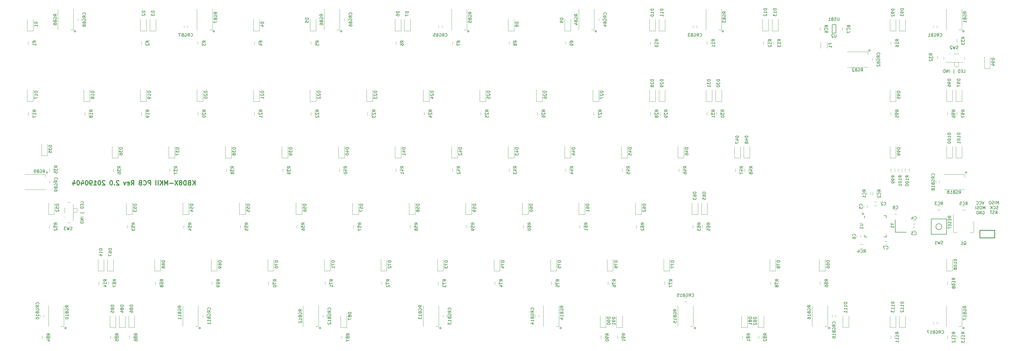
<source format=gbr>
%TF.GenerationSoftware,KiCad,Pcbnew,(6.0.0-0)*%
%TF.CreationDate,2021-12-31T13:36:48+01:00*%
%TF.ProjectId,KBD8X-MK2,4b424438-582d-44d4-9b32-2e6b69636164,rev?*%
%TF.SameCoordinates,Original*%
%TF.FileFunction,Legend,Bot*%
%TF.FilePolarity,Positive*%
%FSLAX46Y46*%
G04 Gerber Fmt 4.6, Leading zero omitted, Abs format (unit mm)*
G04 Created by KiCad (PCBNEW (6.0.0-0)) date 2021-12-31 13:36:48*
%MOMM*%
%LPD*%
G01*
G04 APERTURE LIST*
%ADD10C,0.200000*%
%ADD11C,0.300000*%
%ADD12C,0.150000*%
%ADD13C,0.120000*%
%ADD14C,0.250000*%
G04 APERTURE END LIST*
D10*
X370967000Y-88900000D02*
G75*
G03*
X370967000Y-88900000I-254000J0D01*
G01*
X153416000Y-141351000D02*
G75*
G03*
X153416000Y-141351000I-254000J0D01*
G01*
X324866000Y-141351000D02*
G75*
G03*
X324866000Y-141351000I-254000J0D01*
G01*
X61468000Y-88900000D02*
G75*
G03*
X61468000Y-88900000I-254000J0D01*
G01*
X370078000Y-41275000D02*
G75*
G03*
X370078000Y-41275000I-254000J0D01*
G01*
X193929000Y-141351000D02*
G75*
G03*
X193929000Y-141351000I-254000J0D01*
G01*
X160528000Y-41275000D02*
G75*
G03*
X160528000Y-41275000I-254000J0D01*
G01*
X203327000Y-41275000D02*
G75*
G03*
X203327000Y-41275000I-254000J0D01*
G01*
X246253000Y-41275000D02*
G75*
G03*
X246253000Y-41275000I-254000J0D01*
G01*
X117602000Y-41275000D02*
G75*
G03*
X117602000Y-41275000I-254000J0D01*
G01*
X70866000Y-41275000D02*
G75*
G03*
X70866000Y-41275000I-254000J0D01*
G01*
X279654000Y-141351000D02*
G75*
G03*
X279654000Y-141351000I-254000J0D01*
G01*
X112903000Y-141351000D02*
G75*
G03*
X112903000Y-141351000I-254000J0D01*
G01*
X338423250Y-47720250D02*
G75*
G03*
X338423250Y-47720250I-254000J0D01*
G01*
X289052000Y-41275000D02*
G75*
G03*
X289052000Y-41275000I-254000J0D01*
G01*
X370078000Y-141351000D02*
G75*
G03*
X370078000Y-141351000I-254000J0D01*
G01*
X67691000Y-141351000D02*
G75*
G03*
X67691000Y-141351000I-254000J0D01*
G01*
X234442000Y-141351000D02*
G75*
G03*
X234442000Y-141351000I-254000J0D01*
G01*
D11*
X111058928Y-93134571D02*
X111058928Y-91634571D01*
X110201785Y-93134571D02*
X110844642Y-92277428D01*
X110201785Y-91634571D02*
X111058928Y-92491714D01*
X109058928Y-92348857D02*
X108844642Y-92420285D01*
X108773214Y-92491714D01*
X108701785Y-92634571D01*
X108701785Y-92848857D01*
X108773214Y-92991714D01*
X108844642Y-93063142D01*
X108987500Y-93134571D01*
X109558928Y-93134571D01*
X109558928Y-91634571D01*
X109058928Y-91634571D01*
X108916071Y-91706000D01*
X108844642Y-91777428D01*
X108773214Y-91920285D01*
X108773214Y-92063142D01*
X108844642Y-92206000D01*
X108916071Y-92277428D01*
X109058928Y-92348857D01*
X109558928Y-92348857D01*
X108058928Y-93134571D02*
X108058928Y-91634571D01*
X107701785Y-91634571D01*
X107487500Y-91706000D01*
X107344642Y-91848857D01*
X107273214Y-91991714D01*
X107201785Y-92277428D01*
X107201785Y-92491714D01*
X107273214Y-92777428D01*
X107344642Y-92920285D01*
X107487500Y-93063142D01*
X107701785Y-93134571D01*
X108058928Y-93134571D01*
X106344642Y-92277428D02*
X106487500Y-92206000D01*
X106558928Y-92134571D01*
X106630357Y-91991714D01*
X106630357Y-91920285D01*
X106558928Y-91777428D01*
X106487500Y-91706000D01*
X106344642Y-91634571D01*
X106058928Y-91634571D01*
X105916071Y-91706000D01*
X105844642Y-91777428D01*
X105773214Y-91920285D01*
X105773214Y-91991714D01*
X105844642Y-92134571D01*
X105916071Y-92206000D01*
X106058928Y-92277428D01*
X106344642Y-92277428D01*
X106487500Y-92348857D01*
X106558928Y-92420285D01*
X106630357Y-92563142D01*
X106630357Y-92848857D01*
X106558928Y-92991714D01*
X106487500Y-93063142D01*
X106344642Y-93134571D01*
X106058928Y-93134571D01*
X105916071Y-93063142D01*
X105844642Y-92991714D01*
X105773214Y-92848857D01*
X105773214Y-92563142D01*
X105844642Y-92420285D01*
X105916071Y-92348857D01*
X106058928Y-92277428D01*
X105273214Y-91634571D02*
X104273214Y-93134571D01*
X104273214Y-91634571D02*
X105273214Y-93134571D01*
X103701785Y-92563142D02*
X102558928Y-92563142D01*
X101844642Y-93134571D02*
X101844642Y-91634571D01*
X101344642Y-92706000D01*
X100844642Y-91634571D01*
X100844642Y-93134571D01*
X100130357Y-93134571D02*
X100130357Y-91634571D01*
X99273214Y-93134571D02*
X99916071Y-92277428D01*
X99273214Y-91634571D02*
X100130357Y-92491714D01*
X98630357Y-93134571D02*
X98630357Y-91634571D01*
X97916071Y-93134571D02*
X97916071Y-91634571D01*
X96058928Y-93134571D02*
X96058928Y-91634571D01*
X95487500Y-91634571D01*
X95344642Y-91706000D01*
X95273214Y-91777428D01*
X95201785Y-91920285D01*
X95201785Y-92134571D01*
X95273214Y-92277428D01*
X95344642Y-92348857D01*
X95487500Y-92420285D01*
X96058928Y-92420285D01*
X93701785Y-92991714D02*
X93773214Y-93063142D01*
X93987500Y-93134571D01*
X94130357Y-93134571D01*
X94344642Y-93063142D01*
X94487500Y-92920285D01*
X94558928Y-92777428D01*
X94630357Y-92491714D01*
X94630357Y-92277428D01*
X94558928Y-91991714D01*
X94487500Y-91848857D01*
X94344642Y-91706000D01*
X94130357Y-91634571D01*
X93987500Y-91634571D01*
X93773214Y-91706000D01*
X93701785Y-91777428D01*
X92558928Y-92348857D02*
X92344642Y-92420285D01*
X92273214Y-92491714D01*
X92201785Y-92634571D01*
X92201785Y-92848857D01*
X92273214Y-92991714D01*
X92344642Y-93063142D01*
X92487500Y-93134571D01*
X93058928Y-93134571D01*
X93058928Y-91634571D01*
X92558928Y-91634571D01*
X92416071Y-91706000D01*
X92344642Y-91777428D01*
X92273214Y-91920285D01*
X92273214Y-92063142D01*
X92344642Y-92206000D01*
X92416071Y-92277428D01*
X92558928Y-92348857D01*
X93058928Y-92348857D01*
X89558928Y-93134571D02*
X90058928Y-92420285D01*
X90416071Y-93134571D02*
X90416071Y-91634571D01*
X89844642Y-91634571D01*
X89701785Y-91706000D01*
X89630357Y-91777428D01*
X89558928Y-91920285D01*
X89558928Y-92134571D01*
X89630357Y-92277428D01*
X89701785Y-92348857D01*
X89844642Y-92420285D01*
X90416071Y-92420285D01*
X88344642Y-93063142D02*
X88487500Y-93134571D01*
X88773214Y-93134571D01*
X88916071Y-93063142D01*
X88987500Y-92920285D01*
X88987500Y-92348857D01*
X88916071Y-92206000D01*
X88773214Y-92134571D01*
X88487500Y-92134571D01*
X88344642Y-92206000D01*
X88273214Y-92348857D01*
X88273214Y-92491714D01*
X88987500Y-92634571D01*
X87773214Y-92134571D02*
X87416071Y-93134571D01*
X87058928Y-92134571D01*
X85416071Y-91777428D02*
X85344642Y-91706000D01*
X85201785Y-91634571D01*
X84844642Y-91634571D01*
X84701785Y-91706000D01*
X84630357Y-91777428D01*
X84558928Y-91920285D01*
X84558928Y-92063142D01*
X84630357Y-92277428D01*
X85487500Y-93134571D01*
X84558928Y-93134571D01*
X83916071Y-92991714D02*
X83844642Y-93063142D01*
X83916071Y-93134571D01*
X83987500Y-93063142D01*
X83916071Y-92991714D01*
X83916071Y-93134571D01*
X82916071Y-91634571D02*
X82773214Y-91634571D01*
X82630357Y-91706000D01*
X82558928Y-91777428D01*
X82487500Y-91920285D01*
X82416071Y-92206000D01*
X82416071Y-92563142D01*
X82487500Y-92848857D01*
X82558928Y-92991714D01*
X82630357Y-93063142D01*
X82773214Y-93134571D01*
X82916071Y-93134571D01*
X83058928Y-93063142D01*
X83130357Y-92991714D01*
X83201785Y-92848857D01*
X83273214Y-92563142D01*
X83273214Y-92206000D01*
X83201785Y-91920285D01*
X83130357Y-91777428D01*
X83058928Y-91706000D01*
X82916071Y-91634571D01*
X80701785Y-91777428D02*
X80630357Y-91706000D01*
X80487500Y-91634571D01*
X80130357Y-91634571D01*
X79987500Y-91706000D01*
X79916071Y-91777428D01*
X79844642Y-91920285D01*
X79844642Y-92063142D01*
X79916071Y-92277428D01*
X80773214Y-93134571D01*
X79844642Y-93134571D01*
X78916071Y-91634571D02*
X78773214Y-91634571D01*
X78630357Y-91706000D01*
X78558928Y-91777428D01*
X78487500Y-91920285D01*
X78416071Y-92206000D01*
X78416071Y-92563142D01*
X78487500Y-92848857D01*
X78558928Y-92991714D01*
X78630357Y-93063142D01*
X78773214Y-93134571D01*
X78916071Y-93134571D01*
X79058928Y-93063142D01*
X79130357Y-92991714D01*
X79201785Y-92848857D01*
X79273214Y-92563142D01*
X79273214Y-92206000D01*
X79201785Y-91920285D01*
X79130357Y-91777428D01*
X79058928Y-91706000D01*
X78916071Y-91634571D01*
X76987500Y-93134571D02*
X77844642Y-93134571D01*
X77416071Y-93134571D02*
X77416071Y-91634571D01*
X77558928Y-91848857D01*
X77701785Y-91991714D01*
X77844642Y-92063142D01*
X76273214Y-93134571D02*
X75987500Y-93134571D01*
X75844642Y-93063142D01*
X75773214Y-92991714D01*
X75630357Y-92777428D01*
X75558928Y-92491714D01*
X75558928Y-91920285D01*
X75630357Y-91777428D01*
X75701785Y-91706000D01*
X75844642Y-91634571D01*
X76130357Y-91634571D01*
X76273214Y-91706000D01*
X76344642Y-91777428D01*
X76416071Y-91920285D01*
X76416071Y-92277428D01*
X76344642Y-92420285D01*
X76273214Y-92491714D01*
X76130357Y-92563142D01*
X75844642Y-92563142D01*
X75701785Y-92491714D01*
X75630357Y-92420285D01*
X75558928Y-92277428D01*
X74630357Y-91634571D02*
X74487500Y-91634571D01*
X74344642Y-91706000D01*
X74273214Y-91777428D01*
X74201785Y-91920285D01*
X74130357Y-92206000D01*
X74130357Y-92563142D01*
X74201785Y-92848857D01*
X74273214Y-92991714D01*
X74344642Y-93063142D01*
X74487500Y-93134571D01*
X74630357Y-93134571D01*
X74773214Y-93063142D01*
X74844642Y-92991714D01*
X74916071Y-92848857D01*
X74987500Y-92563142D01*
X74987500Y-92206000D01*
X74916071Y-91920285D01*
X74844642Y-91777428D01*
X74773214Y-91706000D01*
X74630357Y-91634571D01*
X72844642Y-92134571D02*
X72844642Y-93134571D01*
X73201785Y-91563142D02*
X73558928Y-92634571D01*
X72630357Y-92634571D01*
X71773214Y-91634571D02*
X71630357Y-91634571D01*
X71487500Y-91706000D01*
X71416071Y-91777428D01*
X71344642Y-91920285D01*
X71273214Y-92206000D01*
X71273214Y-92563142D01*
X71344642Y-92848857D01*
X71416071Y-92991714D01*
X71487500Y-93063142D01*
X71630357Y-93134571D01*
X71773214Y-93134571D01*
X71916071Y-93063142D01*
X71987500Y-92991714D01*
X72058928Y-92848857D01*
X72130357Y-92563142D01*
X72130357Y-92206000D01*
X72058928Y-91920285D01*
X71987500Y-91777428D01*
X71916071Y-91706000D01*
X71773214Y-91634571D01*
X69987500Y-92134571D02*
X69987500Y-93134571D01*
X70344642Y-91563142D02*
X70701785Y-92634571D01*
X69773214Y-92634571D01*
D12*
X73477380Y-99250892D02*
X73477380Y-98774702D01*
X72477380Y-98774702D01*
X72953571Y-99584226D02*
X72953571Y-99917559D01*
X73477380Y-100060416D02*
X73477380Y-99584226D01*
X72477380Y-99584226D01*
X72477380Y-100060416D01*
X73477380Y-100488988D02*
X72477380Y-100488988D01*
X72477380Y-100727083D01*
X72525000Y-100869940D01*
X72620238Y-100965178D01*
X72715476Y-101012797D01*
X72905952Y-101060416D01*
X73048809Y-101060416D01*
X73239285Y-101012797D01*
X73334523Y-100965178D01*
X73429761Y-100869940D01*
X73477380Y-100727083D01*
X73477380Y-100488988D01*
X73810714Y-102488988D02*
X72382142Y-102488988D01*
X73477380Y-103965178D02*
X72477380Y-103965178D01*
X73477380Y-104441369D02*
X72477380Y-104441369D01*
X73477380Y-105012797D01*
X72477380Y-105012797D01*
X73477380Y-105488988D02*
X72477380Y-105488988D01*
X72477380Y-105727083D01*
X72525000Y-105869940D01*
X72620238Y-105965178D01*
X72715476Y-106012797D01*
X72905952Y-106060416D01*
X73048809Y-106060416D01*
X73239285Y-106012797D01*
X73334523Y-105965178D01*
X73429761Y-105869940D01*
X73477380Y-105727083D01*
X73477380Y-105488988D01*
X365704380Y-104211619D02*
X365228190Y-103878285D01*
X365704380Y-103640190D02*
X364704380Y-103640190D01*
X364704380Y-104021142D01*
X364752000Y-104116380D01*
X364799619Y-104164000D01*
X364894857Y-104211619D01*
X365037714Y-104211619D01*
X365132952Y-104164000D01*
X365180571Y-104116380D01*
X365228190Y-104021142D01*
X365228190Y-103640190D01*
X365180571Y-104640190D02*
X365180571Y-104973523D01*
X365704380Y-105116380D02*
X365704380Y-104640190D01*
X364704380Y-104640190D01*
X364704380Y-105116380D01*
X365656761Y-105497333D02*
X365704380Y-105640190D01*
X365704380Y-105878285D01*
X365656761Y-105973523D01*
X365609142Y-106021142D01*
X365513904Y-106068761D01*
X365418666Y-106068761D01*
X365323428Y-106021142D01*
X365275809Y-105973523D01*
X365228190Y-105878285D01*
X365180571Y-105687809D01*
X365132952Y-105592571D01*
X365085333Y-105544952D01*
X364990095Y-105497333D01*
X364894857Y-105497333D01*
X364799619Y-105544952D01*
X364752000Y-105592571D01*
X364704380Y-105687809D01*
X364704380Y-105925904D01*
X364752000Y-106068761D01*
X365180571Y-106497333D02*
X365180571Y-106830666D01*
X365704380Y-106973523D02*
X365704380Y-106497333D01*
X364704380Y-106497333D01*
X364704380Y-106973523D01*
X364704380Y-107259238D02*
X364704380Y-107830666D01*
X365704380Y-107544952D02*
X364704380Y-107544952D01*
X369855357Y-55221130D02*
X370331547Y-55221130D01*
X370331547Y-54221130D01*
X369522023Y-54697321D02*
X369188690Y-54697321D01*
X369045833Y-55221130D02*
X369522023Y-55221130D01*
X369522023Y-54221130D01*
X369045833Y-54221130D01*
X368617261Y-55221130D02*
X368617261Y-54221130D01*
X368379166Y-54221130D01*
X368236309Y-54268750D01*
X368141071Y-54363988D01*
X368093452Y-54459226D01*
X368045833Y-54649702D01*
X368045833Y-54792559D01*
X368093452Y-54983035D01*
X368141071Y-55078273D01*
X368236309Y-55173511D01*
X368379166Y-55221130D01*
X368617261Y-55221130D01*
X366617261Y-55554464D02*
X366617261Y-54125892D01*
X365141071Y-55221130D02*
X365141071Y-54221130D01*
X364664880Y-55221130D02*
X364664880Y-54221130D01*
X364093452Y-55221130D01*
X364093452Y-54221130D01*
X363617261Y-55221130D02*
X363617261Y-54221130D01*
X363379166Y-54221130D01*
X363236309Y-54268750D01*
X363141071Y-54363988D01*
X363093452Y-54459226D01*
X363045833Y-54649702D01*
X363045833Y-54792559D01*
X363093452Y-54983035D01*
X363141071Y-55078273D01*
X363236309Y-55173511D01*
X363379166Y-55221130D01*
X363617261Y-55221130D01*
%TO.C,Q1*%
X369982738Y-113260119D02*
X370077976Y-113212500D01*
X370173214Y-113117261D01*
X370316071Y-112974404D01*
X370411309Y-112926785D01*
X370506547Y-112926785D01*
X370458928Y-113164880D02*
X370554166Y-113117261D01*
X370649404Y-113022023D01*
X370697023Y-112831547D01*
X370697023Y-112498214D01*
X370649404Y-112307738D01*
X370554166Y-112212500D01*
X370458928Y-112164880D01*
X370268452Y-112164880D01*
X370173214Y-112212500D01*
X370077976Y-112307738D01*
X370030357Y-112498214D01*
X370030357Y-112831547D01*
X370077976Y-113022023D01*
X370173214Y-113117261D01*
X370268452Y-113164880D01*
X370458928Y-113164880D01*
X369077976Y-113164880D02*
X369649404Y-113164880D01*
X369363690Y-113164880D02*
X369363690Y-112164880D01*
X369458928Y-112307738D01*
X369554166Y-112402976D01*
X369649404Y-112450595D01*
%TO.C,U2*%
X327024904Y-42346630D02*
X327024904Y-43156154D01*
X326977285Y-43251392D01*
X326929666Y-43299011D01*
X326834428Y-43346630D01*
X326643952Y-43346630D01*
X326548714Y-43299011D01*
X326501095Y-43251392D01*
X326453476Y-43156154D01*
X326453476Y-42346630D01*
X326024904Y-42441869D02*
X325977285Y-42394250D01*
X325882047Y-42346630D01*
X325643952Y-42346630D01*
X325548714Y-42394250D01*
X325501095Y-42441869D01*
X325453476Y-42537107D01*
X325453476Y-42632345D01*
X325501095Y-42775202D01*
X326072523Y-43346630D01*
X325453476Y-43346630D01*
%TO.C,USB1*%
X327969345Y-36664505D02*
X327969345Y-37474029D01*
X327921726Y-37569267D01*
X327874107Y-37616886D01*
X327778869Y-37664505D01*
X327588392Y-37664505D01*
X327493154Y-37616886D01*
X327445535Y-37569267D01*
X327397916Y-37474029D01*
X327397916Y-36664505D01*
X326969345Y-37616886D02*
X326826488Y-37664505D01*
X326588392Y-37664505D01*
X326493154Y-37616886D01*
X326445535Y-37569267D01*
X326397916Y-37474029D01*
X326397916Y-37378791D01*
X326445535Y-37283553D01*
X326493154Y-37235934D01*
X326588392Y-37188315D01*
X326778869Y-37140696D01*
X326874107Y-37093077D01*
X326921726Y-37045458D01*
X326969345Y-36950220D01*
X326969345Y-36854982D01*
X326921726Y-36759744D01*
X326874107Y-36712125D01*
X326778869Y-36664505D01*
X326540773Y-36664505D01*
X326397916Y-36712125D01*
X325636011Y-37140696D02*
X325493154Y-37188315D01*
X325445535Y-37235934D01*
X325397916Y-37331172D01*
X325397916Y-37474029D01*
X325445535Y-37569267D01*
X325493154Y-37616886D01*
X325588392Y-37664505D01*
X325969345Y-37664505D01*
X325969345Y-36664505D01*
X325636011Y-36664505D01*
X325540773Y-36712125D01*
X325493154Y-36759744D01*
X325445535Y-36854982D01*
X325445535Y-36950220D01*
X325493154Y-37045458D01*
X325540773Y-37093077D01*
X325636011Y-37140696D01*
X325969345Y-37140696D01*
X324445535Y-37664505D02*
X325016964Y-37664505D01*
X324731250Y-37664505D02*
X324731250Y-36664505D01*
X324826488Y-36807363D01*
X324921726Y-36902601D01*
X325016964Y-36950220D01*
%TO.C,J1*%
X377130803Y-101258630D02*
X377130803Y-100258630D01*
X376797470Y-100972916D01*
X376464136Y-100258630D01*
X376464136Y-101258630D01*
X375797470Y-100258630D02*
X375606994Y-100258630D01*
X375511755Y-100306250D01*
X375416517Y-100401488D01*
X375368898Y-100591964D01*
X375368898Y-100925297D01*
X375416517Y-101115773D01*
X375511755Y-101211011D01*
X375606994Y-101258630D01*
X375797470Y-101258630D01*
X375892708Y-101211011D01*
X375987946Y-101115773D01*
X376035565Y-100925297D01*
X376035565Y-100591964D01*
X375987946Y-100401488D01*
X375892708Y-100306250D01*
X375797470Y-100258630D01*
X374987946Y-101211011D02*
X374845089Y-101258630D01*
X374606994Y-101258630D01*
X374511755Y-101211011D01*
X374464136Y-101163392D01*
X374416517Y-101068154D01*
X374416517Y-100972916D01*
X374464136Y-100877678D01*
X374511755Y-100830059D01*
X374606994Y-100782440D01*
X374797470Y-100734821D01*
X374892708Y-100687202D01*
X374940327Y-100639583D01*
X374987946Y-100544345D01*
X374987946Y-100449107D01*
X374940327Y-100353869D01*
X374892708Y-100306250D01*
X374797470Y-100258630D01*
X374559375Y-100258630D01*
X374416517Y-100306250D01*
X373987946Y-101258630D02*
X373987946Y-100258630D01*
X381491964Y-101211011D02*
X381349107Y-101258630D01*
X381111011Y-101258630D01*
X381015773Y-101211011D01*
X380968154Y-101163392D01*
X380920535Y-101068154D01*
X380920535Y-100972916D01*
X380968154Y-100877678D01*
X381015773Y-100830059D01*
X381111011Y-100782440D01*
X381301488Y-100734821D01*
X381396726Y-100687202D01*
X381444345Y-100639583D01*
X381491964Y-100544345D01*
X381491964Y-100449107D01*
X381444345Y-100353869D01*
X381396726Y-100306250D01*
X381301488Y-100258630D01*
X381063392Y-100258630D01*
X380920535Y-100306250D01*
X379920535Y-101163392D02*
X379968154Y-101211011D01*
X380111011Y-101258630D01*
X380206250Y-101258630D01*
X380349107Y-101211011D01*
X380444345Y-101115773D01*
X380491964Y-101020535D01*
X380539583Y-100830059D01*
X380539583Y-100687202D01*
X380491964Y-100496726D01*
X380444345Y-100401488D01*
X380349107Y-100306250D01*
X380206250Y-100258630D01*
X380111011Y-100258630D01*
X379968154Y-100306250D01*
X379920535Y-100353869D01*
X379491964Y-101258630D02*
X379491964Y-100258630D01*
X378920535Y-101258630D02*
X379349107Y-100687202D01*
X378920535Y-100258630D02*
X379491964Y-100830059D01*
X376777083Y-98671130D02*
X376443750Y-99671130D01*
X376110416Y-98671130D01*
X375205654Y-99575892D02*
X375253273Y-99623511D01*
X375396130Y-99671130D01*
X375491369Y-99671130D01*
X375634226Y-99623511D01*
X375729464Y-99528273D01*
X375777083Y-99433035D01*
X375824702Y-99242559D01*
X375824702Y-99099702D01*
X375777083Y-98909226D01*
X375729464Y-98813988D01*
X375634226Y-98718750D01*
X375491369Y-98671130D01*
X375396130Y-98671130D01*
X375253273Y-98718750D01*
X375205654Y-98766369D01*
X374205654Y-99575892D02*
X374253273Y-99623511D01*
X374396130Y-99671130D01*
X374491369Y-99671130D01*
X374634226Y-99623511D01*
X374729464Y-99528273D01*
X374777083Y-99433035D01*
X374824702Y-99242559D01*
X374824702Y-99099702D01*
X374777083Y-98909226D01*
X374729464Y-98813988D01*
X374634226Y-98718750D01*
X374491369Y-98671130D01*
X374396130Y-98671130D01*
X374253273Y-98718750D01*
X374205654Y-98766369D01*
X376321279Y-102012500D02*
X376416517Y-101964880D01*
X376559375Y-101964880D01*
X376702232Y-102012500D01*
X376797470Y-102107738D01*
X376845089Y-102202976D01*
X376892708Y-102393452D01*
X376892708Y-102536309D01*
X376845089Y-102726785D01*
X376797470Y-102822023D01*
X376702232Y-102917261D01*
X376559375Y-102964880D01*
X376464136Y-102964880D01*
X376321279Y-102917261D01*
X376273660Y-102869642D01*
X376273660Y-102536309D01*
X376464136Y-102536309D01*
X375845089Y-102964880D02*
X375845089Y-101964880D01*
X375273660Y-102964880D01*
X375273660Y-101964880D01*
X374797470Y-102964880D02*
X374797470Y-101964880D01*
X374559375Y-101964880D01*
X374416517Y-102012500D01*
X374321279Y-102107738D01*
X374273660Y-102202976D01*
X374226041Y-102393452D01*
X374226041Y-102536309D01*
X374273660Y-102726785D01*
X374321279Y-102822023D01*
X374416517Y-102917261D01*
X374559375Y-102964880D01*
X374797470Y-102964880D01*
X380638244Y-102846130D02*
X380971577Y-102369940D01*
X381209672Y-102846130D02*
X381209672Y-101846130D01*
X380828720Y-101846130D01*
X380733482Y-101893750D01*
X380685863Y-101941369D01*
X380638244Y-102036607D01*
X380638244Y-102179464D01*
X380685863Y-102274702D01*
X380733482Y-102322321D01*
X380828720Y-102369940D01*
X381209672Y-102369940D01*
X380257291Y-102798511D02*
X380114434Y-102846130D01*
X379876339Y-102846130D01*
X379781101Y-102798511D01*
X379733482Y-102750892D01*
X379685863Y-102655654D01*
X379685863Y-102560416D01*
X379733482Y-102465178D01*
X379781101Y-102417559D01*
X379876339Y-102369940D01*
X380066815Y-102322321D01*
X380162053Y-102274702D01*
X380209672Y-102227083D01*
X380257291Y-102131845D01*
X380257291Y-102036607D01*
X380209672Y-101941369D01*
X380162053Y-101893750D01*
X380066815Y-101846130D01*
X379828720Y-101846130D01*
X379685863Y-101893750D01*
X379400148Y-101846130D02*
X378828720Y-101846130D01*
X379114434Y-102846130D02*
X379114434Y-101846130D01*
X381662053Y-99552380D02*
X381662053Y-98552380D01*
X381328720Y-99266666D01*
X380995386Y-98552380D01*
X380995386Y-99552380D01*
X380519196Y-99552380D02*
X380519196Y-98552380D01*
X380090625Y-99504761D02*
X379947767Y-99552380D01*
X379709672Y-99552380D01*
X379614434Y-99504761D01*
X379566815Y-99457142D01*
X379519196Y-99361904D01*
X379519196Y-99266666D01*
X379566815Y-99171428D01*
X379614434Y-99123809D01*
X379709672Y-99076190D01*
X379900148Y-99028571D01*
X379995386Y-98980952D01*
X380043005Y-98933333D01*
X380090625Y-98838095D01*
X380090625Y-98742857D01*
X380043005Y-98647619D01*
X379995386Y-98600000D01*
X379900148Y-98552380D01*
X379662053Y-98552380D01*
X379519196Y-98600000D01*
X378900148Y-98552380D02*
X378709672Y-98552380D01*
X378614434Y-98600000D01*
X378519196Y-98695238D01*
X378471577Y-98885714D01*
X378471577Y-99219047D01*
X378519196Y-99409523D01*
X378614434Y-99504761D01*
X378709672Y-99552380D01*
X378900148Y-99552380D01*
X378995386Y-99504761D01*
X379090625Y-99409523D01*
X379138244Y-99219047D01*
X379138244Y-98885714D01*
X379090625Y-98695238D01*
X378995386Y-98600000D01*
X378900148Y-98552380D01*
%TO.C,SW1*%
X362902333Y-112990261D02*
X362759476Y-113037880D01*
X362521380Y-113037880D01*
X362426142Y-112990261D01*
X362378523Y-112942642D01*
X362330904Y-112847404D01*
X362330904Y-112752166D01*
X362378523Y-112656928D01*
X362426142Y-112609309D01*
X362521380Y-112561690D01*
X362711857Y-112514071D01*
X362807095Y-112466452D01*
X362854714Y-112418833D01*
X362902333Y-112323595D01*
X362902333Y-112228357D01*
X362854714Y-112133119D01*
X362807095Y-112085500D01*
X362711857Y-112037880D01*
X362473761Y-112037880D01*
X362330904Y-112085500D01*
X361997571Y-112037880D02*
X361759476Y-113037880D01*
X361569000Y-112323595D01*
X361378523Y-113037880D01*
X361140428Y-112037880D01*
X360235666Y-113037880D02*
X360807095Y-113037880D01*
X360521380Y-113037880D02*
X360521380Y-112037880D01*
X360616619Y-112180738D01*
X360711857Y-112275976D01*
X360807095Y-112323595D01*
%TO.C,SW3*%
X69659333Y-108227761D02*
X69516476Y-108275380D01*
X69278380Y-108275380D01*
X69183142Y-108227761D01*
X69135523Y-108180142D01*
X69087904Y-108084904D01*
X69087904Y-107989666D01*
X69135523Y-107894428D01*
X69183142Y-107846809D01*
X69278380Y-107799190D01*
X69468857Y-107751571D01*
X69564095Y-107703952D01*
X69611714Y-107656333D01*
X69659333Y-107561095D01*
X69659333Y-107465857D01*
X69611714Y-107370619D01*
X69564095Y-107323000D01*
X69468857Y-107275380D01*
X69230761Y-107275380D01*
X69087904Y-107323000D01*
X68754571Y-107275380D02*
X68516476Y-108275380D01*
X68326000Y-107561095D01*
X68135523Y-108275380D01*
X67897428Y-107275380D01*
X67611714Y-107275380D02*
X66992666Y-107275380D01*
X67326000Y-107656333D01*
X67183142Y-107656333D01*
X67087904Y-107703952D01*
X67040285Y-107751571D01*
X66992666Y-107846809D01*
X66992666Y-108084904D01*
X67040285Y-108180142D01*
X67087904Y-108227761D01*
X67183142Y-108275380D01*
X67468857Y-108275380D01*
X67564095Y-108227761D01*
X67611714Y-108180142D01*
%TO.C,SW2*%
X368045833Y-47211011D02*
X367902976Y-47258630D01*
X367664880Y-47258630D01*
X367569642Y-47211011D01*
X367522023Y-47163392D01*
X367474404Y-47068154D01*
X367474404Y-46972916D01*
X367522023Y-46877678D01*
X367569642Y-46830059D01*
X367664880Y-46782440D01*
X367855357Y-46734821D01*
X367950595Y-46687202D01*
X367998214Y-46639583D01*
X368045833Y-46544345D01*
X368045833Y-46449107D01*
X367998214Y-46353869D01*
X367950595Y-46306250D01*
X367855357Y-46258630D01*
X367617261Y-46258630D01*
X367474404Y-46306250D01*
X367141071Y-46258630D02*
X366902976Y-47258630D01*
X366712500Y-46544345D01*
X366522023Y-47258630D01*
X366283928Y-46258630D01*
X365950595Y-46353869D02*
X365902976Y-46306250D01*
X365807738Y-46258630D01*
X365569642Y-46258630D01*
X365474404Y-46306250D01*
X365426785Y-46353869D01*
X365379166Y-46449107D01*
X365379166Y-46544345D01*
X365426785Y-46687202D01*
X365998214Y-47258630D01*
X365379166Y-47258630D01*
%TO.C,C2*%
X343066666Y-99798142D02*
X343114285Y-99845761D01*
X343257142Y-99893380D01*
X343352380Y-99893380D01*
X343495238Y-99845761D01*
X343590476Y-99750523D01*
X343638095Y-99655285D01*
X343685714Y-99464809D01*
X343685714Y-99321952D01*
X343638095Y-99131476D01*
X343590476Y-99036238D01*
X343495238Y-98941000D01*
X343352380Y-98893380D01*
X343257142Y-98893380D01*
X343114285Y-98941000D01*
X343066666Y-98988619D01*
X342685714Y-98988619D02*
X342638095Y-98941000D01*
X342542857Y-98893380D01*
X342304761Y-98893380D01*
X342209523Y-98941000D01*
X342161904Y-98988619D01*
X342114285Y-99083857D01*
X342114285Y-99179095D01*
X342161904Y-99321952D01*
X342733333Y-99893380D01*
X342114285Y-99893380D01*
%TO.C,C4*%
X353353666Y-104624142D02*
X353401285Y-104671761D01*
X353544142Y-104719380D01*
X353639380Y-104719380D01*
X353782238Y-104671761D01*
X353877476Y-104576523D01*
X353925095Y-104481285D01*
X353972714Y-104290809D01*
X353972714Y-104147952D01*
X353925095Y-103957476D01*
X353877476Y-103862238D01*
X353782238Y-103767000D01*
X353639380Y-103719380D01*
X353544142Y-103719380D01*
X353401285Y-103767000D01*
X353353666Y-103814619D01*
X352496523Y-104052714D02*
X352496523Y-104719380D01*
X352734619Y-103671761D02*
X352972714Y-104386047D01*
X352353666Y-104386047D01*
%TO.C,C5*%
X335661142Y-100163333D02*
X335708761Y-100115714D01*
X335756380Y-99972857D01*
X335756380Y-99877619D01*
X335708761Y-99734761D01*
X335613523Y-99639523D01*
X335518285Y-99591904D01*
X335327809Y-99544285D01*
X335184952Y-99544285D01*
X334994476Y-99591904D01*
X334899238Y-99639523D01*
X334804000Y-99734761D01*
X334756380Y-99877619D01*
X334756380Y-99972857D01*
X334804000Y-100115714D01*
X334851619Y-100163333D01*
X334756380Y-101068095D02*
X334756380Y-100591904D01*
X335232571Y-100544285D01*
X335184952Y-100591904D01*
X335137333Y-100687142D01*
X335137333Y-100925238D01*
X335184952Y-101020476D01*
X335232571Y-101068095D01*
X335327809Y-101115714D01*
X335565904Y-101115714D01*
X335661142Y-101068095D01*
X335708761Y-101020476D01*
X335756380Y-100925238D01*
X335756380Y-100687142D01*
X335708761Y-100591904D01*
X335661142Y-100544285D01*
%TO.C,C6*%
X333375142Y-110323333D02*
X333422761Y-110275714D01*
X333470380Y-110132857D01*
X333470380Y-110037619D01*
X333422761Y-109894761D01*
X333327523Y-109799523D01*
X333232285Y-109751904D01*
X333041809Y-109704285D01*
X332898952Y-109704285D01*
X332708476Y-109751904D01*
X332613238Y-109799523D01*
X332518000Y-109894761D01*
X332470380Y-110037619D01*
X332470380Y-110132857D01*
X332518000Y-110275714D01*
X332565619Y-110323333D01*
X332470380Y-111180476D02*
X332470380Y-110990000D01*
X332518000Y-110894761D01*
X332565619Y-110847142D01*
X332708476Y-110751904D01*
X332898952Y-110704285D01*
X333279904Y-110704285D01*
X333375142Y-110751904D01*
X333422761Y-110799523D01*
X333470380Y-110894761D01*
X333470380Y-111085238D01*
X333422761Y-111180476D01*
X333375142Y-111228095D01*
X333279904Y-111275714D01*
X333041809Y-111275714D01*
X332946571Y-111228095D01*
X332898952Y-111180476D01*
X332851333Y-111085238D01*
X332851333Y-110894761D01*
X332898952Y-110799523D01*
X332946571Y-110751904D01*
X333041809Y-110704285D01*
%TO.C,C8*%
X347130666Y-101092142D02*
X347178285Y-101139761D01*
X347321142Y-101187380D01*
X347416380Y-101187380D01*
X347559238Y-101139761D01*
X347654476Y-101044523D01*
X347702095Y-100949285D01*
X347749714Y-100758809D01*
X347749714Y-100615952D01*
X347702095Y-100425476D01*
X347654476Y-100330238D01*
X347559238Y-100235000D01*
X347416380Y-100187380D01*
X347321142Y-100187380D01*
X347178285Y-100235000D01*
X347130666Y-100282619D01*
X346559238Y-100615952D02*
X346654476Y-100568333D01*
X346702095Y-100520714D01*
X346749714Y-100425476D01*
X346749714Y-100377857D01*
X346702095Y-100282619D01*
X346654476Y-100235000D01*
X346559238Y-100187380D01*
X346368761Y-100187380D01*
X346273523Y-100235000D01*
X346225904Y-100282619D01*
X346178285Y-100377857D01*
X346178285Y-100425476D01*
X346225904Y-100520714D01*
X346273523Y-100568333D01*
X346368761Y-100615952D01*
X346559238Y-100615952D01*
X346654476Y-100663571D01*
X346702095Y-100711190D01*
X346749714Y-100806428D01*
X346749714Y-100996904D01*
X346702095Y-101092142D01*
X346654476Y-101139761D01*
X346559238Y-101187380D01*
X346368761Y-101187380D01*
X346273523Y-101139761D01*
X346225904Y-101092142D01*
X346178285Y-100996904D01*
X346178285Y-100806428D01*
X346225904Y-100711190D01*
X346273523Y-100663571D01*
X346368761Y-100615952D01*
%TO.C,CRGB1*%
X361965666Y-42902142D02*
X362013285Y-42949761D01*
X362156142Y-42997380D01*
X362251380Y-42997380D01*
X362394238Y-42949761D01*
X362489476Y-42854523D01*
X362537095Y-42759285D01*
X362584714Y-42568809D01*
X362584714Y-42425952D01*
X362537095Y-42235476D01*
X362489476Y-42140238D01*
X362394238Y-42045000D01*
X362251380Y-41997380D01*
X362156142Y-41997380D01*
X362013285Y-42045000D01*
X361965666Y-42092619D01*
X360965666Y-42997380D02*
X361299000Y-42521190D01*
X361537095Y-42997380D02*
X361537095Y-41997380D01*
X361156142Y-41997380D01*
X361060904Y-42045000D01*
X361013285Y-42092619D01*
X360965666Y-42187857D01*
X360965666Y-42330714D01*
X361013285Y-42425952D01*
X361060904Y-42473571D01*
X361156142Y-42521190D01*
X361537095Y-42521190D01*
X360013285Y-42045000D02*
X360108523Y-41997380D01*
X360251380Y-41997380D01*
X360394238Y-42045000D01*
X360489476Y-42140238D01*
X360537095Y-42235476D01*
X360584714Y-42425952D01*
X360584714Y-42568809D01*
X360537095Y-42759285D01*
X360489476Y-42854523D01*
X360394238Y-42949761D01*
X360251380Y-42997380D01*
X360156142Y-42997380D01*
X360013285Y-42949761D01*
X359965666Y-42902142D01*
X359965666Y-42568809D01*
X360156142Y-42568809D01*
X359203761Y-42473571D02*
X359060904Y-42521190D01*
X359013285Y-42568809D01*
X358965666Y-42664047D01*
X358965666Y-42806904D01*
X359013285Y-42902142D01*
X359060904Y-42949761D01*
X359156142Y-42997380D01*
X359537095Y-42997380D01*
X359537095Y-41997380D01*
X359203761Y-41997380D01*
X359108523Y-42045000D01*
X359060904Y-42092619D01*
X359013285Y-42187857D01*
X359013285Y-42283095D01*
X359060904Y-42378333D01*
X359108523Y-42425952D01*
X359203761Y-42473571D01*
X359537095Y-42473571D01*
X358013285Y-42997380D02*
X358584714Y-42997380D01*
X358299000Y-42997380D02*
X358299000Y-41997380D01*
X358394238Y-42140238D01*
X358489476Y-42235476D01*
X358584714Y-42283095D01*
%TO.C,CRGB2*%
X341582142Y-49133333D02*
X341629761Y-49085714D01*
X341677380Y-48942857D01*
X341677380Y-48847619D01*
X341629761Y-48704761D01*
X341534523Y-48609523D01*
X341439285Y-48561904D01*
X341248809Y-48514285D01*
X341105952Y-48514285D01*
X340915476Y-48561904D01*
X340820238Y-48609523D01*
X340725000Y-48704761D01*
X340677380Y-48847619D01*
X340677380Y-48942857D01*
X340725000Y-49085714D01*
X340772619Y-49133333D01*
X341677380Y-50133333D02*
X341201190Y-49800000D01*
X341677380Y-49561904D02*
X340677380Y-49561904D01*
X340677380Y-49942857D01*
X340725000Y-50038095D01*
X340772619Y-50085714D01*
X340867857Y-50133333D01*
X341010714Y-50133333D01*
X341105952Y-50085714D01*
X341153571Y-50038095D01*
X341201190Y-49942857D01*
X341201190Y-49561904D01*
X340725000Y-51085714D02*
X340677380Y-50990476D01*
X340677380Y-50847619D01*
X340725000Y-50704761D01*
X340820238Y-50609523D01*
X340915476Y-50561904D01*
X341105952Y-50514285D01*
X341248809Y-50514285D01*
X341439285Y-50561904D01*
X341534523Y-50609523D01*
X341629761Y-50704761D01*
X341677380Y-50847619D01*
X341677380Y-50942857D01*
X341629761Y-51085714D01*
X341582142Y-51133333D01*
X341248809Y-51133333D01*
X341248809Y-50942857D01*
X341153571Y-51895238D02*
X341201190Y-52038095D01*
X341248809Y-52085714D01*
X341344047Y-52133333D01*
X341486904Y-52133333D01*
X341582142Y-52085714D01*
X341629761Y-52038095D01*
X341677380Y-51942857D01*
X341677380Y-51561904D01*
X340677380Y-51561904D01*
X340677380Y-51895238D01*
X340725000Y-51990476D01*
X340772619Y-52038095D01*
X340867857Y-52085714D01*
X340963095Y-52085714D01*
X341058333Y-52038095D01*
X341105952Y-51990476D01*
X341153571Y-51895238D01*
X341153571Y-51561904D01*
X340772619Y-52514285D02*
X340725000Y-52561904D01*
X340677380Y-52657142D01*
X340677380Y-52895238D01*
X340725000Y-52990476D01*
X340772619Y-53038095D01*
X340867857Y-53085714D01*
X340963095Y-53085714D01*
X341105952Y-53038095D01*
X341677380Y-52466666D01*
X341677380Y-53085714D01*
%TO.C,CRGB3*%
X281066666Y-42902142D02*
X281114285Y-42949761D01*
X281257142Y-42997380D01*
X281352380Y-42997380D01*
X281495238Y-42949761D01*
X281590476Y-42854523D01*
X281638095Y-42759285D01*
X281685714Y-42568809D01*
X281685714Y-42425952D01*
X281638095Y-42235476D01*
X281590476Y-42140238D01*
X281495238Y-42045000D01*
X281352380Y-41997380D01*
X281257142Y-41997380D01*
X281114285Y-42045000D01*
X281066666Y-42092619D01*
X280066666Y-42997380D02*
X280400000Y-42521190D01*
X280638095Y-42997380D02*
X280638095Y-41997380D01*
X280257142Y-41997380D01*
X280161904Y-42045000D01*
X280114285Y-42092619D01*
X280066666Y-42187857D01*
X280066666Y-42330714D01*
X280114285Y-42425952D01*
X280161904Y-42473571D01*
X280257142Y-42521190D01*
X280638095Y-42521190D01*
X279114285Y-42045000D02*
X279209523Y-41997380D01*
X279352380Y-41997380D01*
X279495238Y-42045000D01*
X279590476Y-42140238D01*
X279638095Y-42235476D01*
X279685714Y-42425952D01*
X279685714Y-42568809D01*
X279638095Y-42759285D01*
X279590476Y-42854523D01*
X279495238Y-42949761D01*
X279352380Y-42997380D01*
X279257142Y-42997380D01*
X279114285Y-42949761D01*
X279066666Y-42902142D01*
X279066666Y-42568809D01*
X279257142Y-42568809D01*
X278304761Y-42473571D02*
X278161904Y-42521190D01*
X278114285Y-42568809D01*
X278066666Y-42664047D01*
X278066666Y-42806904D01*
X278114285Y-42902142D01*
X278161904Y-42949761D01*
X278257142Y-42997380D01*
X278638095Y-42997380D01*
X278638095Y-41997380D01*
X278304761Y-41997380D01*
X278209523Y-42045000D01*
X278161904Y-42092619D01*
X278114285Y-42187857D01*
X278114285Y-42283095D01*
X278161904Y-42378333D01*
X278209523Y-42425952D01*
X278304761Y-42473571D01*
X278638095Y-42473571D01*
X277733333Y-41997380D02*
X277114285Y-41997380D01*
X277447619Y-42378333D01*
X277304761Y-42378333D01*
X277209523Y-42425952D01*
X277161904Y-42473571D01*
X277114285Y-42568809D01*
X277114285Y-42806904D01*
X277161904Y-42902142D01*
X277209523Y-42949761D01*
X277304761Y-42997380D01*
X277590476Y-42997380D01*
X277685714Y-42949761D01*
X277733333Y-42902142D01*
%TO.C,CRGB4*%
X249531142Y-35639583D02*
X249578761Y-35591964D01*
X249626380Y-35449107D01*
X249626380Y-35353869D01*
X249578761Y-35211011D01*
X249483523Y-35115773D01*
X249388285Y-35068154D01*
X249197809Y-35020535D01*
X249054952Y-35020535D01*
X248864476Y-35068154D01*
X248769238Y-35115773D01*
X248674000Y-35211011D01*
X248626380Y-35353869D01*
X248626380Y-35449107D01*
X248674000Y-35591964D01*
X248721619Y-35639583D01*
X249626380Y-36639583D02*
X249150190Y-36306250D01*
X249626380Y-36068154D02*
X248626380Y-36068154D01*
X248626380Y-36449107D01*
X248674000Y-36544345D01*
X248721619Y-36591964D01*
X248816857Y-36639583D01*
X248959714Y-36639583D01*
X249054952Y-36591964D01*
X249102571Y-36544345D01*
X249150190Y-36449107D01*
X249150190Y-36068154D01*
X248674000Y-37591964D02*
X248626380Y-37496726D01*
X248626380Y-37353869D01*
X248674000Y-37211011D01*
X248769238Y-37115773D01*
X248864476Y-37068154D01*
X249054952Y-37020535D01*
X249197809Y-37020535D01*
X249388285Y-37068154D01*
X249483523Y-37115773D01*
X249578761Y-37211011D01*
X249626380Y-37353869D01*
X249626380Y-37449107D01*
X249578761Y-37591964D01*
X249531142Y-37639583D01*
X249197809Y-37639583D01*
X249197809Y-37449107D01*
X249102571Y-38401488D02*
X249150190Y-38544345D01*
X249197809Y-38591964D01*
X249293047Y-38639583D01*
X249435904Y-38639583D01*
X249531142Y-38591964D01*
X249578761Y-38544345D01*
X249626380Y-38449107D01*
X249626380Y-38068154D01*
X248626380Y-38068154D01*
X248626380Y-38401488D01*
X248674000Y-38496726D01*
X248721619Y-38544345D01*
X248816857Y-38591964D01*
X248912095Y-38591964D01*
X249007333Y-38544345D01*
X249054952Y-38496726D01*
X249102571Y-38401488D01*
X249102571Y-38068154D01*
X248959714Y-39496726D02*
X249626380Y-39496726D01*
X248578761Y-39258630D02*
X249293047Y-39020535D01*
X249293047Y-39639583D01*
%TO.C,CRGB5*%
X195341666Y-42902142D02*
X195389285Y-42949761D01*
X195532142Y-42997380D01*
X195627380Y-42997380D01*
X195770238Y-42949761D01*
X195865476Y-42854523D01*
X195913095Y-42759285D01*
X195960714Y-42568809D01*
X195960714Y-42425952D01*
X195913095Y-42235476D01*
X195865476Y-42140238D01*
X195770238Y-42045000D01*
X195627380Y-41997380D01*
X195532142Y-41997380D01*
X195389285Y-42045000D01*
X195341666Y-42092619D01*
X194341666Y-42997380D02*
X194675000Y-42521190D01*
X194913095Y-42997380D02*
X194913095Y-41997380D01*
X194532142Y-41997380D01*
X194436904Y-42045000D01*
X194389285Y-42092619D01*
X194341666Y-42187857D01*
X194341666Y-42330714D01*
X194389285Y-42425952D01*
X194436904Y-42473571D01*
X194532142Y-42521190D01*
X194913095Y-42521190D01*
X193389285Y-42045000D02*
X193484523Y-41997380D01*
X193627380Y-41997380D01*
X193770238Y-42045000D01*
X193865476Y-42140238D01*
X193913095Y-42235476D01*
X193960714Y-42425952D01*
X193960714Y-42568809D01*
X193913095Y-42759285D01*
X193865476Y-42854523D01*
X193770238Y-42949761D01*
X193627380Y-42997380D01*
X193532142Y-42997380D01*
X193389285Y-42949761D01*
X193341666Y-42902142D01*
X193341666Y-42568809D01*
X193532142Y-42568809D01*
X192579761Y-42473571D02*
X192436904Y-42521190D01*
X192389285Y-42568809D01*
X192341666Y-42664047D01*
X192341666Y-42806904D01*
X192389285Y-42902142D01*
X192436904Y-42949761D01*
X192532142Y-42997380D01*
X192913095Y-42997380D01*
X192913095Y-41997380D01*
X192579761Y-41997380D01*
X192484523Y-42045000D01*
X192436904Y-42092619D01*
X192389285Y-42187857D01*
X192389285Y-42283095D01*
X192436904Y-42378333D01*
X192484523Y-42425952D01*
X192579761Y-42473571D01*
X192913095Y-42473571D01*
X191436904Y-41997380D02*
X191913095Y-41997380D01*
X191960714Y-42473571D01*
X191913095Y-42425952D01*
X191817857Y-42378333D01*
X191579761Y-42378333D01*
X191484523Y-42425952D01*
X191436904Y-42473571D01*
X191389285Y-42568809D01*
X191389285Y-42806904D01*
X191436904Y-42902142D01*
X191484523Y-42949761D01*
X191579761Y-42997380D01*
X191817857Y-42997380D01*
X191913095Y-42949761D01*
X191960714Y-42902142D01*
%TO.C,CRGB6*%
X163806142Y-35639583D02*
X163853761Y-35591964D01*
X163901380Y-35449107D01*
X163901380Y-35353869D01*
X163853761Y-35211011D01*
X163758523Y-35115773D01*
X163663285Y-35068154D01*
X163472809Y-35020535D01*
X163329952Y-35020535D01*
X163139476Y-35068154D01*
X163044238Y-35115773D01*
X162949000Y-35211011D01*
X162901380Y-35353869D01*
X162901380Y-35449107D01*
X162949000Y-35591964D01*
X162996619Y-35639583D01*
X163901380Y-36639583D02*
X163425190Y-36306250D01*
X163901380Y-36068154D02*
X162901380Y-36068154D01*
X162901380Y-36449107D01*
X162949000Y-36544345D01*
X162996619Y-36591964D01*
X163091857Y-36639583D01*
X163234714Y-36639583D01*
X163329952Y-36591964D01*
X163377571Y-36544345D01*
X163425190Y-36449107D01*
X163425190Y-36068154D01*
X162949000Y-37591964D02*
X162901380Y-37496726D01*
X162901380Y-37353869D01*
X162949000Y-37211011D01*
X163044238Y-37115773D01*
X163139476Y-37068154D01*
X163329952Y-37020535D01*
X163472809Y-37020535D01*
X163663285Y-37068154D01*
X163758523Y-37115773D01*
X163853761Y-37211011D01*
X163901380Y-37353869D01*
X163901380Y-37449107D01*
X163853761Y-37591964D01*
X163806142Y-37639583D01*
X163472809Y-37639583D01*
X163472809Y-37449107D01*
X163377571Y-38401488D02*
X163425190Y-38544345D01*
X163472809Y-38591964D01*
X163568047Y-38639583D01*
X163710904Y-38639583D01*
X163806142Y-38591964D01*
X163853761Y-38544345D01*
X163901380Y-38449107D01*
X163901380Y-38068154D01*
X162901380Y-38068154D01*
X162901380Y-38401488D01*
X162949000Y-38496726D01*
X162996619Y-38544345D01*
X163091857Y-38591964D01*
X163187095Y-38591964D01*
X163282333Y-38544345D01*
X163329952Y-38496726D01*
X163377571Y-38401488D01*
X163377571Y-38068154D01*
X162901380Y-39496726D02*
X162901380Y-39306250D01*
X162949000Y-39211011D01*
X162996619Y-39163392D01*
X163139476Y-39068154D01*
X163329952Y-39020535D01*
X163710904Y-39020535D01*
X163806142Y-39068154D01*
X163853761Y-39115773D01*
X163901380Y-39211011D01*
X163901380Y-39401488D01*
X163853761Y-39496726D01*
X163806142Y-39544345D01*
X163710904Y-39591964D01*
X163472809Y-39591964D01*
X163377571Y-39544345D01*
X163329952Y-39496726D01*
X163282333Y-39401488D01*
X163282333Y-39211011D01*
X163329952Y-39115773D01*
X163377571Y-39068154D01*
X163472809Y-39020535D01*
%TO.C,CRGB7*%
X109616666Y-42902142D02*
X109664285Y-42949761D01*
X109807142Y-42997380D01*
X109902380Y-42997380D01*
X110045238Y-42949761D01*
X110140476Y-42854523D01*
X110188095Y-42759285D01*
X110235714Y-42568809D01*
X110235714Y-42425952D01*
X110188095Y-42235476D01*
X110140476Y-42140238D01*
X110045238Y-42045000D01*
X109902380Y-41997380D01*
X109807142Y-41997380D01*
X109664285Y-42045000D01*
X109616666Y-42092619D01*
X108616666Y-42997380D02*
X108950000Y-42521190D01*
X109188095Y-42997380D02*
X109188095Y-41997380D01*
X108807142Y-41997380D01*
X108711904Y-42045000D01*
X108664285Y-42092619D01*
X108616666Y-42187857D01*
X108616666Y-42330714D01*
X108664285Y-42425952D01*
X108711904Y-42473571D01*
X108807142Y-42521190D01*
X109188095Y-42521190D01*
X107664285Y-42045000D02*
X107759523Y-41997380D01*
X107902380Y-41997380D01*
X108045238Y-42045000D01*
X108140476Y-42140238D01*
X108188095Y-42235476D01*
X108235714Y-42425952D01*
X108235714Y-42568809D01*
X108188095Y-42759285D01*
X108140476Y-42854523D01*
X108045238Y-42949761D01*
X107902380Y-42997380D01*
X107807142Y-42997380D01*
X107664285Y-42949761D01*
X107616666Y-42902142D01*
X107616666Y-42568809D01*
X107807142Y-42568809D01*
X106854761Y-42473571D02*
X106711904Y-42521190D01*
X106664285Y-42568809D01*
X106616666Y-42664047D01*
X106616666Y-42806904D01*
X106664285Y-42902142D01*
X106711904Y-42949761D01*
X106807142Y-42997380D01*
X107188095Y-42997380D01*
X107188095Y-41997380D01*
X106854761Y-41997380D01*
X106759523Y-42045000D01*
X106711904Y-42092619D01*
X106664285Y-42187857D01*
X106664285Y-42283095D01*
X106711904Y-42378333D01*
X106759523Y-42425952D01*
X106854761Y-42473571D01*
X107188095Y-42473571D01*
X106283333Y-41997380D02*
X105616666Y-41997380D01*
X106045238Y-42997380D01*
%TO.C,CRGB8*%
X74144142Y-35639583D02*
X74191761Y-35591964D01*
X74239380Y-35449107D01*
X74239380Y-35353869D01*
X74191761Y-35211011D01*
X74096523Y-35115773D01*
X74001285Y-35068154D01*
X73810809Y-35020535D01*
X73667952Y-35020535D01*
X73477476Y-35068154D01*
X73382238Y-35115773D01*
X73287000Y-35211011D01*
X73239380Y-35353869D01*
X73239380Y-35449107D01*
X73287000Y-35591964D01*
X73334619Y-35639583D01*
X74239380Y-36639583D02*
X73763190Y-36306250D01*
X74239380Y-36068154D02*
X73239380Y-36068154D01*
X73239380Y-36449107D01*
X73287000Y-36544345D01*
X73334619Y-36591964D01*
X73429857Y-36639583D01*
X73572714Y-36639583D01*
X73667952Y-36591964D01*
X73715571Y-36544345D01*
X73763190Y-36449107D01*
X73763190Y-36068154D01*
X73287000Y-37591964D02*
X73239380Y-37496726D01*
X73239380Y-37353869D01*
X73287000Y-37211011D01*
X73382238Y-37115773D01*
X73477476Y-37068154D01*
X73667952Y-37020535D01*
X73810809Y-37020535D01*
X74001285Y-37068154D01*
X74096523Y-37115773D01*
X74191761Y-37211011D01*
X74239380Y-37353869D01*
X74239380Y-37449107D01*
X74191761Y-37591964D01*
X74144142Y-37639583D01*
X73810809Y-37639583D01*
X73810809Y-37449107D01*
X73715571Y-38401488D02*
X73763190Y-38544345D01*
X73810809Y-38591964D01*
X73906047Y-38639583D01*
X74048904Y-38639583D01*
X74144142Y-38591964D01*
X74191761Y-38544345D01*
X74239380Y-38449107D01*
X74239380Y-38068154D01*
X73239380Y-38068154D01*
X73239380Y-38401488D01*
X73287000Y-38496726D01*
X73334619Y-38544345D01*
X73429857Y-38591964D01*
X73525095Y-38591964D01*
X73620333Y-38544345D01*
X73667952Y-38496726D01*
X73715571Y-38401488D01*
X73715571Y-38068154D01*
X73667952Y-39211011D02*
X73620333Y-39115773D01*
X73572714Y-39068154D01*
X73477476Y-39020535D01*
X73429857Y-39020535D01*
X73334619Y-39068154D01*
X73287000Y-39115773D01*
X73239380Y-39211011D01*
X73239380Y-39401488D01*
X73287000Y-39496726D01*
X73334619Y-39544345D01*
X73429857Y-39591964D01*
X73477476Y-39591964D01*
X73572714Y-39544345D01*
X73620333Y-39496726D01*
X73667952Y-39401488D01*
X73667952Y-39211011D01*
X73715571Y-39115773D01*
X73763190Y-39068154D01*
X73858428Y-39020535D01*
X74048904Y-39020535D01*
X74144142Y-39068154D01*
X74191761Y-39115773D01*
X74239380Y-39211011D01*
X74239380Y-39401488D01*
X74191761Y-39496726D01*
X74144142Y-39544345D01*
X74048904Y-39591964D01*
X73858428Y-39591964D01*
X73763190Y-39544345D01*
X73715571Y-39496726D01*
X73667952Y-39401488D01*
%TO.C,CRGB9*%
X64619142Y-91297333D02*
X64666761Y-91249714D01*
X64714380Y-91106857D01*
X64714380Y-91011619D01*
X64666761Y-90868761D01*
X64571523Y-90773523D01*
X64476285Y-90725904D01*
X64285809Y-90678285D01*
X64142952Y-90678285D01*
X63952476Y-90725904D01*
X63857238Y-90773523D01*
X63762000Y-90868761D01*
X63714380Y-91011619D01*
X63714380Y-91106857D01*
X63762000Y-91249714D01*
X63809619Y-91297333D01*
X64714380Y-92297333D02*
X64238190Y-91964000D01*
X64714380Y-91725904D02*
X63714380Y-91725904D01*
X63714380Y-92106857D01*
X63762000Y-92202095D01*
X63809619Y-92249714D01*
X63904857Y-92297333D01*
X64047714Y-92297333D01*
X64142952Y-92249714D01*
X64190571Y-92202095D01*
X64238190Y-92106857D01*
X64238190Y-91725904D01*
X63762000Y-93249714D02*
X63714380Y-93154476D01*
X63714380Y-93011619D01*
X63762000Y-92868761D01*
X63857238Y-92773523D01*
X63952476Y-92725904D01*
X64142952Y-92678285D01*
X64285809Y-92678285D01*
X64476285Y-92725904D01*
X64571523Y-92773523D01*
X64666761Y-92868761D01*
X64714380Y-93011619D01*
X64714380Y-93106857D01*
X64666761Y-93249714D01*
X64619142Y-93297333D01*
X64285809Y-93297333D01*
X64285809Y-93106857D01*
X64190571Y-94059238D02*
X64238190Y-94202095D01*
X64285809Y-94249714D01*
X64381047Y-94297333D01*
X64523904Y-94297333D01*
X64619142Y-94249714D01*
X64666761Y-94202095D01*
X64714380Y-94106857D01*
X64714380Y-93725904D01*
X63714380Y-93725904D01*
X63714380Y-94059238D01*
X63762000Y-94154476D01*
X63809619Y-94202095D01*
X63904857Y-94249714D01*
X64000095Y-94249714D01*
X64095333Y-94202095D01*
X64142952Y-94154476D01*
X64190571Y-94059238D01*
X64190571Y-93725904D01*
X64714380Y-94773523D02*
X64714380Y-94964000D01*
X64666761Y-95059238D01*
X64619142Y-95106857D01*
X64476285Y-95202095D01*
X64285809Y-95249714D01*
X63904857Y-95249714D01*
X63809619Y-95202095D01*
X63762000Y-95154476D01*
X63714380Y-95059238D01*
X63714380Y-94868761D01*
X63762000Y-94773523D01*
X63809619Y-94725904D01*
X63904857Y-94678285D01*
X64142952Y-94678285D01*
X64238190Y-94725904D01*
X64285809Y-94773523D01*
X64333428Y-94868761D01*
X64333428Y-95059238D01*
X64285809Y-95154476D01*
X64238190Y-95202095D01*
X64142952Y-95249714D01*
%TO.C,CRGB10*%
X58388392Y-133366142D02*
X58436011Y-133318523D01*
X58483630Y-133175666D01*
X58483630Y-133080428D01*
X58436011Y-132937571D01*
X58340773Y-132842333D01*
X58245535Y-132794714D01*
X58055059Y-132747095D01*
X57912202Y-132747095D01*
X57721726Y-132794714D01*
X57626488Y-132842333D01*
X57531250Y-132937571D01*
X57483630Y-133080428D01*
X57483630Y-133175666D01*
X57531250Y-133318523D01*
X57578869Y-133366142D01*
X58483630Y-134366142D02*
X58007440Y-134032809D01*
X58483630Y-133794714D02*
X57483630Y-133794714D01*
X57483630Y-134175666D01*
X57531250Y-134270904D01*
X57578869Y-134318523D01*
X57674107Y-134366142D01*
X57816964Y-134366142D01*
X57912202Y-134318523D01*
X57959821Y-134270904D01*
X58007440Y-134175666D01*
X58007440Y-133794714D01*
X57531250Y-135318523D02*
X57483630Y-135223285D01*
X57483630Y-135080428D01*
X57531250Y-134937571D01*
X57626488Y-134842333D01*
X57721726Y-134794714D01*
X57912202Y-134747095D01*
X58055059Y-134747095D01*
X58245535Y-134794714D01*
X58340773Y-134842333D01*
X58436011Y-134937571D01*
X58483630Y-135080428D01*
X58483630Y-135175666D01*
X58436011Y-135318523D01*
X58388392Y-135366142D01*
X58055059Y-135366142D01*
X58055059Y-135175666D01*
X57959821Y-136128047D02*
X58007440Y-136270904D01*
X58055059Y-136318523D01*
X58150297Y-136366142D01*
X58293154Y-136366142D01*
X58388392Y-136318523D01*
X58436011Y-136270904D01*
X58483630Y-136175666D01*
X58483630Y-135794714D01*
X57483630Y-135794714D01*
X57483630Y-136128047D01*
X57531250Y-136223285D01*
X57578869Y-136270904D01*
X57674107Y-136318523D01*
X57769345Y-136318523D01*
X57864583Y-136270904D01*
X57912202Y-136223285D01*
X57959821Y-136128047D01*
X57959821Y-135794714D01*
X58483630Y-137318523D02*
X58483630Y-136747095D01*
X58483630Y-137032809D02*
X57483630Y-137032809D01*
X57626488Y-136937571D01*
X57721726Y-136842333D01*
X57769345Y-136747095D01*
X57483630Y-137937571D02*
X57483630Y-138032809D01*
X57531250Y-138128047D01*
X57578869Y-138175666D01*
X57674107Y-138223285D01*
X57864583Y-138270904D01*
X58102678Y-138270904D01*
X58293154Y-138223285D01*
X58388392Y-138175666D01*
X58436011Y-138128047D01*
X58483630Y-138032809D01*
X58483630Y-137937571D01*
X58436011Y-137842333D01*
X58388392Y-137794714D01*
X58293154Y-137747095D01*
X58102678Y-137699476D01*
X57864583Y-137699476D01*
X57674107Y-137747095D01*
X57578869Y-137794714D01*
X57531250Y-137842333D01*
X57483630Y-137937571D01*
%TO.C,CRGB11*%
X116181142Y-135144142D02*
X116228761Y-135096523D01*
X116276380Y-134953666D01*
X116276380Y-134858428D01*
X116228761Y-134715571D01*
X116133523Y-134620333D01*
X116038285Y-134572714D01*
X115847809Y-134525095D01*
X115704952Y-134525095D01*
X115514476Y-134572714D01*
X115419238Y-134620333D01*
X115324000Y-134715571D01*
X115276380Y-134858428D01*
X115276380Y-134953666D01*
X115324000Y-135096523D01*
X115371619Y-135144142D01*
X116276380Y-136144142D02*
X115800190Y-135810809D01*
X116276380Y-135572714D02*
X115276380Y-135572714D01*
X115276380Y-135953666D01*
X115324000Y-136048904D01*
X115371619Y-136096523D01*
X115466857Y-136144142D01*
X115609714Y-136144142D01*
X115704952Y-136096523D01*
X115752571Y-136048904D01*
X115800190Y-135953666D01*
X115800190Y-135572714D01*
X115324000Y-137096523D02*
X115276380Y-137001285D01*
X115276380Y-136858428D01*
X115324000Y-136715571D01*
X115419238Y-136620333D01*
X115514476Y-136572714D01*
X115704952Y-136525095D01*
X115847809Y-136525095D01*
X116038285Y-136572714D01*
X116133523Y-136620333D01*
X116228761Y-136715571D01*
X116276380Y-136858428D01*
X116276380Y-136953666D01*
X116228761Y-137096523D01*
X116181142Y-137144142D01*
X115847809Y-137144142D01*
X115847809Y-136953666D01*
X115752571Y-137906047D02*
X115800190Y-138048904D01*
X115847809Y-138096523D01*
X115943047Y-138144142D01*
X116085904Y-138144142D01*
X116181142Y-138096523D01*
X116228761Y-138048904D01*
X116276380Y-137953666D01*
X116276380Y-137572714D01*
X115276380Y-137572714D01*
X115276380Y-137906047D01*
X115324000Y-138001285D01*
X115371619Y-138048904D01*
X115466857Y-138096523D01*
X115562095Y-138096523D01*
X115657333Y-138048904D01*
X115704952Y-138001285D01*
X115752571Y-137906047D01*
X115752571Y-137572714D01*
X116276380Y-139096523D02*
X116276380Y-138525095D01*
X116276380Y-138810809D02*
X115276380Y-138810809D01*
X115419238Y-138715571D01*
X115514476Y-138620333D01*
X115562095Y-138525095D01*
X116276380Y-140048904D02*
X116276380Y-139477476D01*
X116276380Y-139763190D02*
X115276380Y-139763190D01*
X115419238Y-139667952D01*
X115514476Y-139572714D01*
X115562095Y-139477476D01*
%TO.C,CRGB12*%
X156694142Y-135175892D02*
X156741761Y-135128273D01*
X156789380Y-134985416D01*
X156789380Y-134890178D01*
X156741761Y-134747321D01*
X156646523Y-134652083D01*
X156551285Y-134604464D01*
X156360809Y-134556845D01*
X156217952Y-134556845D01*
X156027476Y-134604464D01*
X155932238Y-134652083D01*
X155837000Y-134747321D01*
X155789380Y-134890178D01*
X155789380Y-134985416D01*
X155837000Y-135128273D01*
X155884619Y-135175892D01*
X156789380Y-136175892D02*
X156313190Y-135842559D01*
X156789380Y-135604464D02*
X155789380Y-135604464D01*
X155789380Y-135985416D01*
X155837000Y-136080654D01*
X155884619Y-136128273D01*
X155979857Y-136175892D01*
X156122714Y-136175892D01*
X156217952Y-136128273D01*
X156265571Y-136080654D01*
X156313190Y-135985416D01*
X156313190Y-135604464D01*
X155837000Y-137128273D02*
X155789380Y-137033035D01*
X155789380Y-136890178D01*
X155837000Y-136747321D01*
X155932238Y-136652083D01*
X156027476Y-136604464D01*
X156217952Y-136556845D01*
X156360809Y-136556845D01*
X156551285Y-136604464D01*
X156646523Y-136652083D01*
X156741761Y-136747321D01*
X156789380Y-136890178D01*
X156789380Y-136985416D01*
X156741761Y-137128273D01*
X156694142Y-137175892D01*
X156360809Y-137175892D01*
X156360809Y-136985416D01*
X156265571Y-137937797D02*
X156313190Y-138080654D01*
X156360809Y-138128273D01*
X156456047Y-138175892D01*
X156598904Y-138175892D01*
X156694142Y-138128273D01*
X156741761Y-138080654D01*
X156789380Y-137985416D01*
X156789380Y-137604464D01*
X155789380Y-137604464D01*
X155789380Y-137937797D01*
X155837000Y-138033035D01*
X155884619Y-138080654D01*
X155979857Y-138128273D01*
X156075095Y-138128273D01*
X156170333Y-138080654D01*
X156217952Y-138033035D01*
X156265571Y-137937797D01*
X156265571Y-137604464D01*
X156789380Y-139128273D02*
X156789380Y-138556845D01*
X156789380Y-138842559D02*
X155789380Y-138842559D01*
X155932238Y-138747321D01*
X156027476Y-138652083D01*
X156075095Y-138556845D01*
X155884619Y-139509226D02*
X155837000Y-139556845D01*
X155789380Y-139652083D01*
X155789380Y-139890178D01*
X155837000Y-139985416D01*
X155884619Y-140033035D01*
X155979857Y-140080654D01*
X156075095Y-140080654D01*
X156217952Y-140033035D01*
X156789380Y-139461607D01*
X156789380Y-140080654D01*
%TO.C,CRGB13*%
X197207142Y-135175892D02*
X197254761Y-135128273D01*
X197302380Y-134985416D01*
X197302380Y-134890178D01*
X197254761Y-134747321D01*
X197159523Y-134652083D01*
X197064285Y-134604464D01*
X196873809Y-134556845D01*
X196730952Y-134556845D01*
X196540476Y-134604464D01*
X196445238Y-134652083D01*
X196350000Y-134747321D01*
X196302380Y-134890178D01*
X196302380Y-134985416D01*
X196350000Y-135128273D01*
X196397619Y-135175892D01*
X197302380Y-136175892D02*
X196826190Y-135842559D01*
X197302380Y-135604464D02*
X196302380Y-135604464D01*
X196302380Y-135985416D01*
X196350000Y-136080654D01*
X196397619Y-136128273D01*
X196492857Y-136175892D01*
X196635714Y-136175892D01*
X196730952Y-136128273D01*
X196778571Y-136080654D01*
X196826190Y-135985416D01*
X196826190Y-135604464D01*
X196350000Y-137128273D02*
X196302380Y-137033035D01*
X196302380Y-136890178D01*
X196350000Y-136747321D01*
X196445238Y-136652083D01*
X196540476Y-136604464D01*
X196730952Y-136556845D01*
X196873809Y-136556845D01*
X197064285Y-136604464D01*
X197159523Y-136652083D01*
X197254761Y-136747321D01*
X197302380Y-136890178D01*
X197302380Y-136985416D01*
X197254761Y-137128273D01*
X197207142Y-137175892D01*
X196873809Y-137175892D01*
X196873809Y-136985416D01*
X196778571Y-137937797D02*
X196826190Y-138080654D01*
X196873809Y-138128273D01*
X196969047Y-138175892D01*
X197111904Y-138175892D01*
X197207142Y-138128273D01*
X197254761Y-138080654D01*
X197302380Y-137985416D01*
X197302380Y-137604464D01*
X196302380Y-137604464D01*
X196302380Y-137937797D01*
X196350000Y-138033035D01*
X196397619Y-138080654D01*
X196492857Y-138128273D01*
X196588095Y-138128273D01*
X196683333Y-138080654D01*
X196730952Y-138033035D01*
X196778571Y-137937797D01*
X196778571Y-137604464D01*
X197302380Y-139128273D02*
X197302380Y-138556845D01*
X197302380Y-138842559D02*
X196302380Y-138842559D01*
X196445238Y-138747321D01*
X196540476Y-138652083D01*
X196588095Y-138556845D01*
X196302380Y-139461607D02*
X196302380Y-140080654D01*
X196683333Y-139747321D01*
X196683333Y-139890178D01*
X196730952Y-139985416D01*
X196778571Y-140033035D01*
X196873809Y-140080654D01*
X197111904Y-140080654D01*
X197207142Y-140033035D01*
X197254761Y-139985416D01*
X197302380Y-139890178D01*
X197302380Y-139604464D01*
X197254761Y-139509226D01*
X197207142Y-139461607D01*
%TO.C,CRGB14*%
X225075892Y-135175892D02*
X225123511Y-135128273D01*
X225171130Y-134985416D01*
X225171130Y-134890178D01*
X225123511Y-134747321D01*
X225028273Y-134652083D01*
X224933035Y-134604464D01*
X224742559Y-134556845D01*
X224599702Y-134556845D01*
X224409226Y-134604464D01*
X224313988Y-134652083D01*
X224218750Y-134747321D01*
X224171130Y-134890178D01*
X224171130Y-134985416D01*
X224218750Y-135128273D01*
X224266369Y-135175892D01*
X225171130Y-136175892D02*
X224694940Y-135842559D01*
X225171130Y-135604464D02*
X224171130Y-135604464D01*
X224171130Y-135985416D01*
X224218750Y-136080654D01*
X224266369Y-136128273D01*
X224361607Y-136175892D01*
X224504464Y-136175892D01*
X224599702Y-136128273D01*
X224647321Y-136080654D01*
X224694940Y-135985416D01*
X224694940Y-135604464D01*
X224218750Y-137128273D02*
X224171130Y-137033035D01*
X224171130Y-136890178D01*
X224218750Y-136747321D01*
X224313988Y-136652083D01*
X224409226Y-136604464D01*
X224599702Y-136556845D01*
X224742559Y-136556845D01*
X224933035Y-136604464D01*
X225028273Y-136652083D01*
X225123511Y-136747321D01*
X225171130Y-136890178D01*
X225171130Y-136985416D01*
X225123511Y-137128273D01*
X225075892Y-137175892D01*
X224742559Y-137175892D01*
X224742559Y-136985416D01*
X224647321Y-137937797D02*
X224694940Y-138080654D01*
X224742559Y-138128273D01*
X224837797Y-138175892D01*
X224980654Y-138175892D01*
X225075892Y-138128273D01*
X225123511Y-138080654D01*
X225171130Y-137985416D01*
X225171130Y-137604464D01*
X224171130Y-137604464D01*
X224171130Y-137937797D01*
X224218750Y-138033035D01*
X224266369Y-138080654D01*
X224361607Y-138128273D01*
X224456845Y-138128273D01*
X224552083Y-138080654D01*
X224599702Y-138033035D01*
X224647321Y-137937797D01*
X224647321Y-137604464D01*
X225171130Y-139128273D02*
X225171130Y-138556845D01*
X225171130Y-138842559D02*
X224171130Y-138842559D01*
X224313988Y-138747321D01*
X224409226Y-138652083D01*
X224456845Y-138556845D01*
X224504464Y-139985416D02*
X225171130Y-139985416D01*
X224123511Y-139747321D02*
X224837797Y-139509226D01*
X224837797Y-140128273D01*
%TO.C,CRGB15*%
X278367857Y-130659142D02*
X278415476Y-130706761D01*
X278558333Y-130754380D01*
X278653571Y-130754380D01*
X278796428Y-130706761D01*
X278891666Y-130611523D01*
X278939285Y-130516285D01*
X278986904Y-130325809D01*
X278986904Y-130182952D01*
X278939285Y-129992476D01*
X278891666Y-129897238D01*
X278796428Y-129802000D01*
X278653571Y-129754380D01*
X278558333Y-129754380D01*
X278415476Y-129802000D01*
X278367857Y-129849619D01*
X277367857Y-130754380D02*
X277701190Y-130278190D01*
X277939285Y-130754380D02*
X277939285Y-129754380D01*
X277558333Y-129754380D01*
X277463095Y-129802000D01*
X277415476Y-129849619D01*
X277367857Y-129944857D01*
X277367857Y-130087714D01*
X277415476Y-130182952D01*
X277463095Y-130230571D01*
X277558333Y-130278190D01*
X277939285Y-130278190D01*
X276415476Y-129802000D02*
X276510714Y-129754380D01*
X276653571Y-129754380D01*
X276796428Y-129802000D01*
X276891666Y-129897238D01*
X276939285Y-129992476D01*
X276986904Y-130182952D01*
X276986904Y-130325809D01*
X276939285Y-130516285D01*
X276891666Y-130611523D01*
X276796428Y-130706761D01*
X276653571Y-130754380D01*
X276558333Y-130754380D01*
X276415476Y-130706761D01*
X276367857Y-130659142D01*
X276367857Y-130325809D01*
X276558333Y-130325809D01*
X275605952Y-130230571D02*
X275463095Y-130278190D01*
X275415476Y-130325809D01*
X275367857Y-130421047D01*
X275367857Y-130563904D01*
X275415476Y-130659142D01*
X275463095Y-130706761D01*
X275558333Y-130754380D01*
X275939285Y-130754380D01*
X275939285Y-129754380D01*
X275605952Y-129754380D01*
X275510714Y-129802000D01*
X275463095Y-129849619D01*
X275415476Y-129944857D01*
X275415476Y-130040095D01*
X275463095Y-130135333D01*
X275510714Y-130182952D01*
X275605952Y-130230571D01*
X275939285Y-130230571D01*
X274415476Y-130754380D02*
X274986904Y-130754380D01*
X274701190Y-130754380D02*
X274701190Y-129754380D01*
X274796428Y-129897238D01*
X274891666Y-129992476D01*
X274986904Y-130040095D01*
X273510714Y-129754380D02*
X273986904Y-129754380D01*
X274034523Y-130230571D01*
X273986904Y-130182952D01*
X273891666Y-130135333D01*
X273653571Y-130135333D01*
X273558333Y-130182952D01*
X273510714Y-130230571D01*
X273463095Y-130325809D01*
X273463095Y-130563904D01*
X273510714Y-130659142D01*
X273558333Y-130706761D01*
X273653571Y-130754380D01*
X273891666Y-130754380D01*
X273986904Y-130706761D01*
X274034523Y-130659142D01*
%TO.C,CRGB16*%
X326620142Y-139843142D02*
X326667761Y-139795523D01*
X326715380Y-139652666D01*
X326715380Y-139557428D01*
X326667761Y-139414571D01*
X326572523Y-139319333D01*
X326477285Y-139271714D01*
X326286809Y-139224095D01*
X326143952Y-139224095D01*
X325953476Y-139271714D01*
X325858238Y-139319333D01*
X325763000Y-139414571D01*
X325715380Y-139557428D01*
X325715380Y-139652666D01*
X325763000Y-139795523D01*
X325810619Y-139843142D01*
X326715380Y-140843142D02*
X326239190Y-140509809D01*
X326715380Y-140271714D02*
X325715380Y-140271714D01*
X325715380Y-140652666D01*
X325763000Y-140747904D01*
X325810619Y-140795523D01*
X325905857Y-140843142D01*
X326048714Y-140843142D01*
X326143952Y-140795523D01*
X326191571Y-140747904D01*
X326239190Y-140652666D01*
X326239190Y-140271714D01*
X325763000Y-141795523D02*
X325715380Y-141700285D01*
X325715380Y-141557428D01*
X325763000Y-141414571D01*
X325858238Y-141319333D01*
X325953476Y-141271714D01*
X326143952Y-141224095D01*
X326286809Y-141224095D01*
X326477285Y-141271714D01*
X326572523Y-141319333D01*
X326667761Y-141414571D01*
X326715380Y-141557428D01*
X326715380Y-141652666D01*
X326667761Y-141795523D01*
X326620142Y-141843142D01*
X326286809Y-141843142D01*
X326286809Y-141652666D01*
X326191571Y-142605047D02*
X326239190Y-142747904D01*
X326286809Y-142795523D01*
X326382047Y-142843142D01*
X326524904Y-142843142D01*
X326620142Y-142795523D01*
X326667761Y-142747904D01*
X326715380Y-142652666D01*
X326715380Y-142271714D01*
X325715380Y-142271714D01*
X325715380Y-142605047D01*
X325763000Y-142700285D01*
X325810619Y-142747904D01*
X325905857Y-142795523D01*
X326001095Y-142795523D01*
X326096333Y-142747904D01*
X326143952Y-142700285D01*
X326191571Y-142605047D01*
X326191571Y-142271714D01*
X326715380Y-143795523D02*
X326715380Y-143224095D01*
X326715380Y-143509809D02*
X325715380Y-143509809D01*
X325858238Y-143414571D01*
X325953476Y-143319333D01*
X326001095Y-143224095D01*
X325715380Y-144652666D02*
X325715380Y-144462190D01*
X325763000Y-144366952D01*
X325810619Y-144319333D01*
X325953476Y-144224095D01*
X326143952Y-144176476D01*
X326524904Y-144176476D01*
X326620142Y-144224095D01*
X326667761Y-144271714D01*
X326715380Y-144366952D01*
X326715380Y-144557428D01*
X326667761Y-144652666D01*
X326620142Y-144700285D01*
X326524904Y-144747904D01*
X326286809Y-144747904D01*
X326191571Y-144700285D01*
X326143952Y-144652666D01*
X326096333Y-144557428D01*
X326096333Y-144366952D01*
X326143952Y-144271714D01*
X326191571Y-144224095D01*
X326286809Y-144176476D01*
%TO.C,CRGB17*%
X362568857Y-143105142D02*
X362616476Y-143152761D01*
X362759333Y-143200380D01*
X362854571Y-143200380D01*
X362997428Y-143152761D01*
X363092666Y-143057523D01*
X363140285Y-142962285D01*
X363187904Y-142771809D01*
X363187904Y-142628952D01*
X363140285Y-142438476D01*
X363092666Y-142343238D01*
X362997428Y-142248000D01*
X362854571Y-142200380D01*
X362759333Y-142200380D01*
X362616476Y-142248000D01*
X362568857Y-142295619D01*
X361568857Y-143200380D02*
X361902190Y-142724190D01*
X362140285Y-143200380D02*
X362140285Y-142200380D01*
X361759333Y-142200380D01*
X361664095Y-142248000D01*
X361616476Y-142295619D01*
X361568857Y-142390857D01*
X361568857Y-142533714D01*
X361616476Y-142628952D01*
X361664095Y-142676571D01*
X361759333Y-142724190D01*
X362140285Y-142724190D01*
X360616476Y-142248000D02*
X360711714Y-142200380D01*
X360854571Y-142200380D01*
X360997428Y-142248000D01*
X361092666Y-142343238D01*
X361140285Y-142438476D01*
X361187904Y-142628952D01*
X361187904Y-142771809D01*
X361140285Y-142962285D01*
X361092666Y-143057523D01*
X360997428Y-143152761D01*
X360854571Y-143200380D01*
X360759333Y-143200380D01*
X360616476Y-143152761D01*
X360568857Y-143105142D01*
X360568857Y-142771809D01*
X360759333Y-142771809D01*
X359806952Y-142676571D02*
X359664095Y-142724190D01*
X359616476Y-142771809D01*
X359568857Y-142867047D01*
X359568857Y-143009904D01*
X359616476Y-143105142D01*
X359664095Y-143152761D01*
X359759333Y-143200380D01*
X360140285Y-143200380D01*
X360140285Y-142200380D01*
X359806952Y-142200380D01*
X359711714Y-142248000D01*
X359664095Y-142295619D01*
X359616476Y-142390857D01*
X359616476Y-142486095D01*
X359664095Y-142581333D01*
X359711714Y-142628952D01*
X359806952Y-142676571D01*
X360140285Y-142676571D01*
X358616476Y-143200380D02*
X359187904Y-143200380D01*
X358902190Y-143200380D02*
X358902190Y-142200380D01*
X358997428Y-142343238D01*
X359092666Y-142438476D01*
X359187904Y-142486095D01*
X358283142Y-142200380D02*
X357616476Y-142200380D01*
X358045047Y-143200380D01*
%TO.C,CRGB18*%
X360021142Y-89932142D02*
X360068761Y-89884523D01*
X360116380Y-89741666D01*
X360116380Y-89646428D01*
X360068761Y-89503571D01*
X359973523Y-89408333D01*
X359878285Y-89360714D01*
X359687809Y-89313095D01*
X359544952Y-89313095D01*
X359354476Y-89360714D01*
X359259238Y-89408333D01*
X359164000Y-89503571D01*
X359116380Y-89646428D01*
X359116380Y-89741666D01*
X359164000Y-89884523D01*
X359211619Y-89932142D01*
X360116380Y-90932142D02*
X359640190Y-90598809D01*
X360116380Y-90360714D02*
X359116380Y-90360714D01*
X359116380Y-90741666D01*
X359164000Y-90836904D01*
X359211619Y-90884523D01*
X359306857Y-90932142D01*
X359449714Y-90932142D01*
X359544952Y-90884523D01*
X359592571Y-90836904D01*
X359640190Y-90741666D01*
X359640190Y-90360714D01*
X359164000Y-91884523D02*
X359116380Y-91789285D01*
X359116380Y-91646428D01*
X359164000Y-91503571D01*
X359259238Y-91408333D01*
X359354476Y-91360714D01*
X359544952Y-91313095D01*
X359687809Y-91313095D01*
X359878285Y-91360714D01*
X359973523Y-91408333D01*
X360068761Y-91503571D01*
X360116380Y-91646428D01*
X360116380Y-91741666D01*
X360068761Y-91884523D01*
X360021142Y-91932142D01*
X359687809Y-91932142D01*
X359687809Y-91741666D01*
X359592571Y-92694047D02*
X359640190Y-92836904D01*
X359687809Y-92884523D01*
X359783047Y-92932142D01*
X359925904Y-92932142D01*
X360021142Y-92884523D01*
X360068761Y-92836904D01*
X360116380Y-92741666D01*
X360116380Y-92360714D01*
X359116380Y-92360714D01*
X359116380Y-92694047D01*
X359164000Y-92789285D01*
X359211619Y-92836904D01*
X359306857Y-92884523D01*
X359402095Y-92884523D01*
X359497333Y-92836904D01*
X359544952Y-92789285D01*
X359592571Y-92694047D01*
X359592571Y-92360714D01*
X360116380Y-93884523D02*
X360116380Y-93313095D01*
X360116380Y-93598809D02*
X359116380Y-93598809D01*
X359259238Y-93503571D01*
X359354476Y-93408333D01*
X359402095Y-93313095D01*
X359544952Y-94455952D02*
X359497333Y-94360714D01*
X359449714Y-94313095D01*
X359354476Y-94265476D01*
X359306857Y-94265476D01*
X359211619Y-94313095D01*
X359164000Y-94360714D01*
X359116380Y-94455952D01*
X359116380Y-94646428D01*
X359164000Y-94741666D01*
X359211619Y-94789285D01*
X359306857Y-94836904D01*
X359354476Y-94836904D01*
X359449714Y-94789285D01*
X359497333Y-94741666D01*
X359544952Y-94646428D01*
X359544952Y-94455952D01*
X359592571Y-94360714D01*
X359640190Y-94313095D01*
X359735428Y-94265476D01*
X359925904Y-94265476D01*
X360021142Y-94313095D01*
X360068761Y-94360714D01*
X360116380Y-94455952D01*
X360116380Y-94646428D01*
X360068761Y-94741666D01*
X360021142Y-94789285D01*
X359925904Y-94836904D01*
X359735428Y-94836904D01*
X359640190Y-94789285D01*
X359592571Y-94741666D01*
X359544952Y-94646428D01*
%TO.C,D1*%
X58014880Y-38155654D02*
X57014880Y-38155654D01*
X57014880Y-38393750D01*
X57062500Y-38536607D01*
X57157738Y-38631845D01*
X57252976Y-38679464D01*
X57443452Y-38727083D01*
X57586309Y-38727083D01*
X57776785Y-38679464D01*
X57872023Y-38631845D01*
X57967261Y-38536607D01*
X58014880Y-38393750D01*
X58014880Y-38155654D01*
X58014880Y-39679464D02*
X58014880Y-39108035D01*
X58014880Y-39393750D02*
X57014880Y-39393750D01*
X57157738Y-39298511D01*
X57252976Y-39203273D01*
X57300595Y-39108035D01*
%TO.C,D2*%
X94209880Y-34472654D02*
X93209880Y-34472654D01*
X93209880Y-34710750D01*
X93257500Y-34853607D01*
X93352738Y-34948845D01*
X93447976Y-34996464D01*
X93638452Y-35044083D01*
X93781309Y-35044083D01*
X93971785Y-34996464D01*
X94067023Y-34948845D01*
X94162261Y-34853607D01*
X94209880Y-34710750D01*
X94209880Y-34472654D01*
X93305119Y-35425035D02*
X93257500Y-35472654D01*
X93209880Y-35567892D01*
X93209880Y-35805988D01*
X93257500Y-35901226D01*
X93305119Y-35948845D01*
X93400357Y-35996464D01*
X93495595Y-35996464D01*
X93638452Y-35948845D01*
X94209880Y-35377416D01*
X94209880Y-35996464D01*
%TO.C,D3*%
X97384880Y-34472654D02*
X96384880Y-34472654D01*
X96384880Y-34710750D01*
X96432500Y-34853607D01*
X96527738Y-34948845D01*
X96622976Y-34996464D01*
X96813452Y-35044083D01*
X96956309Y-35044083D01*
X97146785Y-34996464D01*
X97242023Y-34948845D01*
X97337261Y-34853607D01*
X97384880Y-34710750D01*
X97384880Y-34472654D01*
X96384880Y-35377416D02*
X96384880Y-35996464D01*
X96765833Y-35663130D01*
X96765833Y-35805988D01*
X96813452Y-35901226D01*
X96861071Y-35948845D01*
X96956309Y-35996464D01*
X97194404Y-35996464D01*
X97289642Y-35948845D01*
X97337261Y-35901226D01*
X97384880Y-35805988D01*
X97384880Y-35520273D01*
X97337261Y-35425035D01*
X97289642Y-35377416D01*
%TO.C,D4*%
X134214880Y-38155654D02*
X133214880Y-38155654D01*
X133214880Y-38393750D01*
X133262500Y-38536607D01*
X133357738Y-38631845D01*
X133452976Y-38679464D01*
X133643452Y-38727083D01*
X133786309Y-38727083D01*
X133976785Y-38679464D01*
X134072023Y-38631845D01*
X134167261Y-38536607D01*
X134214880Y-38393750D01*
X134214880Y-38155654D01*
X133548214Y-39584226D02*
X134214880Y-39584226D01*
X133167261Y-39346130D02*
X133881547Y-39108035D01*
X133881547Y-39727083D01*
%TO.C,D6*%
X179807880Y-34599654D02*
X178807880Y-34599654D01*
X178807880Y-34837750D01*
X178855500Y-34980607D01*
X178950738Y-35075845D01*
X179045976Y-35123464D01*
X179236452Y-35171083D01*
X179379309Y-35171083D01*
X179569785Y-35123464D01*
X179665023Y-35075845D01*
X179760261Y-34980607D01*
X179807880Y-34837750D01*
X179807880Y-34599654D01*
X178807880Y-36028226D02*
X178807880Y-35837750D01*
X178855500Y-35742511D01*
X178903119Y-35694892D01*
X179045976Y-35599654D01*
X179236452Y-35552035D01*
X179617404Y-35552035D01*
X179712642Y-35599654D01*
X179760261Y-35647273D01*
X179807880Y-35742511D01*
X179807880Y-35932988D01*
X179760261Y-36028226D01*
X179712642Y-36075845D01*
X179617404Y-36123464D01*
X179379309Y-36123464D01*
X179284071Y-36075845D01*
X179236452Y-36028226D01*
X179188833Y-35932988D01*
X179188833Y-35742511D01*
X179236452Y-35647273D01*
X179284071Y-35599654D01*
X179379309Y-35552035D01*
%TO.C,D7*%
X182982880Y-34599654D02*
X181982880Y-34599654D01*
X181982880Y-34837750D01*
X182030500Y-34980607D01*
X182125738Y-35075845D01*
X182220976Y-35123464D01*
X182411452Y-35171083D01*
X182554309Y-35171083D01*
X182744785Y-35123464D01*
X182840023Y-35075845D01*
X182935261Y-34980607D01*
X182982880Y-34837750D01*
X182982880Y-34599654D01*
X181982880Y-35504416D02*
X181982880Y-36171083D01*
X182982880Y-35742511D01*
%TO.C,D8*%
X219939880Y-38155654D02*
X218939880Y-38155654D01*
X218939880Y-38393750D01*
X218987500Y-38536607D01*
X219082738Y-38631845D01*
X219177976Y-38679464D01*
X219368452Y-38727083D01*
X219511309Y-38727083D01*
X219701785Y-38679464D01*
X219797023Y-38631845D01*
X219892261Y-38536607D01*
X219939880Y-38393750D01*
X219939880Y-38155654D01*
X219368452Y-39298511D02*
X219320833Y-39203273D01*
X219273214Y-39155654D01*
X219177976Y-39108035D01*
X219130357Y-39108035D01*
X219035119Y-39155654D01*
X218987500Y-39203273D01*
X218939880Y-39298511D01*
X218939880Y-39488988D01*
X218987500Y-39584226D01*
X219035119Y-39631845D01*
X219130357Y-39679464D01*
X219177976Y-39679464D01*
X219273214Y-39631845D01*
X219320833Y-39584226D01*
X219368452Y-39488988D01*
X219368452Y-39298511D01*
X219416071Y-39203273D01*
X219463690Y-39155654D01*
X219558928Y-39108035D01*
X219749404Y-39108035D01*
X219844642Y-39155654D01*
X219892261Y-39203273D01*
X219939880Y-39298511D01*
X219939880Y-39488988D01*
X219892261Y-39584226D01*
X219844642Y-39631845D01*
X219749404Y-39679464D01*
X219558928Y-39679464D01*
X219463690Y-39631845D01*
X219416071Y-39584226D01*
X219368452Y-39488988D01*
%TO.C,D9*%
X235021380Y-36853904D02*
X234021380Y-36853904D01*
X234021380Y-37092000D01*
X234069000Y-37234857D01*
X234164238Y-37330095D01*
X234259476Y-37377714D01*
X234449952Y-37425333D01*
X234592809Y-37425333D01*
X234783285Y-37377714D01*
X234878523Y-37330095D01*
X234973761Y-37234857D01*
X235021380Y-37092000D01*
X235021380Y-36853904D01*
X235021380Y-37901523D02*
X235021380Y-38092000D01*
X234973761Y-38187238D01*
X234926142Y-38234857D01*
X234783285Y-38330095D01*
X234592809Y-38377714D01*
X234211857Y-38377714D01*
X234116619Y-38330095D01*
X234069000Y-38282476D01*
X234021380Y-38187238D01*
X234021380Y-37996761D01*
X234069000Y-37901523D01*
X234116619Y-37853904D01*
X234211857Y-37806285D01*
X234449952Y-37806285D01*
X234545190Y-37853904D01*
X234592809Y-37901523D01*
X234640428Y-37996761D01*
X234640428Y-38187238D01*
X234592809Y-38282476D01*
X234545190Y-38330095D01*
X234449952Y-38377714D01*
%TO.C,D10*%
X265532880Y-33742464D02*
X264532880Y-33742464D01*
X264532880Y-33980559D01*
X264580500Y-34123416D01*
X264675738Y-34218654D01*
X264770976Y-34266273D01*
X264961452Y-34313892D01*
X265104309Y-34313892D01*
X265294785Y-34266273D01*
X265390023Y-34218654D01*
X265485261Y-34123416D01*
X265532880Y-33980559D01*
X265532880Y-33742464D01*
X265532880Y-35266273D02*
X265532880Y-34694845D01*
X265532880Y-34980559D02*
X264532880Y-34980559D01*
X264675738Y-34885321D01*
X264770976Y-34790083D01*
X264818595Y-34694845D01*
X264532880Y-35885321D02*
X264532880Y-35980559D01*
X264580500Y-36075797D01*
X264628119Y-36123416D01*
X264723357Y-36171035D01*
X264913833Y-36218654D01*
X265151928Y-36218654D01*
X265342404Y-36171035D01*
X265437642Y-36123416D01*
X265485261Y-36075797D01*
X265532880Y-35980559D01*
X265532880Y-35885321D01*
X265485261Y-35790083D01*
X265437642Y-35742464D01*
X265342404Y-35694845D01*
X265151928Y-35647226D01*
X264913833Y-35647226D01*
X264723357Y-35694845D01*
X264628119Y-35742464D01*
X264580500Y-35790083D01*
X264532880Y-35885321D01*
%TO.C,D11*%
X268707880Y-33742464D02*
X267707880Y-33742464D01*
X267707880Y-33980559D01*
X267755500Y-34123416D01*
X267850738Y-34218654D01*
X267945976Y-34266273D01*
X268136452Y-34313892D01*
X268279309Y-34313892D01*
X268469785Y-34266273D01*
X268565023Y-34218654D01*
X268660261Y-34123416D01*
X268707880Y-33980559D01*
X268707880Y-33742464D01*
X268707880Y-35266273D02*
X268707880Y-34694845D01*
X268707880Y-34980559D02*
X267707880Y-34980559D01*
X267850738Y-34885321D01*
X267945976Y-34790083D01*
X267993595Y-34694845D01*
X268707880Y-36218654D02*
X268707880Y-35647226D01*
X268707880Y-35932940D02*
X267707880Y-35932940D01*
X267850738Y-35837702D01*
X267945976Y-35742464D01*
X267993595Y-35647226D01*
%TO.C,D12*%
X303632880Y-33615464D02*
X302632880Y-33615464D01*
X302632880Y-33853559D01*
X302680500Y-33996416D01*
X302775738Y-34091654D01*
X302870976Y-34139273D01*
X303061452Y-34186892D01*
X303204309Y-34186892D01*
X303394785Y-34139273D01*
X303490023Y-34091654D01*
X303585261Y-33996416D01*
X303632880Y-33853559D01*
X303632880Y-33615464D01*
X303632880Y-35139273D02*
X303632880Y-34567845D01*
X303632880Y-34853559D02*
X302632880Y-34853559D01*
X302775738Y-34758321D01*
X302870976Y-34663083D01*
X302918595Y-34567845D01*
X302728119Y-35520226D02*
X302680500Y-35567845D01*
X302632880Y-35663083D01*
X302632880Y-35901178D01*
X302680500Y-35996416D01*
X302728119Y-36044035D01*
X302823357Y-36091654D01*
X302918595Y-36091654D01*
X303061452Y-36044035D01*
X303632880Y-35472607D01*
X303632880Y-36091654D01*
%TO.C,D13*%
X306807880Y-33615464D02*
X305807880Y-33615464D01*
X305807880Y-33853559D01*
X305855500Y-33996416D01*
X305950738Y-34091654D01*
X306045976Y-34139273D01*
X306236452Y-34186892D01*
X306379309Y-34186892D01*
X306569785Y-34139273D01*
X306665023Y-34091654D01*
X306760261Y-33996416D01*
X306807880Y-33853559D01*
X306807880Y-33615464D01*
X306807880Y-35139273D02*
X306807880Y-34567845D01*
X306807880Y-34853559D02*
X305807880Y-34853559D01*
X305950738Y-34758321D01*
X306045976Y-34663083D01*
X306093595Y-34567845D01*
X305807880Y-35472607D02*
X305807880Y-36091654D01*
X306188833Y-35758321D01*
X306188833Y-35901178D01*
X306236452Y-35996416D01*
X306284071Y-36044035D01*
X306379309Y-36091654D01*
X306617404Y-36091654D01*
X306712642Y-36044035D01*
X306760261Y-35996416D01*
X306807880Y-35901178D01*
X306807880Y-35615464D01*
X306760261Y-35520226D01*
X306712642Y-35472607D01*
%TO.C,D14*%
X79795380Y-114577964D02*
X78795380Y-114577964D01*
X78795380Y-114816059D01*
X78843000Y-114958916D01*
X78938238Y-115054154D01*
X79033476Y-115101773D01*
X79223952Y-115149392D01*
X79366809Y-115149392D01*
X79557285Y-115101773D01*
X79652523Y-115054154D01*
X79747761Y-114958916D01*
X79795380Y-114816059D01*
X79795380Y-114577964D01*
X79795380Y-116101773D02*
X79795380Y-115530345D01*
X79795380Y-115816059D02*
X78795380Y-115816059D01*
X78938238Y-115720821D01*
X79033476Y-115625583D01*
X79081095Y-115530345D01*
X79128714Y-116958916D02*
X79795380Y-116958916D01*
X78747761Y-116720821D02*
X79462047Y-116482726D01*
X79462047Y-117101773D01*
%TO.C,D17*%
X58014880Y-61491964D02*
X57014880Y-61491964D01*
X57014880Y-61730059D01*
X57062500Y-61872916D01*
X57157738Y-61968154D01*
X57252976Y-62015773D01*
X57443452Y-62063392D01*
X57586309Y-62063392D01*
X57776785Y-62015773D01*
X57872023Y-61968154D01*
X57967261Y-61872916D01*
X58014880Y-61730059D01*
X58014880Y-61491964D01*
X58014880Y-63015773D02*
X58014880Y-62444345D01*
X58014880Y-62730059D02*
X57014880Y-62730059D01*
X57157738Y-62634821D01*
X57252976Y-62539583D01*
X57300595Y-62444345D01*
X57014880Y-63349107D02*
X57014880Y-64015773D01*
X58014880Y-63587202D01*
%TO.C,D18*%
X77064880Y-61491964D02*
X76064880Y-61491964D01*
X76064880Y-61730059D01*
X76112500Y-61872916D01*
X76207738Y-61968154D01*
X76302976Y-62015773D01*
X76493452Y-62063392D01*
X76636309Y-62063392D01*
X76826785Y-62015773D01*
X76922023Y-61968154D01*
X77017261Y-61872916D01*
X77064880Y-61730059D01*
X77064880Y-61491964D01*
X77064880Y-63015773D02*
X77064880Y-62444345D01*
X77064880Y-62730059D02*
X76064880Y-62730059D01*
X76207738Y-62634821D01*
X76302976Y-62539583D01*
X76350595Y-62444345D01*
X76493452Y-63587202D02*
X76445833Y-63491964D01*
X76398214Y-63444345D01*
X76302976Y-63396726D01*
X76255357Y-63396726D01*
X76160119Y-63444345D01*
X76112500Y-63491964D01*
X76064880Y-63587202D01*
X76064880Y-63777678D01*
X76112500Y-63872916D01*
X76160119Y-63920535D01*
X76255357Y-63968154D01*
X76302976Y-63968154D01*
X76398214Y-63920535D01*
X76445833Y-63872916D01*
X76493452Y-63777678D01*
X76493452Y-63587202D01*
X76541071Y-63491964D01*
X76588690Y-63444345D01*
X76683928Y-63396726D01*
X76874404Y-63396726D01*
X76969642Y-63444345D01*
X77017261Y-63491964D01*
X77064880Y-63587202D01*
X77064880Y-63777678D01*
X77017261Y-63872916D01*
X76969642Y-63920535D01*
X76874404Y-63968154D01*
X76683928Y-63968154D01*
X76588690Y-63920535D01*
X76541071Y-63872916D01*
X76493452Y-63777678D01*
%TO.C,D19*%
X96114880Y-61491964D02*
X95114880Y-61491964D01*
X95114880Y-61730059D01*
X95162500Y-61872916D01*
X95257738Y-61968154D01*
X95352976Y-62015773D01*
X95543452Y-62063392D01*
X95686309Y-62063392D01*
X95876785Y-62015773D01*
X95972023Y-61968154D01*
X96067261Y-61872916D01*
X96114880Y-61730059D01*
X96114880Y-61491964D01*
X96114880Y-63015773D02*
X96114880Y-62444345D01*
X96114880Y-62730059D02*
X95114880Y-62730059D01*
X95257738Y-62634821D01*
X95352976Y-62539583D01*
X95400595Y-62444345D01*
X96114880Y-63491964D02*
X96114880Y-63682440D01*
X96067261Y-63777678D01*
X96019642Y-63825297D01*
X95876785Y-63920535D01*
X95686309Y-63968154D01*
X95305357Y-63968154D01*
X95210119Y-63920535D01*
X95162500Y-63872916D01*
X95114880Y-63777678D01*
X95114880Y-63587202D01*
X95162500Y-63491964D01*
X95210119Y-63444345D01*
X95305357Y-63396726D01*
X95543452Y-63396726D01*
X95638690Y-63444345D01*
X95686309Y-63491964D01*
X95733928Y-63587202D01*
X95733928Y-63777678D01*
X95686309Y-63872916D01*
X95638690Y-63920535D01*
X95543452Y-63968154D01*
%TO.C,D20*%
X115164880Y-61491964D02*
X114164880Y-61491964D01*
X114164880Y-61730059D01*
X114212500Y-61872916D01*
X114307738Y-61968154D01*
X114402976Y-62015773D01*
X114593452Y-62063392D01*
X114736309Y-62063392D01*
X114926785Y-62015773D01*
X115022023Y-61968154D01*
X115117261Y-61872916D01*
X115164880Y-61730059D01*
X115164880Y-61491964D01*
X114260119Y-62444345D02*
X114212500Y-62491964D01*
X114164880Y-62587202D01*
X114164880Y-62825297D01*
X114212500Y-62920535D01*
X114260119Y-62968154D01*
X114355357Y-63015773D01*
X114450595Y-63015773D01*
X114593452Y-62968154D01*
X115164880Y-62396726D01*
X115164880Y-63015773D01*
X114164880Y-63634821D02*
X114164880Y-63730059D01*
X114212500Y-63825297D01*
X114260119Y-63872916D01*
X114355357Y-63920535D01*
X114545833Y-63968154D01*
X114783928Y-63968154D01*
X114974404Y-63920535D01*
X115069642Y-63872916D01*
X115117261Y-63825297D01*
X115164880Y-63730059D01*
X115164880Y-63634821D01*
X115117261Y-63539583D01*
X115069642Y-63491964D01*
X114974404Y-63444345D01*
X114783928Y-63396726D01*
X114545833Y-63396726D01*
X114355357Y-63444345D01*
X114260119Y-63491964D01*
X114212500Y-63539583D01*
X114164880Y-63634821D01*
%TO.C,D21*%
X134214880Y-61491964D02*
X133214880Y-61491964D01*
X133214880Y-61730059D01*
X133262500Y-61872916D01*
X133357738Y-61968154D01*
X133452976Y-62015773D01*
X133643452Y-62063392D01*
X133786309Y-62063392D01*
X133976785Y-62015773D01*
X134072023Y-61968154D01*
X134167261Y-61872916D01*
X134214880Y-61730059D01*
X134214880Y-61491964D01*
X133310119Y-62444345D02*
X133262500Y-62491964D01*
X133214880Y-62587202D01*
X133214880Y-62825297D01*
X133262500Y-62920535D01*
X133310119Y-62968154D01*
X133405357Y-63015773D01*
X133500595Y-63015773D01*
X133643452Y-62968154D01*
X134214880Y-62396726D01*
X134214880Y-63015773D01*
X134214880Y-63968154D02*
X134214880Y-63396726D01*
X134214880Y-63682440D02*
X133214880Y-63682440D01*
X133357738Y-63587202D01*
X133452976Y-63491964D01*
X133500595Y-63396726D01*
%TO.C,D22*%
X153264880Y-61491964D02*
X152264880Y-61491964D01*
X152264880Y-61730059D01*
X152312500Y-61872916D01*
X152407738Y-61968154D01*
X152502976Y-62015773D01*
X152693452Y-62063392D01*
X152836309Y-62063392D01*
X153026785Y-62015773D01*
X153122023Y-61968154D01*
X153217261Y-61872916D01*
X153264880Y-61730059D01*
X153264880Y-61491964D01*
X152360119Y-62444345D02*
X152312500Y-62491964D01*
X152264880Y-62587202D01*
X152264880Y-62825297D01*
X152312500Y-62920535D01*
X152360119Y-62968154D01*
X152455357Y-63015773D01*
X152550595Y-63015773D01*
X152693452Y-62968154D01*
X153264880Y-62396726D01*
X153264880Y-63015773D01*
X152360119Y-63396726D02*
X152312500Y-63444345D01*
X152264880Y-63539583D01*
X152264880Y-63777678D01*
X152312500Y-63872916D01*
X152360119Y-63920535D01*
X152455357Y-63968154D01*
X152550595Y-63968154D01*
X152693452Y-63920535D01*
X153264880Y-63349107D01*
X153264880Y-63968154D01*
%TO.C,D23*%
X172314880Y-61491964D02*
X171314880Y-61491964D01*
X171314880Y-61730059D01*
X171362500Y-61872916D01*
X171457738Y-61968154D01*
X171552976Y-62015773D01*
X171743452Y-62063392D01*
X171886309Y-62063392D01*
X172076785Y-62015773D01*
X172172023Y-61968154D01*
X172267261Y-61872916D01*
X172314880Y-61730059D01*
X172314880Y-61491964D01*
X171410119Y-62444345D02*
X171362500Y-62491964D01*
X171314880Y-62587202D01*
X171314880Y-62825297D01*
X171362500Y-62920535D01*
X171410119Y-62968154D01*
X171505357Y-63015773D01*
X171600595Y-63015773D01*
X171743452Y-62968154D01*
X172314880Y-62396726D01*
X172314880Y-63015773D01*
X171314880Y-63349107D02*
X171314880Y-63968154D01*
X171695833Y-63634821D01*
X171695833Y-63777678D01*
X171743452Y-63872916D01*
X171791071Y-63920535D01*
X171886309Y-63968154D01*
X172124404Y-63968154D01*
X172219642Y-63920535D01*
X172267261Y-63872916D01*
X172314880Y-63777678D01*
X172314880Y-63491964D01*
X172267261Y-63396726D01*
X172219642Y-63349107D01*
%TO.C,D24*%
X191364880Y-61491964D02*
X190364880Y-61491964D01*
X190364880Y-61730059D01*
X190412500Y-61872916D01*
X190507738Y-61968154D01*
X190602976Y-62015773D01*
X190793452Y-62063392D01*
X190936309Y-62063392D01*
X191126785Y-62015773D01*
X191222023Y-61968154D01*
X191317261Y-61872916D01*
X191364880Y-61730059D01*
X191364880Y-61491964D01*
X190460119Y-62444345D02*
X190412500Y-62491964D01*
X190364880Y-62587202D01*
X190364880Y-62825297D01*
X190412500Y-62920535D01*
X190460119Y-62968154D01*
X190555357Y-63015773D01*
X190650595Y-63015773D01*
X190793452Y-62968154D01*
X191364880Y-62396726D01*
X191364880Y-63015773D01*
X190698214Y-63872916D02*
X191364880Y-63872916D01*
X190317261Y-63634821D02*
X191031547Y-63396726D01*
X191031547Y-64015773D01*
%TO.C,D25*%
X210414880Y-61491964D02*
X209414880Y-61491964D01*
X209414880Y-61730059D01*
X209462500Y-61872916D01*
X209557738Y-61968154D01*
X209652976Y-62015773D01*
X209843452Y-62063392D01*
X209986309Y-62063392D01*
X210176785Y-62015773D01*
X210272023Y-61968154D01*
X210367261Y-61872916D01*
X210414880Y-61730059D01*
X210414880Y-61491964D01*
X209510119Y-62444345D02*
X209462500Y-62491964D01*
X209414880Y-62587202D01*
X209414880Y-62825297D01*
X209462500Y-62920535D01*
X209510119Y-62968154D01*
X209605357Y-63015773D01*
X209700595Y-63015773D01*
X209843452Y-62968154D01*
X210414880Y-62396726D01*
X210414880Y-63015773D01*
X209414880Y-63920535D02*
X209414880Y-63444345D01*
X209891071Y-63396726D01*
X209843452Y-63444345D01*
X209795833Y-63539583D01*
X209795833Y-63777678D01*
X209843452Y-63872916D01*
X209891071Y-63920535D01*
X209986309Y-63968154D01*
X210224404Y-63968154D01*
X210319642Y-63920535D01*
X210367261Y-63872916D01*
X210414880Y-63777678D01*
X210414880Y-63539583D01*
X210367261Y-63444345D01*
X210319642Y-63396726D01*
%TO.C,D26*%
X229464880Y-61491964D02*
X228464880Y-61491964D01*
X228464880Y-61730059D01*
X228512500Y-61872916D01*
X228607738Y-61968154D01*
X228702976Y-62015773D01*
X228893452Y-62063392D01*
X229036309Y-62063392D01*
X229226785Y-62015773D01*
X229322023Y-61968154D01*
X229417261Y-61872916D01*
X229464880Y-61730059D01*
X229464880Y-61491964D01*
X228560119Y-62444345D02*
X228512500Y-62491964D01*
X228464880Y-62587202D01*
X228464880Y-62825297D01*
X228512500Y-62920535D01*
X228560119Y-62968154D01*
X228655357Y-63015773D01*
X228750595Y-63015773D01*
X228893452Y-62968154D01*
X229464880Y-62396726D01*
X229464880Y-63015773D01*
X228464880Y-63872916D02*
X228464880Y-63682440D01*
X228512500Y-63587202D01*
X228560119Y-63539583D01*
X228702976Y-63444345D01*
X228893452Y-63396726D01*
X229274404Y-63396726D01*
X229369642Y-63444345D01*
X229417261Y-63491964D01*
X229464880Y-63587202D01*
X229464880Y-63777678D01*
X229417261Y-63872916D01*
X229369642Y-63920535D01*
X229274404Y-63968154D01*
X229036309Y-63968154D01*
X228941071Y-63920535D01*
X228893452Y-63872916D01*
X228845833Y-63777678D01*
X228845833Y-63587202D01*
X228893452Y-63491964D01*
X228941071Y-63444345D01*
X229036309Y-63396726D01*
%TO.C,D27*%
X248514880Y-61491964D02*
X247514880Y-61491964D01*
X247514880Y-61730059D01*
X247562500Y-61872916D01*
X247657738Y-61968154D01*
X247752976Y-62015773D01*
X247943452Y-62063392D01*
X248086309Y-62063392D01*
X248276785Y-62015773D01*
X248372023Y-61968154D01*
X248467261Y-61872916D01*
X248514880Y-61730059D01*
X248514880Y-61491964D01*
X247610119Y-62444345D02*
X247562500Y-62491964D01*
X247514880Y-62587202D01*
X247514880Y-62825297D01*
X247562500Y-62920535D01*
X247610119Y-62968154D01*
X247705357Y-63015773D01*
X247800595Y-63015773D01*
X247943452Y-62968154D01*
X248514880Y-62396726D01*
X248514880Y-63015773D01*
X247514880Y-63349107D02*
X247514880Y-64015773D01*
X248514880Y-63587202D01*
%TO.C,D28*%
X265532880Y-57554964D02*
X264532880Y-57554964D01*
X264532880Y-57793059D01*
X264580500Y-57935916D01*
X264675738Y-58031154D01*
X264770976Y-58078773D01*
X264961452Y-58126392D01*
X265104309Y-58126392D01*
X265294785Y-58078773D01*
X265390023Y-58031154D01*
X265485261Y-57935916D01*
X265532880Y-57793059D01*
X265532880Y-57554964D01*
X264628119Y-58507345D02*
X264580500Y-58554964D01*
X264532880Y-58650202D01*
X264532880Y-58888297D01*
X264580500Y-58983535D01*
X264628119Y-59031154D01*
X264723357Y-59078773D01*
X264818595Y-59078773D01*
X264961452Y-59031154D01*
X265532880Y-58459726D01*
X265532880Y-59078773D01*
X264961452Y-59650202D02*
X264913833Y-59554964D01*
X264866214Y-59507345D01*
X264770976Y-59459726D01*
X264723357Y-59459726D01*
X264628119Y-59507345D01*
X264580500Y-59554964D01*
X264532880Y-59650202D01*
X264532880Y-59840678D01*
X264580500Y-59935916D01*
X264628119Y-59983535D01*
X264723357Y-60031154D01*
X264770976Y-60031154D01*
X264866214Y-59983535D01*
X264913833Y-59935916D01*
X264961452Y-59840678D01*
X264961452Y-59650202D01*
X265009071Y-59554964D01*
X265056690Y-59507345D01*
X265151928Y-59459726D01*
X265342404Y-59459726D01*
X265437642Y-59507345D01*
X265485261Y-59554964D01*
X265532880Y-59650202D01*
X265532880Y-59840678D01*
X265485261Y-59935916D01*
X265437642Y-59983535D01*
X265342404Y-60031154D01*
X265151928Y-60031154D01*
X265056690Y-59983535D01*
X265009071Y-59935916D01*
X264961452Y-59840678D01*
%TO.C,D29*%
X268707880Y-57554964D02*
X267707880Y-57554964D01*
X267707880Y-57793059D01*
X267755500Y-57935916D01*
X267850738Y-58031154D01*
X267945976Y-58078773D01*
X268136452Y-58126392D01*
X268279309Y-58126392D01*
X268469785Y-58078773D01*
X268565023Y-58031154D01*
X268660261Y-57935916D01*
X268707880Y-57793059D01*
X268707880Y-57554964D01*
X267803119Y-58507345D02*
X267755500Y-58554964D01*
X267707880Y-58650202D01*
X267707880Y-58888297D01*
X267755500Y-58983535D01*
X267803119Y-59031154D01*
X267898357Y-59078773D01*
X267993595Y-59078773D01*
X268136452Y-59031154D01*
X268707880Y-58459726D01*
X268707880Y-59078773D01*
X268707880Y-59554964D02*
X268707880Y-59745440D01*
X268660261Y-59840678D01*
X268612642Y-59888297D01*
X268469785Y-59983535D01*
X268279309Y-60031154D01*
X267898357Y-60031154D01*
X267803119Y-59983535D01*
X267755500Y-59935916D01*
X267707880Y-59840678D01*
X267707880Y-59650202D01*
X267755500Y-59554964D01*
X267803119Y-59507345D01*
X267898357Y-59459726D01*
X268136452Y-59459726D01*
X268231690Y-59507345D01*
X268279309Y-59554964D01*
X268326928Y-59650202D01*
X268326928Y-59840678D01*
X268279309Y-59935916D01*
X268231690Y-59983535D01*
X268136452Y-60031154D01*
%TO.C,D30*%
X287757880Y-57554964D02*
X286757880Y-57554964D01*
X286757880Y-57793059D01*
X286805500Y-57935916D01*
X286900738Y-58031154D01*
X286995976Y-58078773D01*
X287186452Y-58126392D01*
X287329309Y-58126392D01*
X287519785Y-58078773D01*
X287615023Y-58031154D01*
X287710261Y-57935916D01*
X287757880Y-57793059D01*
X287757880Y-57554964D01*
X286757880Y-58459726D02*
X286757880Y-59078773D01*
X287138833Y-58745440D01*
X287138833Y-58888297D01*
X287186452Y-58983535D01*
X287234071Y-59031154D01*
X287329309Y-59078773D01*
X287567404Y-59078773D01*
X287662642Y-59031154D01*
X287710261Y-58983535D01*
X287757880Y-58888297D01*
X287757880Y-58602583D01*
X287710261Y-58507345D01*
X287662642Y-58459726D01*
X286757880Y-59697821D02*
X286757880Y-59793059D01*
X286805500Y-59888297D01*
X286853119Y-59935916D01*
X286948357Y-59983535D01*
X287138833Y-60031154D01*
X287376928Y-60031154D01*
X287567404Y-59983535D01*
X287662642Y-59935916D01*
X287710261Y-59888297D01*
X287757880Y-59793059D01*
X287757880Y-59697821D01*
X287710261Y-59602583D01*
X287662642Y-59554964D01*
X287567404Y-59507345D01*
X287376928Y-59459726D01*
X287138833Y-59459726D01*
X286948357Y-59507345D01*
X286853119Y-59554964D01*
X286805500Y-59602583D01*
X286757880Y-59697821D01*
%TO.C,D31*%
X284582880Y-57554964D02*
X283582880Y-57554964D01*
X283582880Y-57793059D01*
X283630500Y-57935916D01*
X283725738Y-58031154D01*
X283820976Y-58078773D01*
X284011452Y-58126392D01*
X284154309Y-58126392D01*
X284344785Y-58078773D01*
X284440023Y-58031154D01*
X284535261Y-57935916D01*
X284582880Y-57793059D01*
X284582880Y-57554964D01*
X283582880Y-58459726D02*
X283582880Y-59078773D01*
X283963833Y-58745440D01*
X283963833Y-58888297D01*
X284011452Y-58983535D01*
X284059071Y-59031154D01*
X284154309Y-59078773D01*
X284392404Y-59078773D01*
X284487642Y-59031154D01*
X284535261Y-58983535D01*
X284582880Y-58888297D01*
X284582880Y-58602583D01*
X284535261Y-58507345D01*
X284487642Y-58459726D01*
X284582880Y-60031154D02*
X284582880Y-59459726D01*
X284582880Y-59745440D02*
X283582880Y-59745440D01*
X283725738Y-59650202D01*
X283820976Y-59554964D01*
X283868595Y-59459726D01*
%TO.C,D35*%
X62777380Y-79748214D02*
X61777380Y-79748214D01*
X61777380Y-79986309D01*
X61825000Y-80129166D01*
X61920238Y-80224404D01*
X62015476Y-80272023D01*
X62205952Y-80319642D01*
X62348809Y-80319642D01*
X62539285Y-80272023D01*
X62634523Y-80224404D01*
X62729761Y-80129166D01*
X62777380Y-79986309D01*
X62777380Y-79748214D01*
X61777380Y-80652976D02*
X61777380Y-81272023D01*
X62158333Y-80938690D01*
X62158333Y-81081547D01*
X62205952Y-81176785D01*
X62253571Y-81224404D01*
X62348809Y-81272023D01*
X62586904Y-81272023D01*
X62682142Y-81224404D01*
X62729761Y-81176785D01*
X62777380Y-81081547D01*
X62777380Y-80795833D01*
X62729761Y-80700595D01*
X62682142Y-80652976D01*
X61777380Y-82176785D02*
X61777380Y-81700595D01*
X62253571Y-81652976D01*
X62205952Y-81700595D01*
X62158333Y-81795833D01*
X62158333Y-82033928D01*
X62205952Y-82129166D01*
X62253571Y-82176785D01*
X62348809Y-82224404D01*
X62586904Y-82224404D01*
X62682142Y-82176785D01*
X62729761Y-82129166D01*
X62777380Y-82033928D01*
X62777380Y-81795833D01*
X62729761Y-81700595D01*
X62682142Y-81652976D01*
%TO.C,D36*%
X86589880Y-80541964D02*
X85589880Y-80541964D01*
X85589880Y-80780059D01*
X85637500Y-80922916D01*
X85732738Y-81018154D01*
X85827976Y-81065773D01*
X86018452Y-81113392D01*
X86161309Y-81113392D01*
X86351785Y-81065773D01*
X86447023Y-81018154D01*
X86542261Y-80922916D01*
X86589880Y-80780059D01*
X86589880Y-80541964D01*
X85589880Y-81446726D02*
X85589880Y-82065773D01*
X85970833Y-81732440D01*
X85970833Y-81875297D01*
X86018452Y-81970535D01*
X86066071Y-82018154D01*
X86161309Y-82065773D01*
X86399404Y-82065773D01*
X86494642Y-82018154D01*
X86542261Y-81970535D01*
X86589880Y-81875297D01*
X86589880Y-81589583D01*
X86542261Y-81494345D01*
X86494642Y-81446726D01*
X85589880Y-82922916D02*
X85589880Y-82732440D01*
X85637500Y-82637202D01*
X85685119Y-82589583D01*
X85827976Y-82494345D01*
X86018452Y-82446726D01*
X86399404Y-82446726D01*
X86494642Y-82494345D01*
X86542261Y-82541964D01*
X86589880Y-82637202D01*
X86589880Y-82827678D01*
X86542261Y-82922916D01*
X86494642Y-82970535D01*
X86399404Y-83018154D01*
X86161309Y-83018154D01*
X86066071Y-82970535D01*
X86018452Y-82922916D01*
X85970833Y-82827678D01*
X85970833Y-82637202D01*
X86018452Y-82541964D01*
X86066071Y-82494345D01*
X86161309Y-82446726D01*
%TO.C,D37*%
X105639880Y-80541964D02*
X104639880Y-80541964D01*
X104639880Y-80780059D01*
X104687500Y-80922916D01*
X104782738Y-81018154D01*
X104877976Y-81065773D01*
X105068452Y-81113392D01*
X105211309Y-81113392D01*
X105401785Y-81065773D01*
X105497023Y-81018154D01*
X105592261Y-80922916D01*
X105639880Y-80780059D01*
X105639880Y-80541964D01*
X104639880Y-81446726D02*
X104639880Y-82065773D01*
X105020833Y-81732440D01*
X105020833Y-81875297D01*
X105068452Y-81970535D01*
X105116071Y-82018154D01*
X105211309Y-82065773D01*
X105449404Y-82065773D01*
X105544642Y-82018154D01*
X105592261Y-81970535D01*
X105639880Y-81875297D01*
X105639880Y-81589583D01*
X105592261Y-81494345D01*
X105544642Y-81446726D01*
X104639880Y-82399107D02*
X104639880Y-83065773D01*
X105639880Y-82637202D01*
%TO.C,D38*%
X124689880Y-80541964D02*
X123689880Y-80541964D01*
X123689880Y-80780059D01*
X123737500Y-80922916D01*
X123832738Y-81018154D01*
X123927976Y-81065773D01*
X124118452Y-81113392D01*
X124261309Y-81113392D01*
X124451785Y-81065773D01*
X124547023Y-81018154D01*
X124642261Y-80922916D01*
X124689880Y-80780059D01*
X124689880Y-80541964D01*
X123689880Y-81446726D02*
X123689880Y-82065773D01*
X124070833Y-81732440D01*
X124070833Y-81875297D01*
X124118452Y-81970535D01*
X124166071Y-82018154D01*
X124261309Y-82065773D01*
X124499404Y-82065773D01*
X124594642Y-82018154D01*
X124642261Y-81970535D01*
X124689880Y-81875297D01*
X124689880Y-81589583D01*
X124642261Y-81494345D01*
X124594642Y-81446726D01*
X124118452Y-82637202D02*
X124070833Y-82541964D01*
X124023214Y-82494345D01*
X123927976Y-82446726D01*
X123880357Y-82446726D01*
X123785119Y-82494345D01*
X123737500Y-82541964D01*
X123689880Y-82637202D01*
X123689880Y-82827678D01*
X123737500Y-82922916D01*
X123785119Y-82970535D01*
X123880357Y-83018154D01*
X123927976Y-83018154D01*
X124023214Y-82970535D01*
X124070833Y-82922916D01*
X124118452Y-82827678D01*
X124118452Y-82637202D01*
X124166071Y-82541964D01*
X124213690Y-82494345D01*
X124308928Y-82446726D01*
X124499404Y-82446726D01*
X124594642Y-82494345D01*
X124642261Y-82541964D01*
X124689880Y-82637202D01*
X124689880Y-82827678D01*
X124642261Y-82922916D01*
X124594642Y-82970535D01*
X124499404Y-83018154D01*
X124308928Y-83018154D01*
X124213690Y-82970535D01*
X124166071Y-82922916D01*
X124118452Y-82827678D01*
%TO.C,D39*%
X143739880Y-80541964D02*
X142739880Y-80541964D01*
X142739880Y-80780059D01*
X142787500Y-80922916D01*
X142882738Y-81018154D01*
X142977976Y-81065773D01*
X143168452Y-81113392D01*
X143311309Y-81113392D01*
X143501785Y-81065773D01*
X143597023Y-81018154D01*
X143692261Y-80922916D01*
X143739880Y-80780059D01*
X143739880Y-80541964D01*
X142739880Y-81446726D02*
X142739880Y-82065773D01*
X143120833Y-81732440D01*
X143120833Y-81875297D01*
X143168452Y-81970535D01*
X143216071Y-82018154D01*
X143311309Y-82065773D01*
X143549404Y-82065773D01*
X143644642Y-82018154D01*
X143692261Y-81970535D01*
X143739880Y-81875297D01*
X143739880Y-81589583D01*
X143692261Y-81494345D01*
X143644642Y-81446726D01*
X143739880Y-82541964D02*
X143739880Y-82732440D01*
X143692261Y-82827678D01*
X143644642Y-82875297D01*
X143501785Y-82970535D01*
X143311309Y-83018154D01*
X142930357Y-83018154D01*
X142835119Y-82970535D01*
X142787500Y-82922916D01*
X142739880Y-82827678D01*
X142739880Y-82637202D01*
X142787500Y-82541964D01*
X142835119Y-82494345D01*
X142930357Y-82446726D01*
X143168452Y-82446726D01*
X143263690Y-82494345D01*
X143311309Y-82541964D01*
X143358928Y-82637202D01*
X143358928Y-82827678D01*
X143311309Y-82922916D01*
X143263690Y-82970535D01*
X143168452Y-83018154D01*
%TO.C,D40*%
X162789880Y-80541964D02*
X161789880Y-80541964D01*
X161789880Y-80780059D01*
X161837500Y-80922916D01*
X161932738Y-81018154D01*
X162027976Y-81065773D01*
X162218452Y-81113392D01*
X162361309Y-81113392D01*
X162551785Y-81065773D01*
X162647023Y-81018154D01*
X162742261Y-80922916D01*
X162789880Y-80780059D01*
X162789880Y-80541964D01*
X162123214Y-81970535D02*
X162789880Y-81970535D01*
X161742261Y-81732440D02*
X162456547Y-81494345D01*
X162456547Y-82113392D01*
X161789880Y-82684821D02*
X161789880Y-82780059D01*
X161837500Y-82875297D01*
X161885119Y-82922916D01*
X161980357Y-82970535D01*
X162170833Y-83018154D01*
X162408928Y-83018154D01*
X162599404Y-82970535D01*
X162694642Y-82922916D01*
X162742261Y-82875297D01*
X162789880Y-82780059D01*
X162789880Y-82684821D01*
X162742261Y-82589583D01*
X162694642Y-82541964D01*
X162599404Y-82494345D01*
X162408928Y-82446726D01*
X162170833Y-82446726D01*
X161980357Y-82494345D01*
X161885119Y-82541964D01*
X161837500Y-82589583D01*
X161789880Y-82684821D01*
%TO.C,D41*%
X181839880Y-80541964D02*
X180839880Y-80541964D01*
X180839880Y-80780059D01*
X180887500Y-80922916D01*
X180982738Y-81018154D01*
X181077976Y-81065773D01*
X181268452Y-81113392D01*
X181411309Y-81113392D01*
X181601785Y-81065773D01*
X181697023Y-81018154D01*
X181792261Y-80922916D01*
X181839880Y-80780059D01*
X181839880Y-80541964D01*
X181173214Y-81970535D02*
X181839880Y-81970535D01*
X180792261Y-81732440D02*
X181506547Y-81494345D01*
X181506547Y-82113392D01*
X181839880Y-83018154D02*
X181839880Y-82446726D01*
X181839880Y-82732440D02*
X180839880Y-82732440D01*
X180982738Y-82637202D01*
X181077976Y-82541964D01*
X181125595Y-82446726D01*
%TO.C,D42*%
X200889880Y-80541964D02*
X199889880Y-80541964D01*
X199889880Y-80780059D01*
X199937500Y-80922916D01*
X200032738Y-81018154D01*
X200127976Y-81065773D01*
X200318452Y-81113392D01*
X200461309Y-81113392D01*
X200651785Y-81065773D01*
X200747023Y-81018154D01*
X200842261Y-80922916D01*
X200889880Y-80780059D01*
X200889880Y-80541964D01*
X200223214Y-81970535D02*
X200889880Y-81970535D01*
X199842261Y-81732440D02*
X200556547Y-81494345D01*
X200556547Y-82113392D01*
X199985119Y-82446726D02*
X199937500Y-82494345D01*
X199889880Y-82589583D01*
X199889880Y-82827678D01*
X199937500Y-82922916D01*
X199985119Y-82970535D01*
X200080357Y-83018154D01*
X200175595Y-83018154D01*
X200318452Y-82970535D01*
X200889880Y-82399107D01*
X200889880Y-83018154D01*
%TO.C,D43*%
X219939880Y-80541964D02*
X218939880Y-80541964D01*
X218939880Y-80780059D01*
X218987500Y-80922916D01*
X219082738Y-81018154D01*
X219177976Y-81065773D01*
X219368452Y-81113392D01*
X219511309Y-81113392D01*
X219701785Y-81065773D01*
X219797023Y-81018154D01*
X219892261Y-80922916D01*
X219939880Y-80780059D01*
X219939880Y-80541964D01*
X219273214Y-81970535D02*
X219939880Y-81970535D01*
X218892261Y-81732440D02*
X219606547Y-81494345D01*
X219606547Y-82113392D01*
X218939880Y-82399107D02*
X218939880Y-83018154D01*
X219320833Y-82684821D01*
X219320833Y-82827678D01*
X219368452Y-82922916D01*
X219416071Y-82970535D01*
X219511309Y-83018154D01*
X219749404Y-83018154D01*
X219844642Y-82970535D01*
X219892261Y-82922916D01*
X219939880Y-82827678D01*
X219939880Y-82541964D01*
X219892261Y-82446726D01*
X219844642Y-82399107D01*
%TO.C,D44*%
X238989880Y-80541964D02*
X237989880Y-80541964D01*
X237989880Y-80780059D01*
X238037500Y-80922916D01*
X238132738Y-81018154D01*
X238227976Y-81065773D01*
X238418452Y-81113392D01*
X238561309Y-81113392D01*
X238751785Y-81065773D01*
X238847023Y-81018154D01*
X238942261Y-80922916D01*
X238989880Y-80780059D01*
X238989880Y-80541964D01*
X238323214Y-81970535D02*
X238989880Y-81970535D01*
X237942261Y-81732440D02*
X238656547Y-81494345D01*
X238656547Y-82113392D01*
X238323214Y-82922916D02*
X238989880Y-82922916D01*
X237942261Y-82684821D02*
X238656547Y-82446726D01*
X238656547Y-83065773D01*
%TO.C,D45*%
X258039880Y-80541964D02*
X257039880Y-80541964D01*
X257039880Y-80780059D01*
X257087500Y-80922916D01*
X257182738Y-81018154D01*
X257277976Y-81065773D01*
X257468452Y-81113392D01*
X257611309Y-81113392D01*
X257801785Y-81065773D01*
X257897023Y-81018154D01*
X257992261Y-80922916D01*
X258039880Y-80780059D01*
X258039880Y-80541964D01*
X257373214Y-81970535D02*
X258039880Y-81970535D01*
X256992261Y-81732440D02*
X257706547Y-81494345D01*
X257706547Y-82113392D01*
X257039880Y-82970535D02*
X257039880Y-82494345D01*
X257516071Y-82446726D01*
X257468452Y-82494345D01*
X257420833Y-82589583D01*
X257420833Y-82827678D01*
X257468452Y-82922916D01*
X257516071Y-82970535D01*
X257611309Y-83018154D01*
X257849404Y-83018154D01*
X257944642Y-82970535D01*
X257992261Y-82922916D01*
X258039880Y-82827678D01*
X258039880Y-82589583D01*
X257992261Y-82494345D01*
X257944642Y-82446726D01*
%TO.C,D46*%
X277089880Y-80541964D02*
X276089880Y-80541964D01*
X276089880Y-80780059D01*
X276137500Y-80922916D01*
X276232738Y-81018154D01*
X276327976Y-81065773D01*
X276518452Y-81113392D01*
X276661309Y-81113392D01*
X276851785Y-81065773D01*
X276947023Y-81018154D01*
X277042261Y-80922916D01*
X277089880Y-80780059D01*
X277089880Y-80541964D01*
X276423214Y-81970535D02*
X277089880Y-81970535D01*
X276042261Y-81732440D02*
X276756547Y-81494345D01*
X276756547Y-82113392D01*
X276089880Y-82922916D02*
X276089880Y-82732440D01*
X276137500Y-82637202D01*
X276185119Y-82589583D01*
X276327976Y-82494345D01*
X276518452Y-82446726D01*
X276899404Y-82446726D01*
X276994642Y-82494345D01*
X277042261Y-82541964D01*
X277089880Y-82637202D01*
X277089880Y-82827678D01*
X277042261Y-82922916D01*
X276994642Y-82970535D01*
X276899404Y-83018154D01*
X276661309Y-83018154D01*
X276566071Y-82970535D01*
X276518452Y-82922916D01*
X276470833Y-82827678D01*
X276470833Y-82637202D01*
X276518452Y-82541964D01*
X276566071Y-82494345D01*
X276661309Y-82446726D01*
%TO.C,D47*%
X294107880Y-76604964D02*
X293107880Y-76604964D01*
X293107880Y-76843059D01*
X293155500Y-76985916D01*
X293250738Y-77081154D01*
X293345976Y-77128773D01*
X293536452Y-77176392D01*
X293679309Y-77176392D01*
X293869785Y-77128773D01*
X293965023Y-77081154D01*
X294060261Y-76985916D01*
X294107880Y-76843059D01*
X294107880Y-76604964D01*
X293441214Y-78033535D02*
X294107880Y-78033535D01*
X293060261Y-77795440D02*
X293774547Y-77557345D01*
X293774547Y-78176392D01*
X293107880Y-78462107D02*
X293107880Y-79128773D01*
X294107880Y-78700202D01*
%TO.C,D48*%
X297282880Y-76604964D02*
X296282880Y-76604964D01*
X296282880Y-76843059D01*
X296330500Y-76985916D01*
X296425738Y-77081154D01*
X296520976Y-77128773D01*
X296711452Y-77176392D01*
X296854309Y-77176392D01*
X297044785Y-77128773D01*
X297140023Y-77081154D01*
X297235261Y-76985916D01*
X297282880Y-76843059D01*
X297282880Y-76604964D01*
X296616214Y-78033535D02*
X297282880Y-78033535D01*
X296235261Y-77795440D02*
X296949547Y-77557345D01*
X296949547Y-78176392D01*
X296711452Y-78700202D02*
X296663833Y-78604964D01*
X296616214Y-78557345D01*
X296520976Y-78509726D01*
X296473357Y-78509726D01*
X296378119Y-78557345D01*
X296330500Y-78604964D01*
X296282880Y-78700202D01*
X296282880Y-78890678D01*
X296330500Y-78985916D01*
X296378119Y-79033535D01*
X296473357Y-79081154D01*
X296520976Y-79081154D01*
X296616214Y-79033535D01*
X296663833Y-78985916D01*
X296711452Y-78890678D01*
X296711452Y-78700202D01*
X296759071Y-78604964D01*
X296806690Y-78557345D01*
X296901928Y-78509726D01*
X297092404Y-78509726D01*
X297187642Y-78557345D01*
X297235261Y-78604964D01*
X297282880Y-78700202D01*
X297282880Y-78890678D01*
X297235261Y-78985916D01*
X297187642Y-79033535D01*
X297092404Y-79081154D01*
X296901928Y-79081154D01*
X296806690Y-79033535D01*
X296759071Y-78985916D01*
X296711452Y-78890678D01*
%TO.C,D52*%
X65158630Y-99591964D02*
X64158630Y-99591964D01*
X64158630Y-99830059D01*
X64206250Y-99972916D01*
X64301488Y-100068154D01*
X64396726Y-100115773D01*
X64587202Y-100163392D01*
X64730059Y-100163392D01*
X64920535Y-100115773D01*
X65015773Y-100068154D01*
X65111011Y-99972916D01*
X65158630Y-99830059D01*
X65158630Y-99591964D01*
X64158630Y-101068154D02*
X64158630Y-100591964D01*
X64634821Y-100544345D01*
X64587202Y-100591964D01*
X64539583Y-100687202D01*
X64539583Y-100925297D01*
X64587202Y-101020535D01*
X64634821Y-101068154D01*
X64730059Y-101115773D01*
X64968154Y-101115773D01*
X65063392Y-101068154D01*
X65111011Y-101020535D01*
X65158630Y-100925297D01*
X65158630Y-100687202D01*
X65111011Y-100591964D01*
X65063392Y-100544345D01*
X64253869Y-101496726D02*
X64206250Y-101544345D01*
X64158630Y-101639583D01*
X64158630Y-101877678D01*
X64206250Y-101972916D01*
X64253869Y-102020535D01*
X64349107Y-102068154D01*
X64444345Y-102068154D01*
X64587202Y-102020535D01*
X65158630Y-101449107D01*
X65158630Y-102068154D01*
%TO.C,D53*%
X91352380Y-99591964D02*
X90352380Y-99591964D01*
X90352380Y-99830059D01*
X90400000Y-99972916D01*
X90495238Y-100068154D01*
X90590476Y-100115773D01*
X90780952Y-100163392D01*
X90923809Y-100163392D01*
X91114285Y-100115773D01*
X91209523Y-100068154D01*
X91304761Y-99972916D01*
X91352380Y-99830059D01*
X91352380Y-99591964D01*
X90352380Y-101068154D02*
X90352380Y-100591964D01*
X90828571Y-100544345D01*
X90780952Y-100591964D01*
X90733333Y-100687202D01*
X90733333Y-100925297D01*
X90780952Y-101020535D01*
X90828571Y-101068154D01*
X90923809Y-101115773D01*
X91161904Y-101115773D01*
X91257142Y-101068154D01*
X91304761Y-101020535D01*
X91352380Y-100925297D01*
X91352380Y-100687202D01*
X91304761Y-100591964D01*
X91257142Y-100544345D01*
X90352380Y-101449107D02*
X90352380Y-102068154D01*
X90733333Y-101734821D01*
X90733333Y-101877678D01*
X90780952Y-101972916D01*
X90828571Y-102020535D01*
X90923809Y-102068154D01*
X91161904Y-102068154D01*
X91257142Y-102020535D01*
X91304761Y-101972916D01*
X91352380Y-101877678D01*
X91352380Y-101591964D01*
X91304761Y-101496726D01*
X91257142Y-101449107D01*
%TO.C,D54*%
X110402380Y-99591964D02*
X109402380Y-99591964D01*
X109402380Y-99830059D01*
X109450000Y-99972916D01*
X109545238Y-100068154D01*
X109640476Y-100115773D01*
X109830952Y-100163392D01*
X109973809Y-100163392D01*
X110164285Y-100115773D01*
X110259523Y-100068154D01*
X110354761Y-99972916D01*
X110402380Y-99830059D01*
X110402380Y-99591964D01*
X109402380Y-101068154D02*
X109402380Y-100591964D01*
X109878571Y-100544345D01*
X109830952Y-100591964D01*
X109783333Y-100687202D01*
X109783333Y-100925297D01*
X109830952Y-101020535D01*
X109878571Y-101068154D01*
X109973809Y-101115773D01*
X110211904Y-101115773D01*
X110307142Y-101068154D01*
X110354761Y-101020535D01*
X110402380Y-100925297D01*
X110402380Y-100687202D01*
X110354761Y-100591964D01*
X110307142Y-100544345D01*
X109735714Y-101972916D02*
X110402380Y-101972916D01*
X109354761Y-101734821D02*
X110069047Y-101496726D01*
X110069047Y-102115773D01*
%TO.C,D55*%
X129452380Y-99591964D02*
X128452380Y-99591964D01*
X128452380Y-99830059D01*
X128500000Y-99972916D01*
X128595238Y-100068154D01*
X128690476Y-100115773D01*
X128880952Y-100163392D01*
X129023809Y-100163392D01*
X129214285Y-100115773D01*
X129309523Y-100068154D01*
X129404761Y-99972916D01*
X129452380Y-99830059D01*
X129452380Y-99591964D01*
X128452380Y-101068154D02*
X128452380Y-100591964D01*
X128928571Y-100544345D01*
X128880952Y-100591964D01*
X128833333Y-100687202D01*
X128833333Y-100925297D01*
X128880952Y-101020535D01*
X128928571Y-101068154D01*
X129023809Y-101115773D01*
X129261904Y-101115773D01*
X129357142Y-101068154D01*
X129404761Y-101020535D01*
X129452380Y-100925297D01*
X129452380Y-100687202D01*
X129404761Y-100591964D01*
X129357142Y-100544345D01*
X128452380Y-102020535D02*
X128452380Y-101544345D01*
X128928571Y-101496726D01*
X128880952Y-101544345D01*
X128833333Y-101639583D01*
X128833333Y-101877678D01*
X128880952Y-101972916D01*
X128928571Y-102020535D01*
X129023809Y-102068154D01*
X129261904Y-102068154D01*
X129357142Y-102020535D01*
X129404761Y-101972916D01*
X129452380Y-101877678D01*
X129452380Y-101639583D01*
X129404761Y-101544345D01*
X129357142Y-101496726D01*
%TO.C,D56*%
X148502380Y-99591964D02*
X147502380Y-99591964D01*
X147502380Y-99830059D01*
X147550000Y-99972916D01*
X147645238Y-100068154D01*
X147740476Y-100115773D01*
X147930952Y-100163392D01*
X148073809Y-100163392D01*
X148264285Y-100115773D01*
X148359523Y-100068154D01*
X148454761Y-99972916D01*
X148502380Y-99830059D01*
X148502380Y-99591964D01*
X147502380Y-101068154D02*
X147502380Y-100591964D01*
X147978571Y-100544345D01*
X147930952Y-100591964D01*
X147883333Y-100687202D01*
X147883333Y-100925297D01*
X147930952Y-101020535D01*
X147978571Y-101068154D01*
X148073809Y-101115773D01*
X148311904Y-101115773D01*
X148407142Y-101068154D01*
X148454761Y-101020535D01*
X148502380Y-100925297D01*
X148502380Y-100687202D01*
X148454761Y-100591964D01*
X148407142Y-100544345D01*
X147502380Y-101972916D02*
X147502380Y-101782440D01*
X147550000Y-101687202D01*
X147597619Y-101639583D01*
X147740476Y-101544345D01*
X147930952Y-101496726D01*
X148311904Y-101496726D01*
X148407142Y-101544345D01*
X148454761Y-101591964D01*
X148502380Y-101687202D01*
X148502380Y-101877678D01*
X148454761Y-101972916D01*
X148407142Y-102020535D01*
X148311904Y-102068154D01*
X148073809Y-102068154D01*
X147978571Y-102020535D01*
X147930952Y-101972916D01*
X147883333Y-101877678D01*
X147883333Y-101687202D01*
X147930952Y-101591964D01*
X147978571Y-101544345D01*
X148073809Y-101496726D01*
%TO.C,D57*%
X167552380Y-99591964D02*
X166552380Y-99591964D01*
X166552380Y-99830059D01*
X166600000Y-99972916D01*
X166695238Y-100068154D01*
X166790476Y-100115773D01*
X166980952Y-100163392D01*
X167123809Y-100163392D01*
X167314285Y-100115773D01*
X167409523Y-100068154D01*
X167504761Y-99972916D01*
X167552380Y-99830059D01*
X167552380Y-99591964D01*
X166552380Y-101068154D02*
X166552380Y-100591964D01*
X167028571Y-100544345D01*
X166980952Y-100591964D01*
X166933333Y-100687202D01*
X166933333Y-100925297D01*
X166980952Y-101020535D01*
X167028571Y-101068154D01*
X167123809Y-101115773D01*
X167361904Y-101115773D01*
X167457142Y-101068154D01*
X167504761Y-101020535D01*
X167552380Y-100925297D01*
X167552380Y-100687202D01*
X167504761Y-100591964D01*
X167457142Y-100544345D01*
X166552380Y-101449107D02*
X166552380Y-102115773D01*
X167552380Y-101687202D01*
%TO.C,D58*%
X186602380Y-99591964D02*
X185602380Y-99591964D01*
X185602380Y-99830059D01*
X185650000Y-99972916D01*
X185745238Y-100068154D01*
X185840476Y-100115773D01*
X186030952Y-100163392D01*
X186173809Y-100163392D01*
X186364285Y-100115773D01*
X186459523Y-100068154D01*
X186554761Y-99972916D01*
X186602380Y-99830059D01*
X186602380Y-99591964D01*
X185602380Y-101068154D02*
X185602380Y-100591964D01*
X186078571Y-100544345D01*
X186030952Y-100591964D01*
X185983333Y-100687202D01*
X185983333Y-100925297D01*
X186030952Y-101020535D01*
X186078571Y-101068154D01*
X186173809Y-101115773D01*
X186411904Y-101115773D01*
X186507142Y-101068154D01*
X186554761Y-101020535D01*
X186602380Y-100925297D01*
X186602380Y-100687202D01*
X186554761Y-100591964D01*
X186507142Y-100544345D01*
X186030952Y-101687202D02*
X185983333Y-101591964D01*
X185935714Y-101544345D01*
X185840476Y-101496726D01*
X185792857Y-101496726D01*
X185697619Y-101544345D01*
X185650000Y-101591964D01*
X185602380Y-101687202D01*
X185602380Y-101877678D01*
X185650000Y-101972916D01*
X185697619Y-102020535D01*
X185792857Y-102068154D01*
X185840476Y-102068154D01*
X185935714Y-102020535D01*
X185983333Y-101972916D01*
X186030952Y-101877678D01*
X186030952Y-101687202D01*
X186078571Y-101591964D01*
X186126190Y-101544345D01*
X186221428Y-101496726D01*
X186411904Y-101496726D01*
X186507142Y-101544345D01*
X186554761Y-101591964D01*
X186602380Y-101687202D01*
X186602380Y-101877678D01*
X186554761Y-101972916D01*
X186507142Y-102020535D01*
X186411904Y-102068154D01*
X186221428Y-102068154D01*
X186126190Y-102020535D01*
X186078571Y-101972916D01*
X186030952Y-101877678D01*
%TO.C,D59*%
X205652380Y-99591964D02*
X204652380Y-99591964D01*
X204652380Y-99830059D01*
X204700000Y-99972916D01*
X204795238Y-100068154D01*
X204890476Y-100115773D01*
X205080952Y-100163392D01*
X205223809Y-100163392D01*
X205414285Y-100115773D01*
X205509523Y-100068154D01*
X205604761Y-99972916D01*
X205652380Y-99830059D01*
X205652380Y-99591964D01*
X204652380Y-101068154D02*
X204652380Y-100591964D01*
X205128571Y-100544345D01*
X205080952Y-100591964D01*
X205033333Y-100687202D01*
X205033333Y-100925297D01*
X205080952Y-101020535D01*
X205128571Y-101068154D01*
X205223809Y-101115773D01*
X205461904Y-101115773D01*
X205557142Y-101068154D01*
X205604761Y-101020535D01*
X205652380Y-100925297D01*
X205652380Y-100687202D01*
X205604761Y-100591964D01*
X205557142Y-100544345D01*
X205652380Y-101591964D02*
X205652380Y-101782440D01*
X205604761Y-101877678D01*
X205557142Y-101925297D01*
X205414285Y-102020535D01*
X205223809Y-102068154D01*
X204842857Y-102068154D01*
X204747619Y-102020535D01*
X204700000Y-101972916D01*
X204652380Y-101877678D01*
X204652380Y-101687202D01*
X204700000Y-101591964D01*
X204747619Y-101544345D01*
X204842857Y-101496726D01*
X205080952Y-101496726D01*
X205176190Y-101544345D01*
X205223809Y-101591964D01*
X205271428Y-101687202D01*
X205271428Y-101877678D01*
X205223809Y-101972916D01*
X205176190Y-102020535D01*
X205080952Y-102068154D01*
%TO.C,D60*%
X224702380Y-99591964D02*
X223702380Y-99591964D01*
X223702380Y-99830059D01*
X223750000Y-99972916D01*
X223845238Y-100068154D01*
X223940476Y-100115773D01*
X224130952Y-100163392D01*
X224273809Y-100163392D01*
X224464285Y-100115773D01*
X224559523Y-100068154D01*
X224654761Y-99972916D01*
X224702380Y-99830059D01*
X224702380Y-99591964D01*
X223702380Y-101020535D02*
X223702380Y-100830059D01*
X223750000Y-100734821D01*
X223797619Y-100687202D01*
X223940476Y-100591964D01*
X224130952Y-100544345D01*
X224511904Y-100544345D01*
X224607142Y-100591964D01*
X224654761Y-100639583D01*
X224702380Y-100734821D01*
X224702380Y-100925297D01*
X224654761Y-101020535D01*
X224607142Y-101068154D01*
X224511904Y-101115773D01*
X224273809Y-101115773D01*
X224178571Y-101068154D01*
X224130952Y-101020535D01*
X224083333Y-100925297D01*
X224083333Y-100734821D01*
X224130952Y-100639583D01*
X224178571Y-100591964D01*
X224273809Y-100544345D01*
X223702380Y-101734821D02*
X223702380Y-101830059D01*
X223750000Y-101925297D01*
X223797619Y-101972916D01*
X223892857Y-102020535D01*
X224083333Y-102068154D01*
X224321428Y-102068154D01*
X224511904Y-102020535D01*
X224607142Y-101972916D01*
X224654761Y-101925297D01*
X224702380Y-101830059D01*
X224702380Y-101734821D01*
X224654761Y-101639583D01*
X224607142Y-101591964D01*
X224511904Y-101544345D01*
X224321428Y-101496726D01*
X224083333Y-101496726D01*
X223892857Y-101544345D01*
X223797619Y-101591964D01*
X223750000Y-101639583D01*
X223702380Y-101734821D01*
%TO.C,D61*%
X243752380Y-99591964D02*
X242752380Y-99591964D01*
X242752380Y-99830059D01*
X242800000Y-99972916D01*
X242895238Y-100068154D01*
X242990476Y-100115773D01*
X243180952Y-100163392D01*
X243323809Y-100163392D01*
X243514285Y-100115773D01*
X243609523Y-100068154D01*
X243704761Y-99972916D01*
X243752380Y-99830059D01*
X243752380Y-99591964D01*
X242752380Y-101020535D02*
X242752380Y-100830059D01*
X242800000Y-100734821D01*
X242847619Y-100687202D01*
X242990476Y-100591964D01*
X243180952Y-100544345D01*
X243561904Y-100544345D01*
X243657142Y-100591964D01*
X243704761Y-100639583D01*
X243752380Y-100734821D01*
X243752380Y-100925297D01*
X243704761Y-101020535D01*
X243657142Y-101068154D01*
X243561904Y-101115773D01*
X243323809Y-101115773D01*
X243228571Y-101068154D01*
X243180952Y-101020535D01*
X243133333Y-100925297D01*
X243133333Y-100734821D01*
X243180952Y-100639583D01*
X243228571Y-100591964D01*
X243323809Y-100544345D01*
X243752380Y-102068154D02*
X243752380Y-101496726D01*
X243752380Y-101782440D02*
X242752380Y-101782440D01*
X242895238Y-101687202D01*
X242990476Y-101591964D01*
X243038095Y-101496726D01*
%TO.C,D62*%
X262802380Y-99591964D02*
X261802380Y-99591964D01*
X261802380Y-99830059D01*
X261850000Y-99972916D01*
X261945238Y-100068154D01*
X262040476Y-100115773D01*
X262230952Y-100163392D01*
X262373809Y-100163392D01*
X262564285Y-100115773D01*
X262659523Y-100068154D01*
X262754761Y-99972916D01*
X262802380Y-99830059D01*
X262802380Y-99591964D01*
X261802380Y-101020535D02*
X261802380Y-100830059D01*
X261850000Y-100734821D01*
X261897619Y-100687202D01*
X262040476Y-100591964D01*
X262230952Y-100544345D01*
X262611904Y-100544345D01*
X262707142Y-100591964D01*
X262754761Y-100639583D01*
X262802380Y-100734821D01*
X262802380Y-100925297D01*
X262754761Y-101020535D01*
X262707142Y-101068154D01*
X262611904Y-101115773D01*
X262373809Y-101115773D01*
X262278571Y-101068154D01*
X262230952Y-101020535D01*
X262183333Y-100925297D01*
X262183333Y-100734821D01*
X262230952Y-100639583D01*
X262278571Y-100591964D01*
X262373809Y-100544345D01*
X261897619Y-101496726D02*
X261850000Y-101544345D01*
X261802380Y-101639583D01*
X261802380Y-101877678D01*
X261850000Y-101972916D01*
X261897619Y-102020535D01*
X261992857Y-102068154D01*
X262088095Y-102068154D01*
X262230952Y-102020535D01*
X262802380Y-101449107D01*
X262802380Y-102068154D01*
%TO.C,D63*%
X279820380Y-95527964D02*
X278820380Y-95527964D01*
X278820380Y-95766059D01*
X278868000Y-95908916D01*
X278963238Y-96004154D01*
X279058476Y-96051773D01*
X279248952Y-96099392D01*
X279391809Y-96099392D01*
X279582285Y-96051773D01*
X279677523Y-96004154D01*
X279772761Y-95908916D01*
X279820380Y-95766059D01*
X279820380Y-95527964D01*
X278820380Y-96956535D02*
X278820380Y-96766059D01*
X278868000Y-96670821D01*
X278915619Y-96623202D01*
X279058476Y-96527964D01*
X279248952Y-96480345D01*
X279629904Y-96480345D01*
X279725142Y-96527964D01*
X279772761Y-96575583D01*
X279820380Y-96670821D01*
X279820380Y-96861297D01*
X279772761Y-96956535D01*
X279725142Y-97004154D01*
X279629904Y-97051773D01*
X279391809Y-97051773D01*
X279296571Y-97004154D01*
X279248952Y-96956535D01*
X279201333Y-96861297D01*
X279201333Y-96670821D01*
X279248952Y-96575583D01*
X279296571Y-96527964D01*
X279391809Y-96480345D01*
X278820380Y-97385107D02*
X278820380Y-98004154D01*
X279201333Y-97670821D01*
X279201333Y-97813678D01*
X279248952Y-97908916D01*
X279296571Y-97956535D01*
X279391809Y-98004154D01*
X279629904Y-98004154D01*
X279725142Y-97956535D01*
X279772761Y-97908916D01*
X279820380Y-97813678D01*
X279820380Y-97527964D01*
X279772761Y-97432726D01*
X279725142Y-97385107D01*
%TO.C,D65*%
X282995380Y-95527964D02*
X281995380Y-95527964D01*
X281995380Y-95766059D01*
X282043000Y-95908916D01*
X282138238Y-96004154D01*
X282233476Y-96051773D01*
X282423952Y-96099392D01*
X282566809Y-96099392D01*
X282757285Y-96051773D01*
X282852523Y-96004154D01*
X282947761Y-95908916D01*
X282995380Y-95766059D01*
X282995380Y-95527964D01*
X281995380Y-96956535D02*
X281995380Y-96766059D01*
X282043000Y-96670821D01*
X282090619Y-96623202D01*
X282233476Y-96527964D01*
X282423952Y-96480345D01*
X282804904Y-96480345D01*
X282900142Y-96527964D01*
X282947761Y-96575583D01*
X282995380Y-96670821D01*
X282995380Y-96861297D01*
X282947761Y-96956535D01*
X282900142Y-97004154D01*
X282804904Y-97051773D01*
X282566809Y-97051773D01*
X282471571Y-97004154D01*
X282423952Y-96956535D01*
X282376333Y-96861297D01*
X282376333Y-96670821D01*
X282423952Y-96575583D01*
X282471571Y-96527964D01*
X282566809Y-96480345D01*
X281995380Y-97956535D02*
X281995380Y-97480345D01*
X282471571Y-97432726D01*
X282423952Y-97480345D01*
X282376333Y-97575583D01*
X282376333Y-97813678D01*
X282423952Y-97908916D01*
X282471571Y-97956535D01*
X282566809Y-98004154D01*
X282804904Y-98004154D01*
X282900142Y-97956535D01*
X282947761Y-97908916D01*
X282995380Y-97813678D01*
X282995380Y-97575583D01*
X282947761Y-97480345D01*
X282900142Y-97432726D01*
%TO.C,D66*%
X324714880Y-118641964D02*
X323714880Y-118641964D01*
X323714880Y-118880059D01*
X323762500Y-119022916D01*
X323857738Y-119118154D01*
X323952976Y-119165773D01*
X324143452Y-119213392D01*
X324286309Y-119213392D01*
X324476785Y-119165773D01*
X324572023Y-119118154D01*
X324667261Y-119022916D01*
X324714880Y-118880059D01*
X324714880Y-118641964D01*
X323714880Y-120070535D02*
X323714880Y-119880059D01*
X323762500Y-119784821D01*
X323810119Y-119737202D01*
X323952976Y-119641964D01*
X324143452Y-119594345D01*
X324524404Y-119594345D01*
X324619642Y-119641964D01*
X324667261Y-119689583D01*
X324714880Y-119784821D01*
X324714880Y-119975297D01*
X324667261Y-120070535D01*
X324619642Y-120118154D01*
X324524404Y-120165773D01*
X324286309Y-120165773D01*
X324191071Y-120118154D01*
X324143452Y-120070535D01*
X324095833Y-119975297D01*
X324095833Y-119784821D01*
X324143452Y-119689583D01*
X324191071Y-119641964D01*
X324286309Y-119594345D01*
X323714880Y-121022916D02*
X323714880Y-120832440D01*
X323762500Y-120737202D01*
X323810119Y-120689583D01*
X323952976Y-120594345D01*
X324143452Y-120546726D01*
X324524404Y-120546726D01*
X324619642Y-120594345D01*
X324667261Y-120641964D01*
X324714880Y-120737202D01*
X324714880Y-120927678D01*
X324667261Y-121022916D01*
X324619642Y-121070535D01*
X324524404Y-121118154D01*
X324286309Y-121118154D01*
X324191071Y-121070535D01*
X324143452Y-121022916D01*
X324095833Y-120927678D01*
X324095833Y-120737202D01*
X324143452Y-120641964D01*
X324191071Y-120594345D01*
X324286309Y-120546726D01*
%TO.C,D67*%
X82970380Y-114577964D02*
X81970380Y-114577964D01*
X81970380Y-114816059D01*
X82018000Y-114958916D01*
X82113238Y-115054154D01*
X82208476Y-115101773D01*
X82398952Y-115149392D01*
X82541809Y-115149392D01*
X82732285Y-115101773D01*
X82827523Y-115054154D01*
X82922761Y-114958916D01*
X82970380Y-114816059D01*
X82970380Y-114577964D01*
X81970380Y-116006535D02*
X81970380Y-115816059D01*
X82018000Y-115720821D01*
X82065619Y-115673202D01*
X82208476Y-115577964D01*
X82398952Y-115530345D01*
X82779904Y-115530345D01*
X82875142Y-115577964D01*
X82922761Y-115625583D01*
X82970380Y-115720821D01*
X82970380Y-115911297D01*
X82922761Y-116006535D01*
X82875142Y-116054154D01*
X82779904Y-116101773D01*
X82541809Y-116101773D01*
X82446571Y-116054154D01*
X82398952Y-116006535D01*
X82351333Y-115911297D01*
X82351333Y-115720821D01*
X82398952Y-115625583D01*
X82446571Y-115577964D01*
X82541809Y-115530345D01*
X81970380Y-116435107D02*
X81970380Y-117101773D01*
X82970380Y-116673202D01*
%TO.C,D68*%
X100877380Y-118641964D02*
X99877380Y-118641964D01*
X99877380Y-118880059D01*
X99925000Y-119022916D01*
X100020238Y-119118154D01*
X100115476Y-119165773D01*
X100305952Y-119213392D01*
X100448809Y-119213392D01*
X100639285Y-119165773D01*
X100734523Y-119118154D01*
X100829761Y-119022916D01*
X100877380Y-118880059D01*
X100877380Y-118641964D01*
X99877380Y-120070535D02*
X99877380Y-119880059D01*
X99925000Y-119784821D01*
X99972619Y-119737202D01*
X100115476Y-119641964D01*
X100305952Y-119594345D01*
X100686904Y-119594345D01*
X100782142Y-119641964D01*
X100829761Y-119689583D01*
X100877380Y-119784821D01*
X100877380Y-119975297D01*
X100829761Y-120070535D01*
X100782142Y-120118154D01*
X100686904Y-120165773D01*
X100448809Y-120165773D01*
X100353571Y-120118154D01*
X100305952Y-120070535D01*
X100258333Y-119975297D01*
X100258333Y-119784821D01*
X100305952Y-119689583D01*
X100353571Y-119641964D01*
X100448809Y-119594345D01*
X100305952Y-120737202D02*
X100258333Y-120641964D01*
X100210714Y-120594345D01*
X100115476Y-120546726D01*
X100067857Y-120546726D01*
X99972619Y-120594345D01*
X99925000Y-120641964D01*
X99877380Y-120737202D01*
X99877380Y-120927678D01*
X99925000Y-121022916D01*
X99972619Y-121070535D01*
X100067857Y-121118154D01*
X100115476Y-121118154D01*
X100210714Y-121070535D01*
X100258333Y-121022916D01*
X100305952Y-120927678D01*
X100305952Y-120737202D01*
X100353571Y-120641964D01*
X100401190Y-120594345D01*
X100496428Y-120546726D01*
X100686904Y-120546726D01*
X100782142Y-120594345D01*
X100829761Y-120641964D01*
X100877380Y-120737202D01*
X100877380Y-120927678D01*
X100829761Y-121022916D01*
X100782142Y-121070535D01*
X100686904Y-121118154D01*
X100496428Y-121118154D01*
X100401190Y-121070535D01*
X100353571Y-121022916D01*
X100305952Y-120927678D01*
%TO.C,D69*%
X119927380Y-118641964D02*
X118927380Y-118641964D01*
X118927380Y-118880059D01*
X118975000Y-119022916D01*
X119070238Y-119118154D01*
X119165476Y-119165773D01*
X119355952Y-119213392D01*
X119498809Y-119213392D01*
X119689285Y-119165773D01*
X119784523Y-119118154D01*
X119879761Y-119022916D01*
X119927380Y-118880059D01*
X119927380Y-118641964D01*
X118927380Y-120070535D02*
X118927380Y-119880059D01*
X118975000Y-119784821D01*
X119022619Y-119737202D01*
X119165476Y-119641964D01*
X119355952Y-119594345D01*
X119736904Y-119594345D01*
X119832142Y-119641964D01*
X119879761Y-119689583D01*
X119927380Y-119784821D01*
X119927380Y-119975297D01*
X119879761Y-120070535D01*
X119832142Y-120118154D01*
X119736904Y-120165773D01*
X119498809Y-120165773D01*
X119403571Y-120118154D01*
X119355952Y-120070535D01*
X119308333Y-119975297D01*
X119308333Y-119784821D01*
X119355952Y-119689583D01*
X119403571Y-119641964D01*
X119498809Y-119594345D01*
X119927380Y-120641964D02*
X119927380Y-120832440D01*
X119879761Y-120927678D01*
X119832142Y-120975297D01*
X119689285Y-121070535D01*
X119498809Y-121118154D01*
X119117857Y-121118154D01*
X119022619Y-121070535D01*
X118975000Y-121022916D01*
X118927380Y-120927678D01*
X118927380Y-120737202D01*
X118975000Y-120641964D01*
X119022619Y-120594345D01*
X119117857Y-120546726D01*
X119355952Y-120546726D01*
X119451190Y-120594345D01*
X119498809Y-120641964D01*
X119546428Y-120737202D01*
X119546428Y-120927678D01*
X119498809Y-121022916D01*
X119451190Y-121070535D01*
X119355952Y-121118154D01*
%TO.C,D70*%
X138977380Y-118641964D02*
X137977380Y-118641964D01*
X137977380Y-118880059D01*
X138025000Y-119022916D01*
X138120238Y-119118154D01*
X138215476Y-119165773D01*
X138405952Y-119213392D01*
X138548809Y-119213392D01*
X138739285Y-119165773D01*
X138834523Y-119118154D01*
X138929761Y-119022916D01*
X138977380Y-118880059D01*
X138977380Y-118641964D01*
X137977380Y-119546726D02*
X137977380Y-120213392D01*
X138977380Y-119784821D01*
X137977380Y-120784821D02*
X137977380Y-120880059D01*
X138025000Y-120975297D01*
X138072619Y-121022916D01*
X138167857Y-121070535D01*
X138358333Y-121118154D01*
X138596428Y-121118154D01*
X138786904Y-121070535D01*
X138882142Y-121022916D01*
X138929761Y-120975297D01*
X138977380Y-120880059D01*
X138977380Y-120784821D01*
X138929761Y-120689583D01*
X138882142Y-120641964D01*
X138786904Y-120594345D01*
X138596428Y-120546726D01*
X138358333Y-120546726D01*
X138167857Y-120594345D01*
X138072619Y-120641964D01*
X138025000Y-120689583D01*
X137977380Y-120784821D01*
%TO.C,D71*%
X158027380Y-118641964D02*
X157027380Y-118641964D01*
X157027380Y-118880059D01*
X157075000Y-119022916D01*
X157170238Y-119118154D01*
X157265476Y-119165773D01*
X157455952Y-119213392D01*
X157598809Y-119213392D01*
X157789285Y-119165773D01*
X157884523Y-119118154D01*
X157979761Y-119022916D01*
X158027380Y-118880059D01*
X158027380Y-118641964D01*
X157027380Y-119546726D02*
X157027380Y-120213392D01*
X158027380Y-119784821D01*
X158027380Y-121118154D02*
X158027380Y-120546726D01*
X158027380Y-120832440D02*
X157027380Y-120832440D01*
X157170238Y-120737202D01*
X157265476Y-120641964D01*
X157313095Y-120546726D01*
%TO.C,D72*%
X177077380Y-118641964D02*
X176077380Y-118641964D01*
X176077380Y-118880059D01*
X176125000Y-119022916D01*
X176220238Y-119118154D01*
X176315476Y-119165773D01*
X176505952Y-119213392D01*
X176648809Y-119213392D01*
X176839285Y-119165773D01*
X176934523Y-119118154D01*
X177029761Y-119022916D01*
X177077380Y-118880059D01*
X177077380Y-118641964D01*
X176077380Y-119546726D02*
X176077380Y-120213392D01*
X177077380Y-119784821D01*
X176172619Y-120546726D02*
X176125000Y-120594345D01*
X176077380Y-120689583D01*
X176077380Y-120927678D01*
X176125000Y-121022916D01*
X176172619Y-121070535D01*
X176267857Y-121118154D01*
X176363095Y-121118154D01*
X176505952Y-121070535D01*
X177077380Y-120499107D01*
X177077380Y-121118154D01*
%TO.C,D73*%
X196127380Y-118641964D02*
X195127380Y-118641964D01*
X195127380Y-118880059D01*
X195175000Y-119022916D01*
X195270238Y-119118154D01*
X195365476Y-119165773D01*
X195555952Y-119213392D01*
X195698809Y-119213392D01*
X195889285Y-119165773D01*
X195984523Y-119118154D01*
X196079761Y-119022916D01*
X196127380Y-118880059D01*
X196127380Y-118641964D01*
X195127380Y-119546726D02*
X195127380Y-120213392D01*
X196127380Y-119784821D01*
X195127380Y-120499107D02*
X195127380Y-121118154D01*
X195508333Y-120784821D01*
X195508333Y-120927678D01*
X195555952Y-121022916D01*
X195603571Y-121070535D01*
X195698809Y-121118154D01*
X195936904Y-121118154D01*
X196032142Y-121070535D01*
X196079761Y-121022916D01*
X196127380Y-120927678D01*
X196127380Y-120641964D01*
X196079761Y-120546726D01*
X196032142Y-120499107D01*
%TO.C,D74*%
X215177380Y-118641964D02*
X214177380Y-118641964D01*
X214177380Y-118880059D01*
X214225000Y-119022916D01*
X214320238Y-119118154D01*
X214415476Y-119165773D01*
X214605952Y-119213392D01*
X214748809Y-119213392D01*
X214939285Y-119165773D01*
X215034523Y-119118154D01*
X215129761Y-119022916D01*
X215177380Y-118880059D01*
X215177380Y-118641964D01*
X214177380Y-119546726D02*
X214177380Y-120213392D01*
X215177380Y-119784821D01*
X214510714Y-121022916D02*
X215177380Y-121022916D01*
X214129761Y-120784821D02*
X214844047Y-120546726D01*
X214844047Y-121165773D01*
%TO.C,D75*%
X234227380Y-118641964D02*
X233227380Y-118641964D01*
X233227380Y-118880059D01*
X233275000Y-119022916D01*
X233370238Y-119118154D01*
X233465476Y-119165773D01*
X233655952Y-119213392D01*
X233798809Y-119213392D01*
X233989285Y-119165773D01*
X234084523Y-119118154D01*
X234179761Y-119022916D01*
X234227380Y-118880059D01*
X234227380Y-118641964D01*
X233227380Y-119546726D02*
X233227380Y-120213392D01*
X234227380Y-119784821D01*
X233227380Y-121070535D02*
X233227380Y-120594345D01*
X233703571Y-120546726D01*
X233655952Y-120594345D01*
X233608333Y-120689583D01*
X233608333Y-120927678D01*
X233655952Y-121022916D01*
X233703571Y-121070535D01*
X233798809Y-121118154D01*
X234036904Y-121118154D01*
X234132142Y-121070535D01*
X234179761Y-121022916D01*
X234227380Y-120927678D01*
X234227380Y-120689583D01*
X234179761Y-120594345D01*
X234132142Y-120546726D01*
%TO.C,D76*%
X253277380Y-118641964D02*
X252277380Y-118641964D01*
X252277380Y-118880059D01*
X252325000Y-119022916D01*
X252420238Y-119118154D01*
X252515476Y-119165773D01*
X252705952Y-119213392D01*
X252848809Y-119213392D01*
X253039285Y-119165773D01*
X253134523Y-119118154D01*
X253229761Y-119022916D01*
X253277380Y-118880059D01*
X253277380Y-118641964D01*
X252277380Y-119546726D02*
X252277380Y-120213392D01*
X253277380Y-119784821D01*
X252277380Y-121022916D02*
X252277380Y-120832440D01*
X252325000Y-120737202D01*
X252372619Y-120689583D01*
X252515476Y-120594345D01*
X252705952Y-120546726D01*
X253086904Y-120546726D01*
X253182142Y-120594345D01*
X253229761Y-120641964D01*
X253277380Y-120737202D01*
X253277380Y-120927678D01*
X253229761Y-121022916D01*
X253182142Y-121070535D01*
X253086904Y-121118154D01*
X252848809Y-121118154D01*
X252753571Y-121070535D01*
X252705952Y-121022916D01*
X252658333Y-120927678D01*
X252658333Y-120737202D01*
X252705952Y-120641964D01*
X252753571Y-120594345D01*
X252848809Y-120546726D01*
%TO.C,D77*%
X272327380Y-118641964D02*
X271327380Y-118641964D01*
X271327380Y-118880059D01*
X271375000Y-119022916D01*
X271470238Y-119118154D01*
X271565476Y-119165773D01*
X271755952Y-119213392D01*
X271898809Y-119213392D01*
X272089285Y-119165773D01*
X272184523Y-119118154D01*
X272279761Y-119022916D01*
X272327380Y-118880059D01*
X272327380Y-118641964D01*
X271327380Y-119546726D02*
X271327380Y-120213392D01*
X272327380Y-119784821D01*
X271327380Y-120499107D02*
X271327380Y-121165773D01*
X272327380Y-120737202D01*
%TO.C,D78*%
X308046130Y-118641964D02*
X307046130Y-118641964D01*
X307046130Y-118880059D01*
X307093750Y-119022916D01*
X307188988Y-119118154D01*
X307284226Y-119165773D01*
X307474702Y-119213392D01*
X307617559Y-119213392D01*
X307808035Y-119165773D01*
X307903273Y-119118154D01*
X307998511Y-119022916D01*
X308046130Y-118880059D01*
X308046130Y-118641964D01*
X307046130Y-119546726D02*
X307046130Y-120213392D01*
X308046130Y-119784821D01*
X307474702Y-120737202D02*
X307427083Y-120641964D01*
X307379464Y-120594345D01*
X307284226Y-120546726D01*
X307236607Y-120546726D01*
X307141369Y-120594345D01*
X307093750Y-120641964D01*
X307046130Y-120737202D01*
X307046130Y-120927678D01*
X307093750Y-121022916D01*
X307141369Y-121070535D01*
X307236607Y-121118154D01*
X307284226Y-121118154D01*
X307379464Y-121070535D01*
X307427083Y-121022916D01*
X307474702Y-120927678D01*
X307474702Y-120737202D01*
X307522321Y-120641964D01*
X307569940Y-120594345D01*
X307665178Y-120546726D01*
X307855654Y-120546726D01*
X307950892Y-120594345D01*
X307998511Y-120641964D01*
X308046130Y-120737202D01*
X308046130Y-120927678D01*
X307998511Y-121022916D01*
X307950892Y-121070535D01*
X307855654Y-121118154D01*
X307665178Y-121118154D01*
X307569940Y-121070535D01*
X307522321Y-121022916D01*
X307474702Y-120927678D01*
%TO.C,D81*%
X298521130Y-137691964D02*
X297521130Y-137691964D01*
X297521130Y-137930059D01*
X297568750Y-138072916D01*
X297663988Y-138168154D01*
X297759226Y-138215773D01*
X297949702Y-138263392D01*
X298092559Y-138263392D01*
X298283035Y-138215773D01*
X298378273Y-138168154D01*
X298473511Y-138072916D01*
X298521130Y-137930059D01*
X298521130Y-137691964D01*
X297949702Y-138834821D02*
X297902083Y-138739583D01*
X297854464Y-138691964D01*
X297759226Y-138644345D01*
X297711607Y-138644345D01*
X297616369Y-138691964D01*
X297568750Y-138739583D01*
X297521130Y-138834821D01*
X297521130Y-139025297D01*
X297568750Y-139120535D01*
X297616369Y-139168154D01*
X297711607Y-139215773D01*
X297759226Y-139215773D01*
X297854464Y-139168154D01*
X297902083Y-139120535D01*
X297949702Y-139025297D01*
X297949702Y-138834821D01*
X297997321Y-138739583D01*
X298044940Y-138691964D01*
X298140178Y-138644345D01*
X298330654Y-138644345D01*
X298425892Y-138691964D01*
X298473511Y-138739583D01*
X298521130Y-138834821D01*
X298521130Y-139025297D01*
X298473511Y-139120535D01*
X298425892Y-139168154D01*
X298330654Y-139215773D01*
X298140178Y-139215773D01*
X298044940Y-139168154D01*
X297997321Y-139120535D01*
X297949702Y-139025297D01*
X298521130Y-140168154D02*
X298521130Y-139596726D01*
X298521130Y-139882440D02*
X297521130Y-139882440D01*
X297663988Y-139787202D01*
X297759226Y-139691964D01*
X297806845Y-139596726D01*
%TO.C,D82*%
X300172380Y-137723714D02*
X299172380Y-137723714D01*
X299172380Y-137961809D01*
X299220000Y-138104666D01*
X299315238Y-138199904D01*
X299410476Y-138247523D01*
X299600952Y-138295142D01*
X299743809Y-138295142D01*
X299934285Y-138247523D01*
X300029523Y-138199904D01*
X300124761Y-138104666D01*
X300172380Y-137961809D01*
X300172380Y-137723714D01*
X299600952Y-138866571D02*
X299553333Y-138771333D01*
X299505714Y-138723714D01*
X299410476Y-138676095D01*
X299362857Y-138676095D01*
X299267619Y-138723714D01*
X299220000Y-138771333D01*
X299172380Y-138866571D01*
X299172380Y-139057047D01*
X299220000Y-139152285D01*
X299267619Y-139199904D01*
X299362857Y-139247523D01*
X299410476Y-139247523D01*
X299505714Y-139199904D01*
X299553333Y-139152285D01*
X299600952Y-139057047D01*
X299600952Y-138866571D01*
X299648571Y-138771333D01*
X299696190Y-138723714D01*
X299791428Y-138676095D01*
X299981904Y-138676095D01*
X300077142Y-138723714D01*
X300124761Y-138771333D01*
X300172380Y-138866571D01*
X300172380Y-139057047D01*
X300124761Y-139152285D01*
X300077142Y-139199904D01*
X299981904Y-139247523D01*
X299791428Y-139247523D01*
X299696190Y-139199904D01*
X299648571Y-139152285D01*
X299600952Y-139057047D01*
X299267619Y-139628476D02*
X299220000Y-139676095D01*
X299172380Y-139771333D01*
X299172380Y-140009428D01*
X299220000Y-140104666D01*
X299267619Y-140152285D01*
X299362857Y-140199904D01*
X299458095Y-140199904D01*
X299600952Y-140152285D01*
X300172380Y-139580857D01*
X300172380Y-140199904D01*
%TO.C,D84*%
X86939130Y-133627964D02*
X85939130Y-133627964D01*
X85939130Y-133866059D01*
X85986750Y-134008916D01*
X86081988Y-134104154D01*
X86177226Y-134151773D01*
X86367702Y-134199392D01*
X86510559Y-134199392D01*
X86701035Y-134151773D01*
X86796273Y-134104154D01*
X86891511Y-134008916D01*
X86939130Y-133866059D01*
X86939130Y-133627964D01*
X86367702Y-134770821D02*
X86320083Y-134675583D01*
X86272464Y-134627964D01*
X86177226Y-134580345D01*
X86129607Y-134580345D01*
X86034369Y-134627964D01*
X85986750Y-134675583D01*
X85939130Y-134770821D01*
X85939130Y-134961297D01*
X85986750Y-135056535D01*
X86034369Y-135104154D01*
X86129607Y-135151773D01*
X86177226Y-135151773D01*
X86272464Y-135104154D01*
X86320083Y-135056535D01*
X86367702Y-134961297D01*
X86367702Y-134770821D01*
X86415321Y-134675583D01*
X86462940Y-134627964D01*
X86558178Y-134580345D01*
X86748654Y-134580345D01*
X86843892Y-134627964D01*
X86891511Y-134675583D01*
X86939130Y-134770821D01*
X86939130Y-134961297D01*
X86891511Y-135056535D01*
X86843892Y-135104154D01*
X86748654Y-135151773D01*
X86558178Y-135151773D01*
X86462940Y-135104154D01*
X86415321Y-135056535D01*
X86367702Y-134961297D01*
X86272464Y-136008916D02*
X86939130Y-136008916D01*
X85891511Y-135770821D02*
X86605797Y-135532726D01*
X86605797Y-136151773D01*
%TO.C,D85*%
X83764130Y-133627964D02*
X82764130Y-133627964D01*
X82764130Y-133866059D01*
X82811750Y-134008916D01*
X82906988Y-134104154D01*
X83002226Y-134151773D01*
X83192702Y-134199392D01*
X83335559Y-134199392D01*
X83526035Y-134151773D01*
X83621273Y-134104154D01*
X83716511Y-134008916D01*
X83764130Y-133866059D01*
X83764130Y-133627964D01*
X83192702Y-134770821D02*
X83145083Y-134675583D01*
X83097464Y-134627964D01*
X83002226Y-134580345D01*
X82954607Y-134580345D01*
X82859369Y-134627964D01*
X82811750Y-134675583D01*
X82764130Y-134770821D01*
X82764130Y-134961297D01*
X82811750Y-135056535D01*
X82859369Y-135104154D01*
X82954607Y-135151773D01*
X83002226Y-135151773D01*
X83097464Y-135104154D01*
X83145083Y-135056535D01*
X83192702Y-134961297D01*
X83192702Y-134770821D01*
X83240321Y-134675583D01*
X83287940Y-134627964D01*
X83383178Y-134580345D01*
X83573654Y-134580345D01*
X83668892Y-134627964D01*
X83716511Y-134675583D01*
X83764130Y-134770821D01*
X83764130Y-134961297D01*
X83716511Y-135056535D01*
X83668892Y-135104154D01*
X83573654Y-135151773D01*
X83383178Y-135151773D01*
X83287940Y-135104154D01*
X83240321Y-135056535D01*
X83192702Y-134961297D01*
X82764130Y-136056535D02*
X82764130Y-135580345D01*
X83240321Y-135532726D01*
X83192702Y-135580345D01*
X83145083Y-135675583D01*
X83145083Y-135913678D01*
X83192702Y-136008916D01*
X83240321Y-136056535D01*
X83335559Y-136104154D01*
X83573654Y-136104154D01*
X83668892Y-136056535D01*
X83716511Y-136008916D01*
X83764130Y-135913678D01*
X83764130Y-135675583D01*
X83716511Y-135580345D01*
X83668892Y-135532726D01*
%TO.C,D86*%
X90114130Y-133627964D02*
X89114130Y-133627964D01*
X89114130Y-133866059D01*
X89161750Y-134008916D01*
X89256988Y-134104154D01*
X89352226Y-134151773D01*
X89542702Y-134199392D01*
X89685559Y-134199392D01*
X89876035Y-134151773D01*
X89971273Y-134104154D01*
X90066511Y-134008916D01*
X90114130Y-133866059D01*
X90114130Y-133627964D01*
X89542702Y-134770821D02*
X89495083Y-134675583D01*
X89447464Y-134627964D01*
X89352226Y-134580345D01*
X89304607Y-134580345D01*
X89209369Y-134627964D01*
X89161750Y-134675583D01*
X89114130Y-134770821D01*
X89114130Y-134961297D01*
X89161750Y-135056535D01*
X89209369Y-135104154D01*
X89304607Y-135151773D01*
X89352226Y-135151773D01*
X89447464Y-135104154D01*
X89495083Y-135056535D01*
X89542702Y-134961297D01*
X89542702Y-134770821D01*
X89590321Y-134675583D01*
X89637940Y-134627964D01*
X89733178Y-134580345D01*
X89923654Y-134580345D01*
X90018892Y-134627964D01*
X90066511Y-134675583D01*
X90114130Y-134770821D01*
X90114130Y-134961297D01*
X90066511Y-135056535D01*
X90018892Y-135104154D01*
X89923654Y-135151773D01*
X89733178Y-135151773D01*
X89637940Y-135104154D01*
X89590321Y-135056535D01*
X89542702Y-134961297D01*
X89114130Y-136008916D02*
X89114130Y-135818440D01*
X89161750Y-135723202D01*
X89209369Y-135675583D01*
X89352226Y-135580345D01*
X89542702Y-135532726D01*
X89923654Y-135532726D01*
X90018892Y-135580345D01*
X90066511Y-135627964D01*
X90114130Y-135723202D01*
X90114130Y-135913678D01*
X90066511Y-136008916D01*
X90018892Y-136056535D01*
X89923654Y-136104154D01*
X89685559Y-136104154D01*
X89590321Y-136056535D01*
X89542702Y-136008916D01*
X89495083Y-135913678D01*
X89495083Y-135723202D01*
X89542702Y-135627964D01*
X89590321Y-135580345D01*
X89685559Y-135532726D01*
%TO.C,D87*%
X163647380Y-136072714D02*
X162647380Y-136072714D01*
X162647380Y-136310809D01*
X162695000Y-136453666D01*
X162790238Y-136548904D01*
X162885476Y-136596523D01*
X163075952Y-136644142D01*
X163218809Y-136644142D01*
X163409285Y-136596523D01*
X163504523Y-136548904D01*
X163599761Y-136453666D01*
X163647380Y-136310809D01*
X163647380Y-136072714D01*
X163075952Y-137215571D02*
X163028333Y-137120333D01*
X162980714Y-137072714D01*
X162885476Y-137025095D01*
X162837857Y-137025095D01*
X162742619Y-137072714D01*
X162695000Y-137120333D01*
X162647380Y-137215571D01*
X162647380Y-137406047D01*
X162695000Y-137501285D01*
X162742619Y-137548904D01*
X162837857Y-137596523D01*
X162885476Y-137596523D01*
X162980714Y-137548904D01*
X163028333Y-137501285D01*
X163075952Y-137406047D01*
X163075952Y-137215571D01*
X163123571Y-137120333D01*
X163171190Y-137072714D01*
X163266428Y-137025095D01*
X163456904Y-137025095D01*
X163552142Y-137072714D01*
X163599761Y-137120333D01*
X163647380Y-137215571D01*
X163647380Y-137406047D01*
X163599761Y-137501285D01*
X163552142Y-137548904D01*
X163456904Y-137596523D01*
X163266428Y-137596523D01*
X163171190Y-137548904D01*
X163123571Y-137501285D01*
X163075952Y-137406047D01*
X162647380Y-137929857D02*
X162647380Y-138596523D01*
X163647380Y-138167952D01*
%TO.C,D90*%
X250896130Y-137691964D02*
X249896130Y-137691964D01*
X249896130Y-137930059D01*
X249943750Y-138072916D01*
X250038988Y-138168154D01*
X250134226Y-138215773D01*
X250324702Y-138263392D01*
X250467559Y-138263392D01*
X250658035Y-138215773D01*
X250753273Y-138168154D01*
X250848511Y-138072916D01*
X250896130Y-137930059D01*
X250896130Y-137691964D01*
X250896130Y-138739583D02*
X250896130Y-138930059D01*
X250848511Y-139025297D01*
X250800892Y-139072916D01*
X250658035Y-139168154D01*
X250467559Y-139215773D01*
X250086607Y-139215773D01*
X249991369Y-139168154D01*
X249943750Y-139120535D01*
X249896130Y-139025297D01*
X249896130Y-138834821D01*
X249943750Y-138739583D01*
X249991369Y-138691964D01*
X250086607Y-138644345D01*
X250324702Y-138644345D01*
X250419940Y-138691964D01*
X250467559Y-138739583D01*
X250515178Y-138834821D01*
X250515178Y-139025297D01*
X250467559Y-139120535D01*
X250419940Y-139168154D01*
X250324702Y-139215773D01*
X249896130Y-139834821D02*
X249896130Y-139930059D01*
X249943750Y-140025297D01*
X249991369Y-140072916D01*
X250086607Y-140120535D01*
X250277083Y-140168154D01*
X250515178Y-140168154D01*
X250705654Y-140120535D01*
X250800892Y-140072916D01*
X250848511Y-140025297D01*
X250896130Y-139930059D01*
X250896130Y-139834821D01*
X250848511Y-139739583D01*
X250800892Y-139691964D01*
X250705654Y-139644345D01*
X250515178Y-139596726D01*
X250277083Y-139596726D01*
X250086607Y-139644345D01*
X249991369Y-139691964D01*
X249943750Y-139739583D01*
X249896130Y-139834821D01*
%TO.C,D91*%
X252547380Y-137723714D02*
X251547380Y-137723714D01*
X251547380Y-137961809D01*
X251595000Y-138104666D01*
X251690238Y-138199904D01*
X251785476Y-138247523D01*
X251975952Y-138295142D01*
X252118809Y-138295142D01*
X252309285Y-138247523D01*
X252404523Y-138199904D01*
X252499761Y-138104666D01*
X252547380Y-137961809D01*
X252547380Y-137723714D01*
X252547380Y-138771333D02*
X252547380Y-138961809D01*
X252499761Y-139057047D01*
X252452142Y-139104666D01*
X252309285Y-139199904D01*
X252118809Y-139247523D01*
X251737857Y-139247523D01*
X251642619Y-139199904D01*
X251595000Y-139152285D01*
X251547380Y-139057047D01*
X251547380Y-138866571D01*
X251595000Y-138771333D01*
X251642619Y-138723714D01*
X251737857Y-138676095D01*
X251975952Y-138676095D01*
X252071190Y-138723714D01*
X252118809Y-138771333D01*
X252166428Y-138866571D01*
X252166428Y-139057047D01*
X252118809Y-139152285D01*
X252071190Y-139199904D01*
X251975952Y-139247523D01*
X252547380Y-140199904D02*
X252547380Y-139628476D01*
X252547380Y-139914190D02*
X251547380Y-139914190D01*
X251690238Y-139818952D01*
X251785476Y-139723714D01*
X251833095Y-139628476D01*
%TO.C,D92*%
X346527380Y-33742464D02*
X345527380Y-33742464D01*
X345527380Y-33980559D01*
X345575000Y-34123416D01*
X345670238Y-34218654D01*
X345765476Y-34266273D01*
X345955952Y-34313892D01*
X346098809Y-34313892D01*
X346289285Y-34266273D01*
X346384523Y-34218654D01*
X346479761Y-34123416D01*
X346527380Y-33980559D01*
X346527380Y-33742464D01*
X346527380Y-34790083D02*
X346527380Y-34980559D01*
X346479761Y-35075797D01*
X346432142Y-35123416D01*
X346289285Y-35218654D01*
X346098809Y-35266273D01*
X345717857Y-35266273D01*
X345622619Y-35218654D01*
X345575000Y-35171035D01*
X345527380Y-35075797D01*
X345527380Y-34885321D01*
X345575000Y-34790083D01*
X345622619Y-34742464D01*
X345717857Y-34694845D01*
X345955952Y-34694845D01*
X346051190Y-34742464D01*
X346098809Y-34790083D01*
X346146428Y-34885321D01*
X346146428Y-35075797D01*
X346098809Y-35171035D01*
X346051190Y-35218654D01*
X345955952Y-35266273D01*
X345622619Y-35647226D02*
X345575000Y-35694845D01*
X345527380Y-35790083D01*
X345527380Y-36028178D01*
X345575000Y-36123416D01*
X345622619Y-36171035D01*
X345717857Y-36218654D01*
X345813095Y-36218654D01*
X345955952Y-36171035D01*
X346527380Y-35599607D01*
X346527380Y-36218654D01*
%TO.C,D93*%
X349670380Y-33615464D02*
X348670380Y-33615464D01*
X348670380Y-33853559D01*
X348718000Y-33996416D01*
X348813238Y-34091654D01*
X348908476Y-34139273D01*
X349098952Y-34186892D01*
X349241809Y-34186892D01*
X349432285Y-34139273D01*
X349527523Y-34091654D01*
X349622761Y-33996416D01*
X349670380Y-33853559D01*
X349670380Y-33615464D01*
X349670380Y-34663083D02*
X349670380Y-34853559D01*
X349622761Y-34948797D01*
X349575142Y-34996416D01*
X349432285Y-35091654D01*
X349241809Y-35139273D01*
X348860857Y-35139273D01*
X348765619Y-35091654D01*
X348718000Y-35044035D01*
X348670380Y-34948797D01*
X348670380Y-34758321D01*
X348718000Y-34663083D01*
X348765619Y-34615464D01*
X348860857Y-34567845D01*
X349098952Y-34567845D01*
X349194190Y-34615464D01*
X349241809Y-34663083D01*
X349289428Y-34758321D01*
X349289428Y-34948797D01*
X349241809Y-35044035D01*
X349194190Y-35091654D01*
X349098952Y-35139273D01*
X348670380Y-35472607D02*
X348670380Y-36091654D01*
X349051333Y-35758321D01*
X349051333Y-35901178D01*
X349098952Y-35996416D01*
X349146571Y-36044035D01*
X349241809Y-36091654D01*
X349479904Y-36091654D01*
X349575142Y-36044035D01*
X349622761Y-35996416D01*
X349670380Y-35901178D01*
X349670380Y-35615464D01*
X349622761Y-35520226D01*
X349575142Y-35472607D01*
%TO.C,D94*%
X380309380Y-50347714D02*
X379309380Y-50347714D01*
X379309380Y-50585809D01*
X379357000Y-50728666D01*
X379452238Y-50823904D01*
X379547476Y-50871523D01*
X379737952Y-50919142D01*
X379880809Y-50919142D01*
X380071285Y-50871523D01*
X380166523Y-50823904D01*
X380261761Y-50728666D01*
X380309380Y-50585809D01*
X380309380Y-50347714D01*
X380309380Y-51395333D02*
X380309380Y-51585809D01*
X380261761Y-51681047D01*
X380214142Y-51728666D01*
X380071285Y-51823904D01*
X379880809Y-51871523D01*
X379499857Y-51871523D01*
X379404619Y-51823904D01*
X379357000Y-51776285D01*
X379309380Y-51681047D01*
X379309380Y-51490571D01*
X379357000Y-51395333D01*
X379404619Y-51347714D01*
X379499857Y-51300095D01*
X379737952Y-51300095D01*
X379833190Y-51347714D01*
X379880809Y-51395333D01*
X379928428Y-51490571D01*
X379928428Y-51681047D01*
X379880809Y-51776285D01*
X379833190Y-51823904D01*
X379737952Y-51871523D01*
X379642714Y-52728666D02*
X380309380Y-52728666D01*
X379261761Y-52490571D02*
X379976047Y-52252476D01*
X379976047Y-52871523D01*
%TO.C,D95*%
X348527380Y-61491964D02*
X347527380Y-61491964D01*
X347527380Y-61730059D01*
X347575000Y-61872916D01*
X347670238Y-61968154D01*
X347765476Y-62015773D01*
X347955952Y-62063392D01*
X348098809Y-62063392D01*
X348289285Y-62015773D01*
X348384523Y-61968154D01*
X348479761Y-61872916D01*
X348527380Y-61730059D01*
X348527380Y-61491964D01*
X348527380Y-62539583D02*
X348527380Y-62730059D01*
X348479761Y-62825297D01*
X348432142Y-62872916D01*
X348289285Y-62968154D01*
X348098809Y-63015773D01*
X347717857Y-63015773D01*
X347622619Y-62968154D01*
X347575000Y-62920535D01*
X347527380Y-62825297D01*
X347527380Y-62634821D01*
X347575000Y-62539583D01*
X347622619Y-62491964D01*
X347717857Y-62444345D01*
X347955952Y-62444345D01*
X348051190Y-62491964D01*
X348098809Y-62539583D01*
X348146428Y-62634821D01*
X348146428Y-62825297D01*
X348098809Y-62920535D01*
X348051190Y-62968154D01*
X347955952Y-63015773D01*
X347527380Y-63920535D02*
X347527380Y-63444345D01*
X348003571Y-63396726D01*
X347955952Y-63444345D01*
X347908333Y-63539583D01*
X347908333Y-63777678D01*
X347955952Y-63872916D01*
X348003571Y-63920535D01*
X348098809Y-63968154D01*
X348336904Y-63968154D01*
X348432142Y-63920535D01*
X348479761Y-63872916D01*
X348527380Y-63777678D01*
X348527380Y-63539583D01*
X348479761Y-63444345D01*
X348432142Y-63396726D01*
%TO.C,D96*%
X365545380Y-57427964D02*
X364545380Y-57427964D01*
X364545380Y-57666059D01*
X364593000Y-57808916D01*
X364688238Y-57904154D01*
X364783476Y-57951773D01*
X364973952Y-57999392D01*
X365116809Y-57999392D01*
X365307285Y-57951773D01*
X365402523Y-57904154D01*
X365497761Y-57808916D01*
X365545380Y-57666059D01*
X365545380Y-57427964D01*
X365545380Y-58475583D02*
X365545380Y-58666059D01*
X365497761Y-58761297D01*
X365450142Y-58808916D01*
X365307285Y-58904154D01*
X365116809Y-58951773D01*
X364735857Y-58951773D01*
X364640619Y-58904154D01*
X364593000Y-58856535D01*
X364545380Y-58761297D01*
X364545380Y-58570821D01*
X364593000Y-58475583D01*
X364640619Y-58427964D01*
X364735857Y-58380345D01*
X364973952Y-58380345D01*
X365069190Y-58427964D01*
X365116809Y-58475583D01*
X365164428Y-58570821D01*
X365164428Y-58761297D01*
X365116809Y-58856535D01*
X365069190Y-58904154D01*
X364973952Y-58951773D01*
X364545380Y-59808916D02*
X364545380Y-59618440D01*
X364593000Y-59523202D01*
X364640619Y-59475583D01*
X364783476Y-59380345D01*
X364973952Y-59332726D01*
X365354904Y-59332726D01*
X365450142Y-59380345D01*
X365497761Y-59427964D01*
X365545380Y-59523202D01*
X365545380Y-59713678D01*
X365497761Y-59808916D01*
X365450142Y-59856535D01*
X365354904Y-59904154D01*
X365116809Y-59904154D01*
X365021571Y-59856535D01*
X364973952Y-59808916D01*
X364926333Y-59713678D01*
X364926333Y-59523202D01*
X364973952Y-59427964D01*
X365021571Y-59380345D01*
X365116809Y-59332726D01*
%TO.C,D97*%
X368720380Y-57427964D02*
X367720380Y-57427964D01*
X367720380Y-57666059D01*
X367768000Y-57808916D01*
X367863238Y-57904154D01*
X367958476Y-57951773D01*
X368148952Y-57999392D01*
X368291809Y-57999392D01*
X368482285Y-57951773D01*
X368577523Y-57904154D01*
X368672761Y-57808916D01*
X368720380Y-57666059D01*
X368720380Y-57427964D01*
X368720380Y-58475583D02*
X368720380Y-58666059D01*
X368672761Y-58761297D01*
X368625142Y-58808916D01*
X368482285Y-58904154D01*
X368291809Y-58951773D01*
X367910857Y-58951773D01*
X367815619Y-58904154D01*
X367768000Y-58856535D01*
X367720380Y-58761297D01*
X367720380Y-58570821D01*
X367768000Y-58475583D01*
X367815619Y-58427964D01*
X367910857Y-58380345D01*
X368148952Y-58380345D01*
X368244190Y-58427964D01*
X368291809Y-58475583D01*
X368339428Y-58570821D01*
X368339428Y-58761297D01*
X368291809Y-58856535D01*
X368244190Y-58904154D01*
X368148952Y-58951773D01*
X367720380Y-59285107D02*
X367720380Y-59951773D01*
X368720380Y-59523202D01*
%TO.C,D99*%
X348527380Y-80541964D02*
X347527380Y-80541964D01*
X347527380Y-80780059D01*
X347575000Y-80922916D01*
X347670238Y-81018154D01*
X347765476Y-81065773D01*
X347955952Y-81113392D01*
X348098809Y-81113392D01*
X348289285Y-81065773D01*
X348384523Y-81018154D01*
X348479761Y-80922916D01*
X348527380Y-80780059D01*
X348527380Y-80541964D01*
X348527380Y-81589583D02*
X348527380Y-81780059D01*
X348479761Y-81875297D01*
X348432142Y-81922916D01*
X348289285Y-82018154D01*
X348098809Y-82065773D01*
X347717857Y-82065773D01*
X347622619Y-82018154D01*
X347575000Y-81970535D01*
X347527380Y-81875297D01*
X347527380Y-81684821D01*
X347575000Y-81589583D01*
X347622619Y-81541964D01*
X347717857Y-81494345D01*
X347955952Y-81494345D01*
X348051190Y-81541964D01*
X348098809Y-81589583D01*
X348146428Y-81684821D01*
X348146428Y-81875297D01*
X348098809Y-81970535D01*
X348051190Y-82018154D01*
X347955952Y-82065773D01*
X348527380Y-82541964D02*
X348527380Y-82732440D01*
X348479761Y-82827678D01*
X348432142Y-82875297D01*
X348289285Y-82970535D01*
X348098809Y-83018154D01*
X347717857Y-83018154D01*
X347622619Y-82970535D01*
X347575000Y-82922916D01*
X347527380Y-82827678D01*
X347527380Y-82637202D01*
X347575000Y-82541964D01*
X347622619Y-82494345D01*
X347717857Y-82446726D01*
X347955952Y-82446726D01*
X348051190Y-82494345D01*
X348098809Y-82541964D01*
X348146428Y-82637202D01*
X348146428Y-82827678D01*
X348098809Y-82922916D01*
X348051190Y-82970535D01*
X347955952Y-83018154D01*
%TO.C,D100*%
X365545380Y-75620773D02*
X364545380Y-75620773D01*
X364545380Y-75858869D01*
X364593000Y-76001726D01*
X364688238Y-76096964D01*
X364783476Y-76144583D01*
X364973952Y-76192202D01*
X365116809Y-76192202D01*
X365307285Y-76144583D01*
X365402523Y-76096964D01*
X365497761Y-76001726D01*
X365545380Y-75858869D01*
X365545380Y-75620773D01*
X365545380Y-77144583D02*
X365545380Y-76573154D01*
X365545380Y-76858869D02*
X364545380Y-76858869D01*
X364688238Y-76763630D01*
X364783476Y-76668392D01*
X364831095Y-76573154D01*
X364545380Y-77763630D02*
X364545380Y-77858869D01*
X364593000Y-77954107D01*
X364640619Y-78001726D01*
X364735857Y-78049345D01*
X364926333Y-78096964D01*
X365164428Y-78096964D01*
X365354904Y-78049345D01*
X365450142Y-78001726D01*
X365497761Y-77954107D01*
X365545380Y-77858869D01*
X365545380Y-77763630D01*
X365497761Y-77668392D01*
X365450142Y-77620773D01*
X365354904Y-77573154D01*
X365164428Y-77525535D01*
X364926333Y-77525535D01*
X364735857Y-77573154D01*
X364640619Y-77620773D01*
X364593000Y-77668392D01*
X364545380Y-77763630D01*
X364545380Y-78716011D02*
X364545380Y-78811250D01*
X364593000Y-78906488D01*
X364640619Y-78954107D01*
X364735857Y-79001726D01*
X364926333Y-79049345D01*
X365164428Y-79049345D01*
X365354904Y-79001726D01*
X365450142Y-78954107D01*
X365497761Y-78906488D01*
X365545380Y-78811250D01*
X365545380Y-78716011D01*
X365497761Y-78620773D01*
X365450142Y-78573154D01*
X365354904Y-78525535D01*
X365164428Y-78477916D01*
X364926333Y-78477916D01*
X364735857Y-78525535D01*
X364640619Y-78573154D01*
X364593000Y-78620773D01*
X364545380Y-78716011D01*
%TO.C,D101*%
X368720380Y-75620773D02*
X367720380Y-75620773D01*
X367720380Y-75858869D01*
X367768000Y-76001726D01*
X367863238Y-76096964D01*
X367958476Y-76144583D01*
X368148952Y-76192202D01*
X368291809Y-76192202D01*
X368482285Y-76144583D01*
X368577523Y-76096964D01*
X368672761Y-76001726D01*
X368720380Y-75858869D01*
X368720380Y-75620773D01*
X368720380Y-77144583D02*
X368720380Y-76573154D01*
X368720380Y-76858869D02*
X367720380Y-76858869D01*
X367863238Y-76763630D01*
X367958476Y-76668392D01*
X368006095Y-76573154D01*
X367720380Y-77763630D02*
X367720380Y-77858869D01*
X367768000Y-77954107D01*
X367815619Y-78001726D01*
X367910857Y-78049345D01*
X368101333Y-78096964D01*
X368339428Y-78096964D01*
X368529904Y-78049345D01*
X368625142Y-78001726D01*
X368672761Y-77954107D01*
X368720380Y-77858869D01*
X368720380Y-77763630D01*
X368672761Y-77668392D01*
X368625142Y-77620773D01*
X368529904Y-77573154D01*
X368339428Y-77525535D01*
X368101333Y-77525535D01*
X367910857Y-77573154D01*
X367815619Y-77620773D01*
X367768000Y-77668392D01*
X367720380Y-77763630D01*
X368720380Y-79049345D02*
X368720380Y-78477916D01*
X368720380Y-78763630D02*
X367720380Y-78763630D01*
X367863238Y-78668392D01*
X367958476Y-78573154D01*
X368006095Y-78477916D01*
%TO.C,D108*%
X367577380Y-118165773D02*
X366577380Y-118165773D01*
X366577380Y-118403869D01*
X366625000Y-118546726D01*
X366720238Y-118641964D01*
X366815476Y-118689583D01*
X367005952Y-118737202D01*
X367148809Y-118737202D01*
X367339285Y-118689583D01*
X367434523Y-118641964D01*
X367529761Y-118546726D01*
X367577380Y-118403869D01*
X367577380Y-118165773D01*
X367577380Y-119689583D02*
X367577380Y-119118154D01*
X367577380Y-119403869D02*
X366577380Y-119403869D01*
X366720238Y-119308630D01*
X366815476Y-119213392D01*
X366863095Y-119118154D01*
X366577380Y-120308630D02*
X366577380Y-120403869D01*
X366625000Y-120499107D01*
X366672619Y-120546726D01*
X366767857Y-120594345D01*
X366958333Y-120641964D01*
X367196428Y-120641964D01*
X367386904Y-120594345D01*
X367482142Y-120546726D01*
X367529761Y-120499107D01*
X367577380Y-120403869D01*
X367577380Y-120308630D01*
X367529761Y-120213392D01*
X367482142Y-120165773D01*
X367386904Y-120118154D01*
X367196428Y-120070535D01*
X366958333Y-120070535D01*
X366767857Y-120118154D01*
X366672619Y-120165773D01*
X366625000Y-120213392D01*
X366577380Y-120308630D01*
X367005952Y-121213392D02*
X366958333Y-121118154D01*
X366910714Y-121070535D01*
X366815476Y-121022916D01*
X366767857Y-121022916D01*
X366672619Y-121070535D01*
X366625000Y-121118154D01*
X366577380Y-121213392D01*
X366577380Y-121403869D01*
X366625000Y-121499107D01*
X366672619Y-121546726D01*
X366767857Y-121594345D01*
X366815476Y-121594345D01*
X366910714Y-121546726D01*
X366958333Y-121499107D01*
X367005952Y-121403869D01*
X367005952Y-121213392D01*
X367053571Y-121118154D01*
X367101190Y-121070535D01*
X367196428Y-121022916D01*
X367386904Y-121022916D01*
X367482142Y-121070535D01*
X367529761Y-121118154D01*
X367577380Y-121213392D01*
X367577380Y-121403869D01*
X367529761Y-121499107D01*
X367482142Y-121546726D01*
X367386904Y-121594345D01*
X367196428Y-121594345D01*
X367101190Y-121546726D01*
X367053571Y-121499107D01*
X367005952Y-121403869D01*
%TO.C,D111*%
X330652380Y-132707273D02*
X329652380Y-132707273D01*
X329652380Y-132945369D01*
X329700000Y-133088226D01*
X329795238Y-133183464D01*
X329890476Y-133231083D01*
X330080952Y-133278702D01*
X330223809Y-133278702D01*
X330414285Y-133231083D01*
X330509523Y-133183464D01*
X330604761Y-133088226D01*
X330652380Y-132945369D01*
X330652380Y-132707273D01*
X330652380Y-134231083D02*
X330652380Y-133659654D01*
X330652380Y-133945369D02*
X329652380Y-133945369D01*
X329795238Y-133850130D01*
X329890476Y-133754892D01*
X329938095Y-133659654D01*
X330652380Y-135183464D02*
X330652380Y-134612035D01*
X330652380Y-134897750D02*
X329652380Y-134897750D01*
X329795238Y-134802511D01*
X329890476Y-134707273D01*
X329938095Y-134612035D01*
X330652380Y-136135845D02*
X330652380Y-135564416D01*
X330652380Y-135850130D02*
X329652380Y-135850130D01*
X329795238Y-135754892D01*
X329890476Y-135659654D01*
X329938095Y-135564416D01*
%TO.C,D112*%
X349670380Y-132548523D02*
X348670380Y-132548523D01*
X348670380Y-132786619D01*
X348718000Y-132929476D01*
X348813238Y-133024714D01*
X348908476Y-133072333D01*
X349098952Y-133119952D01*
X349241809Y-133119952D01*
X349432285Y-133072333D01*
X349527523Y-133024714D01*
X349622761Y-132929476D01*
X349670380Y-132786619D01*
X349670380Y-132548523D01*
X349670380Y-134072333D02*
X349670380Y-133500904D01*
X349670380Y-133786619D02*
X348670380Y-133786619D01*
X348813238Y-133691380D01*
X348908476Y-133596142D01*
X348956095Y-133500904D01*
X349670380Y-135024714D02*
X349670380Y-134453285D01*
X349670380Y-134739000D02*
X348670380Y-134739000D01*
X348813238Y-134643761D01*
X348908476Y-134548523D01*
X348956095Y-134453285D01*
X348765619Y-135405666D02*
X348718000Y-135453285D01*
X348670380Y-135548523D01*
X348670380Y-135786619D01*
X348718000Y-135881857D01*
X348765619Y-135929476D01*
X348860857Y-135977095D01*
X348956095Y-135977095D01*
X349098952Y-135929476D01*
X349670380Y-135358047D01*
X349670380Y-135977095D01*
%TO.C,D113*%
X346527380Y-132548523D02*
X345527380Y-132548523D01*
X345527380Y-132786619D01*
X345575000Y-132929476D01*
X345670238Y-133024714D01*
X345765476Y-133072333D01*
X345955952Y-133119952D01*
X346098809Y-133119952D01*
X346289285Y-133072333D01*
X346384523Y-133024714D01*
X346479761Y-132929476D01*
X346527380Y-132786619D01*
X346527380Y-132548523D01*
X346527380Y-134072333D02*
X346527380Y-133500904D01*
X346527380Y-133786619D02*
X345527380Y-133786619D01*
X345670238Y-133691380D01*
X345765476Y-133596142D01*
X345813095Y-133500904D01*
X346527380Y-135024714D02*
X346527380Y-134453285D01*
X346527380Y-134739000D02*
X345527380Y-134739000D01*
X345670238Y-134643761D01*
X345765476Y-134548523D01*
X345813095Y-134453285D01*
X345527380Y-135358047D02*
X345527380Y-135977095D01*
X345908333Y-135643761D01*
X345908333Y-135786619D01*
X345955952Y-135881857D01*
X346003571Y-135929476D01*
X346098809Y-135977095D01*
X346336904Y-135977095D01*
X346432142Y-135929476D01*
X346479761Y-135881857D01*
X346527380Y-135786619D01*
X346527380Y-135500904D01*
X346479761Y-135405666D01*
X346432142Y-135358047D01*
%TO.C,F1*%
X324962571Y-45690666D02*
X324962571Y-45357333D01*
X325486380Y-45357333D02*
X324486380Y-45357333D01*
X324486380Y-45833523D01*
X325486380Y-46738285D02*
X325486380Y-46166857D01*
X325486380Y-46452571D02*
X324486380Y-46452571D01*
X324629238Y-46357333D01*
X324724476Y-46262095D01*
X324772095Y-46166857D01*
%TO.C,R1*%
X57464880Y-45077083D02*
X56988690Y-44743750D01*
X57464880Y-44505654D02*
X56464880Y-44505654D01*
X56464880Y-44886607D01*
X56512500Y-44981845D01*
X56560119Y-45029464D01*
X56655357Y-45077083D01*
X56798214Y-45077083D01*
X56893452Y-45029464D01*
X56941071Y-44981845D01*
X56988690Y-44886607D01*
X56988690Y-44505654D01*
X57464880Y-46029464D02*
X57464880Y-45458035D01*
X57464880Y-45743750D02*
X56464880Y-45743750D01*
X56607738Y-45648511D01*
X56702976Y-45553273D01*
X56750595Y-45458035D01*
%TO.C,R2*%
X95564880Y-45077083D02*
X95088690Y-44743750D01*
X95564880Y-44505654D02*
X94564880Y-44505654D01*
X94564880Y-44886607D01*
X94612500Y-44981845D01*
X94660119Y-45029464D01*
X94755357Y-45077083D01*
X94898214Y-45077083D01*
X94993452Y-45029464D01*
X95041071Y-44981845D01*
X95088690Y-44886607D01*
X95088690Y-44505654D01*
X94660119Y-45458035D02*
X94612500Y-45505654D01*
X94564880Y-45600892D01*
X94564880Y-45838988D01*
X94612500Y-45934226D01*
X94660119Y-45981845D01*
X94755357Y-46029464D01*
X94850595Y-46029464D01*
X94993452Y-45981845D01*
X95564880Y-45410416D01*
X95564880Y-46029464D01*
%TO.C,R3*%
X114614880Y-45077083D02*
X114138690Y-44743750D01*
X114614880Y-44505654D02*
X113614880Y-44505654D01*
X113614880Y-44886607D01*
X113662500Y-44981845D01*
X113710119Y-45029464D01*
X113805357Y-45077083D01*
X113948214Y-45077083D01*
X114043452Y-45029464D01*
X114091071Y-44981845D01*
X114138690Y-44886607D01*
X114138690Y-44505654D01*
X113614880Y-45410416D02*
X113614880Y-46029464D01*
X113995833Y-45696130D01*
X113995833Y-45838988D01*
X114043452Y-45934226D01*
X114091071Y-45981845D01*
X114186309Y-46029464D01*
X114424404Y-46029464D01*
X114519642Y-45981845D01*
X114567261Y-45934226D01*
X114614880Y-45838988D01*
X114614880Y-45553273D01*
X114567261Y-45458035D01*
X114519642Y-45410416D01*
%TO.C,R4*%
X133664880Y-45077083D02*
X133188690Y-44743750D01*
X133664880Y-44505654D02*
X132664880Y-44505654D01*
X132664880Y-44886607D01*
X132712500Y-44981845D01*
X132760119Y-45029464D01*
X132855357Y-45077083D01*
X132998214Y-45077083D01*
X133093452Y-45029464D01*
X133141071Y-44981845D01*
X133188690Y-44886607D01*
X133188690Y-44505654D01*
X132998214Y-45934226D02*
X133664880Y-45934226D01*
X132617261Y-45696130D02*
X133331547Y-45458035D01*
X133331547Y-46077083D01*
%TO.C,R6*%
X181289880Y-45077083D02*
X180813690Y-44743750D01*
X181289880Y-44505654D02*
X180289880Y-44505654D01*
X180289880Y-44886607D01*
X180337500Y-44981845D01*
X180385119Y-45029464D01*
X180480357Y-45077083D01*
X180623214Y-45077083D01*
X180718452Y-45029464D01*
X180766071Y-44981845D01*
X180813690Y-44886607D01*
X180813690Y-44505654D01*
X180289880Y-45934226D02*
X180289880Y-45743750D01*
X180337500Y-45648511D01*
X180385119Y-45600892D01*
X180527976Y-45505654D01*
X180718452Y-45458035D01*
X181099404Y-45458035D01*
X181194642Y-45505654D01*
X181242261Y-45553273D01*
X181289880Y-45648511D01*
X181289880Y-45838988D01*
X181242261Y-45934226D01*
X181194642Y-45981845D01*
X181099404Y-46029464D01*
X180861309Y-46029464D01*
X180766071Y-45981845D01*
X180718452Y-45934226D01*
X180670833Y-45838988D01*
X180670833Y-45648511D01*
X180718452Y-45553273D01*
X180766071Y-45505654D01*
X180861309Y-45458035D01*
%TO.C,R8*%
X219389880Y-45077083D02*
X218913690Y-44743750D01*
X219389880Y-44505654D02*
X218389880Y-44505654D01*
X218389880Y-44886607D01*
X218437500Y-44981845D01*
X218485119Y-45029464D01*
X218580357Y-45077083D01*
X218723214Y-45077083D01*
X218818452Y-45029464D01*
X218866071Y-44981845D01*
X218913690Y-44886607D01*
X218913690Y-44505654D01*
X218818452Y-45648511D02*
X218770833Y-45553273D01*
X218723214Y-45505654D01*
X218627976Y-45458035D01*
X218580357Y-45458035D01*
X218485119Y-45505654D01*
X218437500Y-45553273D01*
X218389880Y-45648511D01*
X218389880Y-45838988D01*
X218437500Y-45934226D01*
X218485119Y-45981845D01*
X218580357Y-46029464D01*
X218627976Y-46029464D01*
X218723214Y-45981845D01*
X218770833Y-45934226D01*
X218818452Y-45838988D01*
X218818452Y-45648511D01*
X218866071Y-45553273D01*
X218913690Y-45505654D01*
X219008928Y-45458035D01*
X219199404Y-45458035D01*
X219294642Y-45505654D01*
X219342261Y-45553273D01*
X219389880Y-45648511D01*
X219389880Y-45838988D01*
X219342261Y-45934226D01*
X219294642Y-45981845D01*
X219199404Y-46029464D01*
X219008928Y-46029464D01*
X218913690Y-45981845D01*
X218866071Y-45934226D01*
X218818452Y-45838988D01*
%TO.C,R9*%
X238439880Y-45077083D02*
X237963690Y-44743750D01*
X238439880Y-44505654D02*
X237439880Y-44505654D01*
X237439880Y-44886607D01*
X237487500Y-44981845D01*
X237535119Y-45029464D01*
X237630357Y-45077083D01*
X237773214Y-45077083D01*
X237868452Y-45029464D01*
X237916071Y-44981845D01*
X237963690Y-44886607D01*
X237963690Y-44505654D01*
X238439880Y-45553273D02*
X238439880Y-45743750D01*
X238392261Y-45838988D01*
X238344642Y-45886607D01*
X238201785Y-45981845D01*
X238011309Y-46029464D01*
X237630357Y-46029464D01*
X237535119Y-45981845D01*
X237487500Y-45934226D01*
X237439880Y-45838988D01*
X237439880Y-45648511D01*
X237487500Y-45553273D01*
X237535119Y-45505654D01*
X237630357Y-45458035D01*
X237868452Y-45458035D01*
X237963690Y-45505654D01*
X238011309Y-45553273D01*
X238058928Y-45648511D01*
X238058928Y-45838988D01*
X238011309Y-45934226D01*
X237963690Y-45981845D01*
X237868452Y-46029464D01*
%TO.C,R10*%
X267014880Y-44600892D02*
X266538690Y-44267559D01*
X267014880Y-44029464D02*
X266014880Y-44029464D01*
X266014880Y-44410416D01*
X266062500Y-44505654D01*
X266110119Y-44553273D01*
X266205357Y-44600892D01*
X266348214Y-44600892D01*
X266443452Y-44553273D01*
X266491071Y-44505654D01*
X266538690Y-44410416D01*
X266538690Y-44029464D01*
X267014880Y-45553273D02*
X267014880Y-44981845D01*
X267014880Y-45267559D02*
X266014880Y-45267559D01*
X266157738Y-45172321D01*
X266252976Y-45077083D01*
X266300595Y-44981845D01*
X266014880Y-46172321D02*
X266014880Y-46267559D01*
X266062500Y-46362797D01*
X266110119Y-46410416D01*
X266205357Y-46458035D01*
X266395833Y-46505654D01*
X266633928Y-46505654D01*
X266824404Y-46458035D01*
X266919642Y-46410416D01*
X266967261Y-46362797D01*
X267014880Y-46267559D01*
X267014880Y-46172321D01*
X266967261Y-46077083D01*
X266919642Y-46029464D01*
X266824404Y-45981845D01*
X266633928Y-45934226D01*
X266395833Y-45934226D01*
X266205357Y-45981845D01*
X266110119Y-46029464D01*
X266062500Y-46077083D01*
X266014880Y-46172321D01*
%TO.C,R11*%
X286064880Y-44600892D02*
X285588690Y-44267559D01*
X286064880Y-44029464D02*
X285064880Y-44029464D01*
X285064880Y-44410416D01*
X285112500Y-44505654D01*
X285160119Y-44553273D01*
X285255357Y-44600892D01*
X285398214Y-44600892D01*
X285493452Y-44553273D01*
X285541071Y-44505654D01*
X285588690Y-44410416D01*
X285588690Y-44029464D01*
X286064880Y-45553273D02*
X286064880Y-44981845D01*
X286064880Y-45267559D02*
X285064880Y-45267559D01*
X285207738Y-45172321D01*
X285302976Y-45077083D01*
X285350595Y-44981845D01*
X286064880Y-46505654D02*
X286064880Y-45934226D01*
X286064880Y-46219940D02*
X285064880Y-46219940D01*
X285207738Y-46124702D01*
X285302976Y-46029464D01*
X285350595Y-45934226D01*
%TO.C,R12*%
X305114880Y-44600892D02*
X304638690Y-44267559D01*
X305114880Y-44029464D02*
X304114880Y-44029464D01*
X304114880Y-44410416D01*
X304162500Y-44505654D01*
X304210119Y-44553273D01*
X304305357Y-44600892D01*
X304448214Y-44600892D01*
X304543452Y-44553273D01*
X304591071Y-44505654D01*
X304638690Y-44410416D01*
X304638690Y-44029464D01*
X305114880Y-45553273D02*
X305114880Y-44981845D01*
X305114880Y-45267559D02*
X304114880Y-45267559D01*
X304257738Y-45172321D01*
X304352976Y-45077083D01*
X304400595Y-44981845D01*
X304210119Y-45934226D02*
X304162500Y-45981845D01*
X304114880Y-46077083D01*
X304114880Y-46315178D01*
X304162500Y-46410416D01*
X304210119Y-46458035D01*
X304305357Y-46505654D01*
X304400595Y-46505654D01*
X304543452Y-46458035D01*
X305114880Y-45886607D01*
X305114880Y-46505654D01*
%TO.C,R13*%
X308289880Y-44600892D02*
X307813690Y-44267559D01*
X308289880Y-44029464D02*
X307289880Y-44029464D01*
X307289880Y-44410416D01*
X307337500Y-44505654D01*
X307385119Y-44553273D01*
X307480357Y-44600892D01*
X307623214Y-44600892D01*
X307718452Y-44553273D01*
X307766071Y-44505654D01*
X307813690Y-44410416D01*
X307813690Y-44029464D01*
X308289880Y-45553273D02*
X308289880Y-44981845D01*
X308289880Y-45267559D02*
X307289880Y-45267559D01*
X307432738Y-45172321D01*
X307527976Y-45077083D01*
X307575595Y-44981845D01*
X307289880Y-45886607D02*
X307289880Y-46505654D01*
X307670833Y-46172321D01*
X307670833Y-46315178D01*
X307718452Y-46410416D01*
X307766071Y-46458035D01*
X307861309Y-46505654D01*
X308099404Y-46505654D01*
X308194642Y-46458035D01*
X308242261Y-46410416D01*
X308289880Y-46315178D01*
X308289880Y-46029464D01*
X308242261Y-45934226D01*
X308194642Y-45886607D01*
%TO.C,R14*%
X81277380Y-125563392D02*
X80801190Y-125230059D01*
X81277380Y-124991964D02*
X80277380Y-124991964D01*
X80277380Y-125372916D01*
X80325000Y-125468154D01*
X80372619Y-125515773D01*
X80467857Y-125563392D01*
X80610714Y-125563392D01*
X80705952Y-125515773D01*
X80753571Y-125468154D01*
X80801190Y-125372916D01*
X80801190Y-124991964D01*
X81277380Y-126515773D02*
X81277380Y-125944345D01*
X81277380Y-126230059D02*
X80277380Y-126230059D01*
X80420238Y-126134821D01*
X80515476Y-126039583D01*
X80563095Y-125944345D01*
X80610714Y-127372916D02*
X81277380Y-127372916D01*
X80229761Y-127134821D02*
X80944047Y-126896726D01*
X80944047Y-127515773D01*
%TO.C,R16*%
X347977380Y-44600892D02*
X347501190Y-44267559D01*
X347977380Y-44029464D02*
X346977380Y-44029464D01*
X346977380Y-44410416D01*
X347025000Y-44505654D01*
X347072619Y-44553273D01*
X347167857Y-44600892D01*
X347310714Y-44600892D01*
X347405952Y-44553273D01*
X347453571Y-44505654D01*
X347501190Y-44410416D01*
X347501190Y-44029464D01*
X347977380Y-45553273D02*
X347977380Y-44981845D01*
X347977380Y-45267559D02*
X346977380Y-45267559D01*
X347120238Y-45172321D01*
X347215476Y-45077083D01*
X347263095Y-44981845D01*
X346977380Y-46410416D02*
X346977380Y-46219940D01*
X347025000Y-46124702D01*
X347072619Y-46077083D01*
X347215476Y-45981845D01*
X347405952Y-45934226D01*
X347786904Y-45934226D01*
X347882142Y-45981845D01*
X347929761Y-46029464D01*
X347977380Y-46124702D01*
X347977380Y-46315178D01*
X347929761Y-46410416D01*
X347882142Y-46458035D01*
X347786904Y-46505654D01*
X347548809Y-46505654D01*
X347453571Y-46458035D01*
X347405952Y-46410416D01*
X347358333Y-46315178D01*
X347358333Y-46124702D01*
X347405952Y-46029464D01*
X347453571Y-45981845D01*
X347548809Y-45934226D01*
%TO.C,R17*%
X57464880Y-68413392D02*
X56988690Y-68080059D01*
X57464880Y-67841964D02*
X56464880Y-67841964D01*
X56464880Y-68222916D01*
X56512500Y-68318154D01*
X56560119Y-68365773D01*
X56655357Y-68413392D01*
X56798214Y-68413392D01*
X56893452Y-68365773D01*
X56941071Y-68318154D01*
X56988690Y-68222916D01*
X56988690Y-67841964D01*
X57464880Y-69365773D02*
X57464880Y-68794345D01*
X57464880Y-69080059D02*
X56464880Y-69080059D01*
X56607738Y-68984821D01*
X56702976Y-68889583D01*
X56750595Y-68794345D01*
X56464880Y-69699107D02*
X56464880Y-70365773D01*
X57464880Y-69937202D01*
%TO.C,R18*%
X76514880Y-68413392D02*
X76038690Y-68080059D01*
X76514880Y-67841964D02*
X75514880Y-67841964D01*
X75514880Y-68222916D01*
X75562500Y-68318154D01*
X75610119Y-68365773D01*
X75705357Y-68413392D01*
X75848214Y-68413392D01*
X75943452Y-68365773D01*
X75991071Y-68318154D01*
X76038690Y-68222916D01*
X76038690Y-67841964D01*
X76514880Y-69365773D02*
X76514880Y-68794345D01*
X76514880Y-69080059D02*
X75514880Y-69080059D01*
X75657738Y-68984821D01*
X75752976Y-68889583D01*
X75800595Y-68794345D01*
X75943452Y-69937202D02*
X75895833Y-69841964D01*
X75848214Y-69794345D01*
X75752976Y-69746726D01*
X75705357Y-69746726D01*
X75610119Y-69794345D01*
X75562500Y-69841964D01*
X75514880Y-69937202D01*
X75514880Y-70127678D01*
X75562500Y-70222916D01*
X75610119Y-70270535D01*
X75705357Y-70318154D01*
X75752976Y-70318154D01*
X75848214Y-70270535D01*
X75895833Y-70222916D01*
X75943452Y-70127678D01*
X75943452Y-69937202D01*
X75991071Y-69841964D01*
X76038690Y-69794345D01*
X76133928Y-69746726D01*
X76324404Y-69746726D01*
X76419642Y-69794345D01*
X76467261Y-69841964D01*
X76514880Y-69937202D01*
X76514880Y-70127678D01*
X76467261Y-70222916D01*
X76419642Y-70270535D01*
X76324404Y-70318154D01*
X76133928Y-70318154D01*
X76038690Y-70270535D01*
X75991071Y-70222916D01*
X75943452Y-70127678D01*
%TO.C,R19*%
X95564880Y-68413392D02*
X95088690Y-68080059D01*
X95564880Y-67841964D02*
X94564880Y-67841964D01*
X94564880Y-68222916D01*
X94612500Y-68318154D01*
X94660119Y-68365773D01*
X94755357Y-68413392D01*
X94898214Y-68413392D01*
X94993452Y-68365773D01*
X95041071Y-68318154D01*
X95088690Y-68222916D01*
X95088690Y-67841964D01*
X95564880Y-69365773D02*
X95564880Y-68794345D01*
X95564880Y-69080059D02*
X94564880Y-69080059D01*
X94707738Y-68984821D01*
X94802976Y-68889583D01*
X94850595Y-68794345D01*
X95564880Y-69841964D02*
X95564880Y-70032440D01*
X95517261Y-70127678D01*
X95469642Y-70175297D01*
X95326785Y-70270535D01*
X95136309Y-70318154D01*
X94755357Y-70318154D01*
X94660119Y-70270535D01*
X94612500Y-70222916D01*
X94564880Y-70127678D01*
X94564880Y-69937202D01*
X94612500Y-69841964D01*
X94660119Y-69794345D01*
X94755357Y-69746726D01*
X94993452Y-69746726D01*
X95088690Y-69794345D01*
X95136309Y-69841964D01*
X95183928Y-69937202D01*
X95183928Y-70127678D01*
X95136309Y-70222916D01*
X95088690Y-70270535D01*
X94993452Y-70318154D01*
%TO.C,R20*%
X114614880Y-68413392D02*
X114138690Y-68080059D01*
X114614880Y-67841964D02*
X113614880Y-67841964D01*
X113614880Y-68222916D01*
X113662500Y-68318154D01*
X113710119Y-68365773D01*
X113805357Y-68413392D01*
X113948214Y-68413392D01*
X114043452Y-68365773D01*
X114091071Y-68318154D01*
X114138690Y-68222916D01*
X114138690Y-67841964D01*
X113710119Y-68794345D02*
X113662500Y-68841964D01*
X113614880Y-68937202D01*
X113614880Y-69175297D01*
X113662500Y-69270535D01*
X113710119Y-69318154D01*
X113805357Y-69365773D01*
X113900595Y-69365773D01*
X114043452Y-69318154D01*
X114614880Y-68746726D01*
X114614880Y-69365773D01*
X113614880Y-69984821D02*
X113614880Y-70080059D01*
X113662500Y-70175297D01*
X113710119Y-70222916D01*
X113805357Y-70270535D01*
X113995833Y-70318154D01*
X114233928Y-70318154D01*
X114424404Y-70270535D01*
X114519642Y-70222916D01*
X114567261Y-70175297D01*
X114614880Y-70080059D01*
X114614880Y-69984821D01*
X114567261Y-69889583D01*
X114519642Y-69841964D01*
X114424404Y-69794345D01*
X114233928Y-69746726D01*
X113995833Y-69746726D01*
X113805357Y-69794345D01*
X113710119Y-69841964D01*
X113662500Y-69889583D01*
X113614880Y-69984821D01*
%TO.C,R21*%
X133664880Y-68413392D02*
X133188690Y-68080059D01*
X133664880Y-67841964D02*
X132664880Y-67841964D01*
X132664880Y-68222916D01*
X132712500Y-68318154D01*
X132760119Y-68365773D01*
X132855357Y-68413392D01*
X132998214Y-68413392D01*
X133093452Y-68365773D01*
X133141071Y-68318154D01*
X133188690Y-68222916D01*
X133188690Y-67841964D01*
X132760119Y-68794345D02*
X132712500Y-68841964D01*
X132664880Y-68937202D01*
X132664880Y-69175297D01*
X132712500Y-69270535D01*
X132760119Y-69318154D01*
X132855357Y-69365773D01*
X132950595Y-69365773D01*
X133093452Y-69318154D01*
X133664880Y-68746726D01*
X133664880Y-69365773D01*
X133664880Y-70318154D02*
X133664880Y-69746726D01*
X133664880Y-70032440D02*
X132664880Y-70032440D01*
X132807738Y-69937202D01*
X132902976Y-69841964D01*
X132950595Y-69746726D01*
%TO.C,R22*%
X152714880Y-68413392D02*
X152238690Y-68080059D01*
X152714880Y-67841964D02*
X151714880Y-67841964D01*
X151714880Y-68222916D01*
X151762500Y-68318154D01*
X151810119Y-68365773D01*
X151905357Y-68413392D01*
X152048214Y-68413392D01*
X152143452Y-68365773D01*
X152191071Y-68318154D01*
X152238690Y-68222916D01*
X152238690Y-67841964D01*
X151810119Y-68794345D02*
X151762500Y-68841964D01*
X151714880Y-68937202D01*
X151714880Y-69175297D01*
X151762500Y-69270535D01*
X151810119Y-69318154D01*
X151905357Y-69365773D01*
X152000595Y-69365773D01*
X152143452Y-69318154D01*
X152714880Y-68746726D01*
X152714880Y-69365773D01*
X151810119Y-69746726D02*
X151762500Y-69794345D01*
X151714880Y-69889583D01*
X151714880Y-70127678D01*
X151762500Y-70222916D01*
X151810119Y-70270535D01*
X151905357Y-70318154D01*
X152000595Y-70318154D01*
X152143452Y-70270535D01*
X152714880Y-69699107D01*
X152714880Y-70318154D01*
%TO.C,R23*%
X171764880Y-68413392D02*
X171288690Y-68080059D01*
X171764880Y-67841964D02*
X170764880Y-67841964D01*
X170764880Y-68222916D01*
X170812500Y-68318154D01*
X170860119Y-68365773D01*
X170955357Y-68413392D01*
X171098214Y-68413392D01*
X171193452Y-68365773D01*
X171241071Y-68318154D01*
X171288690Y-68222916D01*
X171288690Y-67841964D01*
X170860119Y-68794345D02*
X170812500Y-68841964D01*
X170764880Y-68937202D01*
X170764880Y-69175297D01*
X170812500Y-69270535D01*
X170860119Y-69318154D01*
X170955357Y-69365773D01*
X171050595Y-69365773D01*
X171193452Y-69318154D01*
X171764880Y-68746726D01*
X171764880Y-69365773D01*
X170764880Y-69699107D02*
X170764880Y-70318154D01*
X171145833Y-69984821D01*
X171145833Y-70127678D01*
X171193452Y-70222916D01*
X171241071Y-70270535D01*
X171336309Y-70318154D01*
X171574404Y-70318154D01*
X171669642Y-70270535D01*
X171717261Y-70222916D01*
X171764880Y-70127678D01*
X171764880Y-69841964D01*
X171717261Y-69746726D01*
X171669642Y-69699107D01*
%TO.C,R24*%
X190814880Y-68413392D02*
X190338690Y-68080059D01*
X190814880Y-67841964D02*
X189814880Y-67841964D01*
X189814880Y-68222916D01*
X189862500Y-68318154D01*
X189910119Y-68365773D01*
X190005357Y-68413392D01*
X190148214Y-68413392D01*
X190243452Y-68365773D01*
X190291071Y-68318154D01*
X190338690Y-68222916D01*
X190338690Y-67841964D01*
X189910119Y-68794345D02*
X189862500Y-68841964D01*
X189814880Y-68937202D01*
X189814880Y-69175297D01*
X189862500Y-69270535D01*
X189910119Y-69318154D01*
X190005357Y-69365773D01*
X190100595Y-69365773D01*
X190243452Y-69318154D01*
X190814880Y-68746726D01*
X190814880Y-69365773D01*
X190148214Y-70222916D02*
X190814880Y-70222916D01*
X189767261Y-69984821D02*
X190481547Y-69746726D01*
X190481547Y-70365773D01*
%TO.C,R25*%
X209864880Y-68413392D02*
X209388690Y-68080059D01*
X209864880Y-67841964D02*
X208864880Y-67841964D01*
X208864880Y-68222916D01*
X208912500Y-68318154D01*
X208960119Y-68365773D01*
X209055357Y-68413392D01*
X209198214Y-68413392D01*
X209293452Y-68365773D01*
X209341071Y-68318154D01*
X209388690Y-68222916D01*
X209388690Y-67841964D01*
X208960119Y-68794345D02*
X208912500Y-68841964D01*
X208864880Y-68937202D01*
X208864880Y-69175297D01*
X208912500Y-69270535D01*
X208960119Y-69318154D01*
X209055357Y-69365773D01*
X209150595Y-69365773D01*
X209293452Y-69318154D01*
X209864880Y-68746726D01*
X209864880Y-69365773D01*
X208864880Y-70270535D02*
X208864880Y-69794345D01*
X209341071Y-69746726D01*
X209293452Y-69794345D01*
X209245833Y-69889583D01*
X209245833Y-70127678D01*
X209293452Y-70222916D01*
X209341071Y-70270535D01*
X209436309Y-70318154D01*
X209674404Y-70318154D01*
X209769642Y-70270535D01*
X209817261Y-70222916D01*
X209864880Y-70127678D01*
X209864880Y-69889583D01*
X209817261Y-69794345D01*
X209769642Y-69746726D01*
%TO.C,R26*%
X228914880Y-68413392D02*
X228438690Y-68080059D01*
X228914880Y-67841964D02*
X227914880Y-67841964D01*
X227914880Y-68222916D01*
X227962500Y-68318154D01*
X228010119Y-68365773D01*
X228105357Y-68413392D01*
X228248214Y-68413392D01*
X228343452Y-68365773D01*
X228391071Y-68318154D01*
X228438690Y-68222916D01*
X228438690Y-67841964D01*
X228010119Y-68794345D02*
X227962500Y-68841964D01*
X227914880Y-68937202D01*
X227914880Y-69175297D01*
X227962500Y-69270535D01*
X228010119Y-69318154D01*
X228105357Y-69365773D01*
X228200595Y-69365773D01*
X228343452Y-69318154D01*
X228914880Y-68746726D01*
X228914880Y-69365773D01*
X227914880Y-70222916D02*
X227914880Y-70032440D01*
X227962500Y-69937202D01*
X228010119Y-69889583D01*
X228152976Y-69794345D01*
X228343452Y-69746726D01*
X228724404Y-69746726D01*
X228819642Y-69794345D01*
X228867261Y-69841964D01*
X228914880Y-69937202D01*
X228914880Y-70127678D01*
X228867261Y-70222916D01*
X228819642Y-70270535D01*
X228724404Y-70318154D01*
X228486309Y-70318154D01*
X228391071Y-70270535D01*
X228343452Y-70222916D01*
X228295833Y-70127678D01*
X228295833Y-69937202D01*
X228343452Y-69841964D01*
X228391071Y-69794345D01*
X228486309Y-69746726D01*
%TO.C,R27*%
X247964880Y-68413392D02*
X247488690Y-68080059D01*
X247964880Y-67841964D02*
X246964880Y-67841964D01*
X246964880Y-68222916D01*
X247012500Y-68318154D01*
X247060119Y-68365773D01*
X247155357Y-68413392D01*
X247298214Y-68413392D01*
X247393452Y-68365773D01*
X247441071Y-68318154D01*
X247488690Y-68222916D01*
X247488690Y-67841964D01*
X247060119Y-68794345D02*
X247012500Y-68841964D01*
X246964880Y-68937202D01*
X246964880Y-69175297D01*
X247012500Y-69270535D01*
X247060119Y-69318154D01*
X247155357Y-69365773D01*
X247250595Y-69365773D01*
X247393452Y-69318154D01*
X247964880Y-68746726D01*
X247964880Y-69365773D01*
X246964880Y-69699107D02*
X246964880Y-70365773D01*
X247964880Y-69937202D01*
%TO.C,R28*%
X267014880Y-68413392D02*
X266538690Y-68080059D01*
X267014880Y-67841964D02*
X266014880Y-67841964D01*
X266014880Y-68222916D01*
X266062500Y-68318154D01*
X266110119Y-68365773D01*
X266205357Y-68413392D01*
X266348214Y-68413392D01*
X266443452Y-68365773D01*
X266491071Y-68318154D01*
X266538690Y-68222916D01*
X266538690Y-67841964D01*
X266110119Y-68794345D02*
X266062500Y-68841964D01*
X266014880Y-68937202D01*
X266014880Y-69175297D01*
X266062500Y-69270535D01*
X266110119Y-69318154D01*
X266205357Y-69365773D01*
X266300595Y-69365773D01*
X266443452Y-69318154D01*
X267014880Y-68746726D01*
X267014880Y-69365773D01*
X266443452Y-69937202D02*
X266395833Y-69841964D01*
X266348214Y-69794345D01*
X266252976Y-69746726D01*
X266205357Y-69746726D01*
X266110119Y-69794345D01*
X266062500Y-69841964D01*
X266014880Y-69937202D01*
X266014880Y-70127678D01*
X266062500Y-70222916D01*
X266110119Y-70270535D01*
X266205357Y-70318154D01*
X266252976Y-70318154D01*
X266348214Y-70270535D01*
X266395833Y-70222916D01*
X266443452Y-70127678D01*
X266443452Y-69937202D01*
X266491071Y-69841964D01*
X266538690Y-69794345D01*
X266633928Y-69746726D01*
X266824404Y-69746726D01*
X266919642Y-69794345D01*
X266967261Y-69841964D01*
X267014880Y-69937202D01*
X267014880Y-70127678D01*
X266967261Y-70222916D01*
X266919642Y-70270535D01*
X266824404Y-70318154D01*
X266633928Y-70318154D01*
X266538690Y-70270535D01*
X266491071Y-70222916D01*
X266443452Y-70127678D01*
%TO.C,R29*%
X270189880Y-68413392D02*
X269713690Y-68080059D01*
X270189880Y-67841964D02*
X269189880Y-67841964D01*
X269189880Y-68222916D01*
X269237500Y-68318154D01*
X269285119Y-68365773D01*
X269380357Y-68413392D01*
X269523214Y-68413392D01*
X269618452Y-68365773D01*
X269666071Y-68318154D01*
X269713690Y-68222916D01*
X269713690Y-67841964D01*
X269285119Y-68794345D02*
X269237500Y-68841964D01*
X269189880Y-68937202D01*
X269189880Y-69175297D01*
X269237500Y-69270535D01*
X269285119Y-69318154D01*
X269380357Y-69365773D01*
X269475595Y-69365773D01*
X269618452Y-69318154D01*
X270189880Y-68746726D01*
X270189880Y-69365773D01*
X270189880Y-69841964D02*
X270189880Y-70032440D01*
X270142261Y-70127678D01*
X270094642Y-70175297D01*
X269951785Y-70270535D01*
X269761309Y-70318154D01*
X269380357Y-70318154D01*
X269285119Y-70270535D01*
X269237500Y-70222916D01*
X269189880Y-70127678D01*
X269189880Y-69937202D01*
X269237500Y-69841964D01*
X269285119Y-69794345D01*
X269380357Y-69746726D01*
X269618452Y-69746726D01*
X269713690Y-69794345D01*
X269761309Y-69841964D01*
X269808928Y-69937202D01*
X269808928Y-70127678D01*
X269761309Y-70222916D01*
X269713690Y-70270535D01*
X269618452Y-70318154D01*
%TO.C,R30*%
X289239880Y-68413392D02*
X288763690Y-68080059D01*
X289239880Y-67841964D02*
X288239880Y-67841964D01*
X288239880Y-68222916D01*
X288287500Y-68318154D01*
X288335119Y-68365773D01*
X288430357Y-68413392D01*
X288573214Y-68413392D01*
X288668452Y-68365773D01*
X288716071Y-68318154D01*
X288763690Y-68222916D01*
X288763690Y-67841964D01*
X288239880Y-68746726D02*
X288239880Y-69365773D01*
X288620833Y-69032440D01*
X288620833Y-69175297D01*
X288668452Y-69270535D01*
X288716071Y-69318154D01*
X288811309Y-69365773D01*
X289049404Y-69365773D01*
X289144642Y-69318154D01*
X289192261Y-69270535D01*
X289239880Y-69175297D01*
X289239880Y-68889583D01*
X289192261Y-68794345D01*
X289144642Y-68746726D01*
X288239880Y-69984821D02*
X288239880Y-70080059D01*
X288287500Y-70175297D01*
X288335119Y-70222916D01*
X288430357Y-70270535D01*
X288620833Y-70318154D01*
X288858928Y-70318154D01*
X289049404Y-70270535D01*
X289144642Y-70222916D01*
X289192261Y-70175297D01*
X289239880Y-70080059D01*
X289239880Y-69984821D01*
X289192261Y-69889583D01*
X289144642Y-69841964D01*
X289049404Y-69794345D01*
X288858928Y-69746726D01*
X288620833Y-69746726D01*
X288430357Y-69794345D01*
X288335119Y-69841964D01*
X288287500Y-69889583D01*
X288239880Y-69984821D01*
%TO.C,R31*%
X286064880Y-68413392D02*
X285588690Y-68080059D01*
X286064880Y-67841964D02*
X285064880Y-67841964D01*
X285064880Y-68222916D01*
X285112500Y-68318154D01*
X285160119Y-68365773D01*
X285255357Y-68413392D01*
X285398214Y-68413392D01*
X285493452Y-68365773D01*
X285541071Y-68318154D01*
X285588690Y-68222916D01*
X285588690Y-67841964D01*
X285064880Y-68746726D02*
X285064880Y-69365773D01*
X285445833Y-69032440D01*
X285445833Y-69175297D01*
X285493452Y-69270535D01*
X285541071Y-69318154D01*
X285636309Y-69365773D01*
X285874404Y-69365773D01*
X285969642Y-69318154D01*
X286017261Y-69270535D01*
X286064880Y-69175297D01*
X286064880Y-68889583D01*
X286017261Y-68794345D01*
X285969642Y-68746726D01*
X286064880Y-70318154D02*
X286064880Y-69746726D01*
X286064880Y-70032440D02*
X285064880Y-70032440D01*
X285207738Y-69937202D01*
X285302976Y-69841964D01*
X285350595Y-69746726D01*
%TO.C,R32*%
X359354380Y-49363392D02*
X358878190Y-49030059D01*
X359354380Y-48791964D02*
X358354380Y-48791964D01*
X358354380Y-49172916D01*
X358402000Y-49268154D01*
X358449619Y-49315773D01*
X358544857Y-49363392D01*
X358687714Y-49363392D01*
X358782952Y-49315773D01*
X358830571Y-49268154D01*
X358878190Y-49172916D01*
X358878190Y-48791964D01*
X358354380Y-49696726D02*
X358354380Y-50315773D01*
X358735333Y-49982440D01*
X358735333Y-50125297D01*
X358782952Y-50220535D01*
X358830571Y-50268154D01*
X358925809Y-50315773D01*
X359163904Y-50315773D01*
X359259142Y-50268154D01*
X359306761Y-50220535D01*
X359354380Y-50125297D01*
X359354380Y-49839583D01*
X359306761Y-49744345D01*
X359259142Y-49696726D01*
X358449619Y-50696726D02*
X358402000Y-50744345D01*
X358354380Y-50839583D01*
X358354380Y-51077678D01*
X358402000Y-51172916D01*
X358449619Y-51220535D01*
X358544857Y-51268154D01*
X358640095Y-51268154D01*
X358782952Y-51220535D01*
X359354380Y-50649107D01*
X359354380Y-51268154D01*
%TO.C,R33*%
X370202380Y-43807142D02*
X369726190Y-43473809D01*
X370202380Y-43235714D02*
X369202380Y-43235714D01*
X369202380Y-43616666D01*
X369250000Y-43711904D01*
X369297619Y-43759523D01*
X369392857Y-43807142D01*
X369535714Y-43807142D01*
X369630952Y-43759523D01*
X369678571Y-43711904D01*
X369726190Y-43616666D01*
X369726190Y-43235714D01*
X369202380Y-44140476D02*
X369202380Y-44759523D01*
X369583333Y-44426190D01*
X369583333Y-44569047D01*
X369630952Y-44664285D01*
X369678571Y-44711904D01*
X369773809Y-44759523D01*
X370011904Y-44759523D01*
X370107142Y-44711904D01*
X370154761Y-44664285D01*
X370202380Y-44569047D01*
X370202380Y-44283333D01*
X370154761Y-44188095D01*
X370107142Y-44140476D01*
X369202380Y-45092857D02*
X369202380Y-45711904D01*
X369583333Y-45378571D01*
X369583333Y-45521428D01*
X369630952Y-45616666D01*
X369678571Y-45664285D01*
X369773809Y-45711904D01*
X370011904Y-45711904D01*
X370107142Y-45664285D01*
X370154761Y-45616666D01*
X370202380Y-45521428D01*
X370202380Y-45235714D01*
X370154761Y-45140476D01*
X370107142Y-45092857D01*
%TO.C,R35*%
X64714380Y-87241142D02*
X64238190Y-86907809D01*
X64714380Y-86669714D02*
X63714380Y-86669714D01*
X63714380Y-87050666D01*
X63762000Y-87145904D01*
X63809619Y-87193523D01*
X63904857Y-87241142D01*
X64047714Y-87241142D01*
X64142952Y-87193523D01*
X64190571Y-87145904D01*
X64238190Y-87050666D01*
X64238190Y-86669714D01*
X63714380Y-87574476D02*
X63714380Y-88193523D01*
X64095333Y-87860190D01*
X64095333Y-88003047D01*
X64142952Y-88098285D01*
X64190571Y-88145904D01*
X64285809Y-88193523D01*
X64523904Y-88193523D01*
X64619142Y-88145904D01*
X64666761Y-88098285D01*
X64714380Y-88003047D01*
X64714380Y-87717333D01*
X64666761Y-87622095D01*
X64619142Y-87574476D01*
X63714380Y-89098285D02*
X63714380Y-88622095D01*
X64190571Y-88574476D01*
X64142952Y-88622095D01*
X64095333Y-88717333D01*
X64095333Y-88955428D01*
X64142952Y-89050666D01*
X64190571Y-89098285D01*
X64285809Y-89145904D01*
X64523904Y-89145904D01*
X64619142Y-89098285D01*
X64666761Y-89050666D01*
X64714380Y-88955428D01*
X64714380Y-88717333D01*
X64666761Y-88622095D01*
X64619142Y-88574476D01*
%TO.C,R36*%
X86039880Y-87463392D02*
X85563690Y-87130059D01*
X86039880Y-86891964D02*
X85039880Y-86891964D01*
X85039880Y-87272916D01*
X85087500Y-87368154D01*
X85135119Y-87415773D01*
X85230357Y-87463392D01*
X85373214Y-87463392D01*
X85468452Y-87415773D01*
X85516071Y-87368154D01*
X85563690Y-87272916D01*
X85563690Y-86891964D01*
X85039880Y-87796726D02*
X85039880Y-88415773D01*
X85420833Y-88082440D01*
X85420833Y-88225297D01*
X85468452Y-88320535D01*
X85516071Y-88368154D01*
X85611309Y-88415773D01*
X85849404Y-88415773D01*
X85944642Y-88368154D01*
X85992261Y-88320535D01*
X86039880Y-88225297D01*
X86039880Y-87939583D01*
X85992261Y-87844345D01*
X85944642Y-87796726D01*
X85039880Y-89272916D02*
X85039880Y-89082440D01*
X85087500Y-88987202D01*
X85135119Y-88939583D01*
X85277976Y-88844345D01*
X85468452Y-88796726D01*
X85849404Y-88796726D01*
X85944642Y-88844345D01*
X85992261Y-88891964D01*
X86039880Y-88987202D01*
X86039880Y-89177678D01*
X85992261Y-89272916D01*
X85944642Y-89320535D01*
X85849404Y-89368154D01*
X85611309Y-89368154D01*
X85516071Y-89320535D01*
X85468452Y-89272916D01*
X85420833Y-89177678D01*
X85420833Y-88987202D01*
X85468452Y-88891964D01*
X85516071Y-88844345D01*
X85611309Y-88796726D01*
%TO.C,R37*%
X105089880Y-87463392D02*
X104613690Y-87130059D01*
X105089880Y-86891964D02*
X104089880Y-86891964D01*
X104089880Y-87272916D01*
X104137500Y-87368154D01*
X104185119Y-87415773D01*
X104280357Y-87463392D01*
X104423214Y-87463392D01*
X104518452Y-87415773D01*
X104566071Y-87368154D01*
X104613690Y-87272916D01*
X104613690Y-86891964D01*
X104089880Y-87796726D02*
X104089880Y-88415773D01*
X104470833Y-88082440D01*
X104470833Y-88225297D01*
X104518452Y-88320535D01*
X104566071Y-88368154D01*
X104661309Y-88415773D01*
X104899404Y-88415773D01*
X104994642Y-88368154D01*
X105042261Y-88320535D01*
X105089880Y-88225297D01*
X105089880Y-87939583D01*
X105042261Y-87844345D01*
X104994642Y-87796726D01*
X104089880Y-88749107D02*
X104089880Y-89415773D01*
X105089880Y-88987202D01*
%TO.C,R38*%
X124139880Y-87463392D02*
X123663690Y-87130059D01*
X124139880Y-86891964D02*
X123139880Y-86891964D01*
X123139880Y-87272916D01*
X123187500Y-87368154D01*
X123235119Y-87415773D01*
X123330357Y-87463392D01*
X123473214Y-87463392D01*
X123568452Y-87415773D01*
X123616071Y-87368154D01*
X123663690Y-87272916D01*
X123663690Y-86891964D01*
X123139880Y-87796726D02*
X123139880Y-88415773D01*
X123520833Y-88082440D01*
X123520833Y-88225297D01*
X123568452Y-88320535D01*
X123616071Y-88368154D01*
X123711309Y-88415773D01*
X123949404Y-88415773D01*
X124044642Y-88368154D01*
X124092261Y-88320535D01*
X124139880Y-88225297D01*
X124139880Y-87939583D01*
X124092261Y-87844345D01*
X124044642Y-87796726D01*
X123568452Y-88987202D02*
X123520833Y-88891964D01*
X123473214Y-88844345D01*
X123377976Y-88796726D01*
X123330357Y-88796726D01*
X123235119Y-88844345D01*
X123187500Y-88891964D01*
X123139880Y-88987202D01*
X123139880Y-89177678D01*
X123187500Y-89272916D01*
X123235119Y-89320535D01*
X123330357Y-89368154D01*
X123377976Y-89368154D01*
X123473214Y-89320535D01*
X123520833Y-89272916D01*
X123568452Y-89177678D01*
X123568452Y-88987202D01*
X123616071Y-88891964D01*
X123663690Y-88844345D01*
X123758928Y-88796726D01*
X123949404Y-88796726D01*
X124044642Y-88844345D01*
X124092261Y-88891964D01*
X124139880Y-88987202D01*
X124139880Y-89177678D01*
X124092261Y-89272916D01*
X124044642Y-89320535D01*
X123949404Y-89368154D01*
X123758928Y-89368154D01*
X123663690Y-89320535D01*
X123616071Y-89272916D01*
X123568452Y-89177678D01*
%TO.C,R39*%
X143189880Y-87463392D02*
X142713690Y-87130059D01*
X143189880Y-86891964D02*
X142189880Y-86891964D01*
X142189880Y-87272916D01*
X142237500Y-87368154D01*
X142285119Y-87415773D01*
X142380357Y-87463392D01*
X142523214Y-87463392D01*
X142618452Y-87415773D01*
X142666071Y-87368154D01*
X142713690Y-87272916D01*
X142713690Y-86891964D01*
X142189880Y-87796726D02*
X142189880Y-88415773D01*
X142570833Y-88082440D01*
X142570833Y-88225297D01*
X142618452Y-88320535D01*
X142666071Y-88368154D01*
X142761309Y-88415773D01*
X142999404Y-88415773D01*
X143094642Y-88368154D01*
X143142261Y-88320535D01*
X143189880Y-88225297D01*
X143189880Y-87939583D01*
X143142261Y-87844345D01*
X143094642Y-87796726D01*
X143189880Y-88891964D02*
X143189880Y-89082440D01*
X143142261Y-89177678D01*
X143094642Y-89225297D01*
X142951785Y-89320535D01*
X142761309Y-89368154D01*
X142380357Y-89368154D01*
X142285119Y-89320535D01*
X142237500Y-89272916D01*
X142189880Y-89177678D01*
X142189880Y-88987202D01*
X142237500Y-88891964D01*
X142285119Y-88844345D01*
X142380357Y-88796726D01*
X142618452Y-88796726D01*
X142713690Y-88844345D01*
X142761309Y-88891964D01*
X142808928Y-88987202D01*
X142808928Y-89177678D01*
X142761309Y-89272916D01*
X142713690Y-89320535D01*
X142618452Y-89368154D01*
%TO.C,R40*%
X162239880Y-87463392D02*
X161763690Y-87130059D01*
X162239880Y-86891964D02*
X161239880Y-86891964D01*
X161239880Y-87272916D01*
X161287500Y-87368154D01*
X161335119Y-87415773D01*
X161430357Y-87463392D01*
X161573214Y-87463392D01*
X161668452Y-87415773D01*
X161716071Y-87368154D01*
X161763690Y-87272916D01*
X161763690Y-86891964D01*
X161573214Y-88320535D02*
X162239880Y-88320535D01*
X161192261Y-88082440D02*
X161906547Y-87844345D01*
X161906547Y-88463392D01*
X161239880Y-89034821D02*
X161239880Y-89130059D01*
X161287500Y-89225297D01*
X161335119Y-89272916D01*
X161430357Y-89320535D01*
X161620833Y-89368154D01*
X161858928Y-89368154D01*
X162049404Y-89320535D01*
X162144642Y-89272916D01*
X162192261Y-89225297D01*
X162239880Y-89130059D01*
X162239880Y-89034821D01*
X162192261Y-88939583D01*
X162144642Y-88891964D01*
X162049404Y-88844345D01*
X161858928Y-88796726D01*
X161620833Y-88796726D01*
X161430357Y-88844345D01*
X161335119Y-88891964D01*
X161287500Y-88939583D01*
X161239880Y-89034821D01*
%TO.C,R41*%
X181289880Y-87463392D02*
X180813690Y-87130059D01*
X181289880Y-86891964D02*
X180289880Y-86891964D01*
X180289880Y-87272916D01*
X180337500Y-87368154D01*
X180385119Y-87415773D01*
X180480357Y-87463392D01*
X180623214Y-87463392D01*
X180718452Y-87415773D01*
X180766071Y-87368154D01*
X180813690Y-87272916D01*
X180813690Y-86891964D01*
X180623214Y-88320535D02*
X181289880Y-88320535D01*
X180242261Y-88082440D02*
X180956547Y-87844345D01*
X180956547Y-88463392D01*
X181289880Y-89368154D02*
X181289880Y-88796726D01*
X181289880Y-89082440D02*
X180289880Y-89082440D01*
X180432738Y-88987202D01*
X180527976Y-88891964D01*
X180575595Y-88796726D01*
%TO.C,R42*%
X200339880Y-87463392D02*
X199863690Y-87130059D01*
X200339880Y-86891964D02*
X199339880Y-86891964D01*
X199339880Y-87272916D01*
X199387500Y-87368154D01*
X199435119Y-87415773D01*
X199530357Y-87463392D01*
X199673214Y-87463392D01*
X199768452Y-87415773D01*
X199816071Y-87368154D01*
X199863690Y-87272916D01*
X199863690Y-86891964D01*
X199673214Y-88320535D02*
X200339880Y-88320535D01*
X199292261Y-88082440D02*
X200006547Y-87844345D01*
X200006547Y-88463392D01*
X199435119Y-88796726D02*
X199387500Y-88844345D01*
X199339880Y-88939583D01*
X199339880Y-89177678D01*
X199387500Y-89272916D01*
X199435119Y-89320535D01*
X199530357Y-89368154D01*
X199625595Y-89368154D01*
X199768452Y-89320535D01*
X200339880Y-88749107D01*
X200339880Y-89368154D01*
%TO.C,R43*%
X219389880Y-87463392D02*
X218913690Y-87130059D01*
X219389880Y-86891964D02*
X218389880Y-86891964D01*
X218389880Y-87272916D01*
X218437500Y-87368154D01*
X218485119Y-87415773D01*
X218580357Y-87463392D01*
X218723214Y-87463392D01*
X218818452Y-87415773D01*
X218866071Y-87368154D01*
X218913690Y-87272916D01*
X218913690Y-86891964D01*
X218723214Y-88320535D02*
X219389880Y-88320535D01*
X218342261Y-88082440D02*
X219056547Y-87844345D01*
X219056547Y-88463392D01*
X218389880Y-88749107D02*
X218389880Y-89368154D01*
X218770833Y-89034821D01*
X218770833Y-89177678D01*
X218818452Y-89272916D01*
X218866071Y-89320535D01*
X218961309Y-89368154D01*
X219199404Y-89368154D01*
X219294642Y-89320535D01*
X219342261Y-89272916D01*
X219389880Y-89177678D01*
X219389880Y-88891964D01*
X219342261Y-88796726D01*
X219294642Y-88749107D01*
%TO.C,R44*%
X238439880Y-87463392D02*
X237963690Y-87130059D01*
X238439880Y-86891964D02*
X237439880Y-86891964D01*
X237439880Y-87272916D01*
X237487500Y-87368154D01*
X237535119Y-87415773D01*
X237630357Y-87463392D01*
X237773214Y-87463392D01*
X237868452Y-87415773D01*
X237916071Y-87368154D01*
X237963690Y-87272916D01*
X237963690Y-86891964D01*
X237773214Y-88320535D02*
X238439880Y-88320535D01*
X237392261Y-88082440D02*
X238106547Y-87844345D01*
X238106547Y-88463392D01*
X237773214Y-89272916D02*
X238439880Y-89272916D01*
X237392261Y-89034821D02*
X238106547Y-88796726D01*
X238106547Y-89415773D01*
%TO.C,R45*%
X257489880Y-87463392D02*
X257013690Y-87130059D01*
X257489880Y-86891964D02*
X256489880Y-86891964D01*
X256489880Y-87272916D01*
X256537500Y-87368154D01*
X256585119Y-87415773D01*
X256680357Y-87463392D01*
X256823214Y-87463392D01*
X256918452Y-87415773D01*
X256966071Y-87368154D01*
X257013690Y-87272916D01*
X257013690Y-86891964D01*
X256823214Y-88320535D02*
X257489880Y-88320535D01*
X256442261Y-88082440D02*
X257156547Y-87844345D01*
X257156547Y-88463392D01*
X256489880Y-89320535D02*
X256489880Y-88844345D01*
X256966071Y-88796726D01*
X256918452Y-88844345D01*
X256870833Y-88939583D01*
X256870833Y-89177678D01*
X256918452Y-89272916D01*
X256966071Y-89320535D01*
X257061309Y-89368154D01*
X257299404Y-89368154D01*
X257394642Y-89320535D01*
X257442261Y-89272916D01*
X257489880Y-89177678D01*
X257489880Y-88939583D01*
X257442261Y-88844345D01*
X257394642Y-88796726D01*
%TO.C,R46*%
X276539880Y-87463392D02*
X276063690Y-87130059D01*
X276539880Y-86891964D02*
X275539880Y-86891964D01*
X275539880Y-87272916D01*
X275587500Y-87368154D01*
X275635119Y-87415773D01*
X275730357Y-87463392D01*
X275873214Y-87463392D01*
X275968452Y-87415773D01*
X276016071Y-87368154D01*
X276063690Y-87272916D01*
X276063690Y-86891964D01*
X275873214Y-88320535D02*
X276539880Y-88320535D01*
X275492261Y-88082440D02*
X276206547Y-87844345D01*
X276206547Y-88463392D01*
X275539880Y-89272916D02*
X275539880Y-89082440D01*
X275587500Y-88987202D01*
X275635119Y-88939583D01*
X275777976Y-88844345D01*
X275968452Y-88796726D01*
X276349404Y-88796726D01*
X276444642Y-88844345D01*
X276492261Y-88891964D01*
X276539880Y-88987202D01*
X276539880Y-89177678D01*
X276492261Y-89272916D01*
X276444642Y-89320535D01*
X276349404Y-89368154D01*
X276111309Y-89368154D01*
X276016071Y-89320535D01*
X275968452Y-89272916D01*
X275920833Y-89177678D01*
X275920833Y-88987202D01*
X275968452Y-88891964D01*
X276016071Y-88844345D01*
X276111309Y-88796726D01*
%TO.C,R47*%
X295589880Y-87463392D02*
X295113690Y-87130059D01*
X295589880Y-86891964D02*
X294589880Y-86891964D01*
X294589880Y-87272916D01*
X294637500Y-87368154D01*
X294685119Y-87415773D01*
X294780357Y-87463392D01*
X294923214Y-87463392D01*
X295018452Y-87415773D01*
X295066071Y-87368154D01*
X295113690Y-87272916D01*
X295113690Y-86891964D01*
X294923214Y-88320535D02*
X295589880Y-88320535D01*
X294542261Y-88082440D02*
X295256547Y-87844345D01*
X295256547Y-88463392D01*
X294589880Y-88749107D02*
X294589880Y-89415773D01*
X295589880Y-88987202D01*
%TO.C,R48*%
X298764880Y-87463392D02*
X298288690Y-87130059D01*
X298764880Y-86891964D02*
X297764880Y-86891964D01*
X297764880Y-87272916D01*
X297812500Y-87368154D01*
X297860119Y-87415773D01*
X297955357Y-87463392D01*
X298098214Y-87463392D01*
X298193452Y-87415773D01*
X298241071Y-87368154D01*
X298288690Y-87272916D01*
X298288690Y-86891964D01*
X298098214Y-88320535D02*
X298764880Y-88320535D01*
X29771726
... [129489 chars truncated]
</source>
